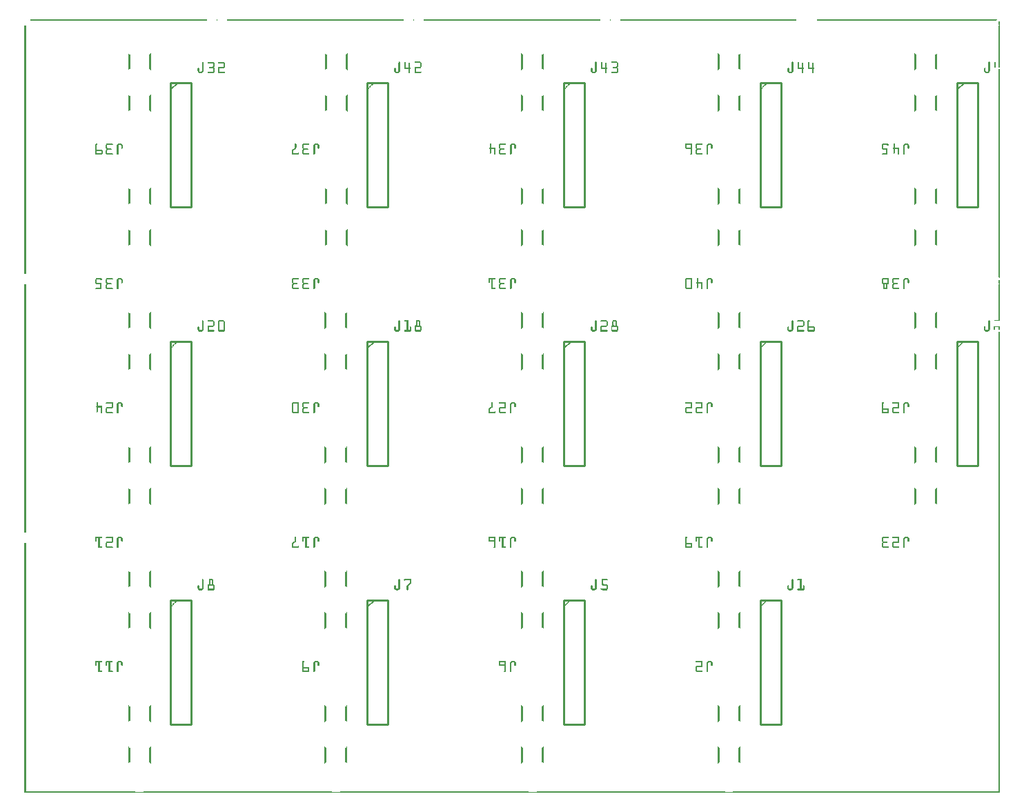
<source format=gto>
G04 MADE WITH FRITZING*
G04 WWW.FRITZING.ORG*
G04 DOUBLE SIDED*
G04 HOLES PLATED*
G04 CONTOUR ON CENTER OF CONTOUR VECTOR*
%ASAXBY*%
%FSLAX23Y23*%
%MOIN*%
%OFA0B0*%
%SFA1.0B1.0*%
%ADD10C,0.010000*%
%ADD11C,0.005000*%
%ADD12R,0.001000X0.001000*%
%LNSILK1*%
G90*
G70*
G54D10*
X3556Y3432D02*
X3556Y2832D01*
D02*
X3556Y2832D02*
X3656Y2832D01*
D02*
X3656Y2832D02*
X3656Y3432D01*
D02*
X3656Y3432D02*
X3556Y3432D01*
D02*
X2606Y3432D02*
X2606Y2832D01*
D02*
X2606Y2832D02*
X2706Y2832D01*
D02*
X2706Y2832D02*
X2706Y3432D01*
D02*
X2706Y3432D02*
X2606Y3432D01*
D02*
X1656Y3432D02*
X1656Y2832D01*
D02*
X1656Y2832D02*
X1756Y2832D01*
D02*
X1756Y2832D02*
X1756Y3432D01*
D02*
X1756Y3432D02*
X1656Y3432D01*
D02*
X4506Y3432D02*
X4506Y2832D01*
D02*
X4506Y2832D02*
X4606Y2832D01*
D02*
X4606Y2832D02*
X4606Y3432D01*
D02*
X4606Y3432D02*
X4506Y3432D01*
G54D11*
D02*
X4506Y3397D02*
X4541Y3432D01*
G54D10*
D02*
X706Y3432D02*
X706Y2832D01*
D02*
X706Y2832D02*
X806Y2832D01*
D02*
X806Y2832D02*
X806Y3432D01*
D02*
X806Y3432D02*
X706Y3432D01*
G54D11*
D02*
X706Y3397D02*
X741Y3432D01*
G54D10*
D02*
X2606Y2182D02*
X2606Y1582D01*
D02*
X2606Y1582D02*
X2706Y1582D01*
D02*
X2706Y1582D02*
X2706Y2182D01*
D02*
X2706Y2182D02*
X2606Y2182D01*
G54D11*
D02*
X2606Y2147D02*
X2641Y2182D01*
G54D10*
D02*
X3556Y2182D02*
X3556Y1582D01*
D02*
X3556Y1582D02*
X3656Y1582D01*
D02*
X3656Y1582D02*
X3656Y2182D01*
D02*
X3656Y2182D02*
X3556Y2182D01*
D02*
X4506Y2182D02*
X4506Y1582D01*
D02*
X4506Y1582D02*
X4606Y1582D01*
D02*
X4606Y1582D02*
X4606Y2182D01*
D02*
X4606Y2182D02*
X4506Y2182D01*
D02*
X706Y2182D02*
X706Y1582D01*
D02*
X706Y1582D02*
X806Y1582D01*
D02*
X806Y1582D02*
X806Y2182D01*
D02*
X806Y2182D02*
X706Y2182D01*
D02*
X1656Y2182D02*
X1656Y1582D01*
D02*
X1656Y1582D02*
X1756Y1582D01*
D02*
X1756Y1582D02*
X1756Y2182D01*
D02*
X1756Y2182D02*
X1656Y2182D01*
G54D11*
D02*
X1656Y2147D02*
X1691Y2182D01*
G54D10*
D02*
X706Y932D02*
X706Y332D01*
D02*
X706Y332D02*
X806Y332D01*
D02*
X806Y332D02*
X806Y932D01*
D02*
X806Y932D02*
X706Y932D01*
D02*
X1656Y932D02*
X1656Y332D01*
D02*
X1656Y332D02*
X1756Y332D01*
D02*
X1756Y332D02*
X1756Y932D01*
D02*
X1756Y932D02*
X1656Y932D01*
G54D11*
D02*
X1656Y897D02*
X1691Y932D01*
G54D10*
D02*
X2606Y932D02*
X2606Y332D01*
D02*
X2606Y332D02*
X2706Y332D01*
D02*
X2706Y332D02*
X2706Y932D01*
D02*
X2706Y932D02*
X2606Y932D01*
D02*
X3556Y932D02*
X3556Y332D01*
D02*
X3556Y332D02*
X3656Y332D01*
D02*
X3656Y332D02*
X3656Y932D01*
D02*
X3656Y932D02*
X3556Y932D01*
G54D12*
X30Y3738D02*
X881Y3738D01*
X929Y3738D02*
X931Y3738D01*
X979Y3738D02*
X1831Y3738D01*
X1879Y3738D02*
X1881Y3738D01*
X1929Y3738D02*
X2780Y3738D01*
X2829Y3738D02*
X2830Y3738D01*
X2879Y3738D02*
X3729Y3738D01*
X3778Y3738D02*
X3779Y3738D01*
X3828Y3738D02*
X4698Y3738D01*
X4711Y3738D02*
X4711Y3738D01*
X30Y3737D02*
X880Y3737D01*
X930Y3737D02*
X930Y3737D01*
X980Y3737D02*
X1830Y3737D01*
X1880Y3737D02*
X1880Y3737D01*
X1930Y3737D02*
X2780Y3737D01*
X2829Y3737D02*
X2830Y3737D01*
X2879Y3737D02*
X3729Y3737D01*
X3778Y3737D02*
X3779Y3737D01*
X3828Y3737D02*
X4698Y3737D01*
X4711Y3737D02*
X4711Y3737D01*
X30Y3736D02*
X880Y3736D01*
X930Y3736D02*
X930Y3736D01*
X980Y3736D02*
X1830Y3736D01*
X1880Y3736D02*
X1880Y3736D01*
X1930Y3736D02*
X2780Y3736D01*
X2830Y3736D02*
X2830Y3736D01*
X2880Y3736D02*
X3729Y3736D01*
X3778Y3736D02*
X3779Y3736D01*
X3828Y3736D02*
X4697Y3736D01*
X30Y3735D02*
X880Y3735D01*
X930Y3735D02*
X930Y3735D01*
X980Y3735D02*
X1830Y3735D01*
X1880Y3735D02*
X1880Y3735D01*
X1930Y3735D02*
X2780Y3735D01*
X2830Y3735D02*
X2830Y3735D01*
X2880Y3735D02*
X3729Y3735D01*
X3779Y3735D02*
X3779Y3735D01*
X3829Y3735D02*
X4697Y3735D01*
X30Y3734D02*
X880Y3734D01*
X930Y3734D02*
X930Y3734D01*
X980Y3734D02*
X1830Y3734D01*
X1880Y3734D02*
X1880Y3734D01*
X1930Y3734D02*
X2780Y3734D01*
X2830Y3734D02*
X2830Y3734D01*
X2880Y3734D02*
X3729Y3734D01*
X3779Y3734D02*
X3779Y3734D01*
X3829Y3734D02*
X4696Y3734D01*
X30Y3733D02*
X880Y3733D01*
X930Y3733D02*
X930Y3733D01*
X980Y3733D02*
X1830Y3733D01*
X1880Y3733D02*
X1880Y3733D01*
X1930Y3733D02*
X2780Y3733D01*
X2830Y3733D02*
X2830Y3733D01*
X2880Y3733D02*
X3728Y3733D01*
X3829Y3733D02*
X4696Y3733D01*
X30Y3732D02*
X880Y3732D01*
X930Y3732D02*
X930Y3732D01*
X980Y3732D02*
X1830Y3732D01*
X1880Y3732D02*
X1880Y3732D01*
X1930Y3732D02*
X2780Y3732D01*
X2830Y3732D02*
X2830Y3732D01*
X2880Y3732D02*
X3729Y3732D01*
X3779Y3732D02*
X3779Y3732D01*
X3829Y3732D02*
X4696Y3732D01*
X30Y3731D02*
X880Y3731D01*
X930Y3731D02*
X930Y3731D01*
X980Y3731D02*
X1830Y3731D01*
X1880Y3731D02*
X1880Y3731D01*
X1930Y3731D02*
X2780Y3731D01*
X2830Y3731D02*
X2830Y3731D01*
X2880Y3731D02*
X3729Y3731D01*
X3779Y3731D02*
X3779Y3731D01*
X3829Y3731D02*
X4696Y3731D01*
X4711Y3728D02*
X4711Y3728D01*
X4710Y3727D02*
X4711Y3727D01*
X4709Y3726D02*
X4711Y3726D01*
X4707Y3725D02*
X4711Y3725D01*
X4704Y3724D02*
X4711Y3724D01*
X4704Y3723D02*
X4711Y3723D01*
X4704Y3722D02*
X4711Y3722D01*
X4704Y3721D02*
X4711Y3721D01*
X4704Y3720D02*
X4711Y3720D01*
X4704Y3719D02*
X4711Y3719D01*
X4704Y3718D02*
X4711Y3718D01*
X4704Y3717D02*
X4711Y3717D01*
X4704Y3716D02*
X4711Y3716D01*
X4704Y3715D02*
X4711Y3715D01*
X4704Y3714D02*
X4711Y3714D01*
X4704Y3713D02*
X4711Y3713D01*
X4704Y3712D02*
X4711Y3712D01*
X4704Y3711D02*
X4711Y3711D01*
X4704Y3710D02*
X4711Y3710D01*
X4710Y3709D02*
X4711Y3709D01*
X0Y3708D02*
X3Y3708D01*
X4706Y3708D02*
X4711Y3708D01*
X0Y3707D02*
X7Y3707D01*
X4704Y3707D02*
X4711Y3707D01*
X0Y3706D02*
X7Y3706D01*
X4704Y3706D02*
X4711Y3706D01*
X0Y3705D02*
X7Y3705D01*
X4704Y3705D02*
X4711Y3705D01*
X0Y3704D02*
X7Y3704D01*
X4704Y3704D02*
X4711Y3704D01*
X0Y3703D02*
X7Y3703D01*
X4704Y3703D02*
X4711Y3703D01*
X0Y3702D02*
X7Y3702D01*
X4704Y3702D02*
X4711Y3702D01*
X0Y3701D02*
X7Y3701D01*
X4704Y3701D02*
X4711Y3701D01*
X0Y3700D02*
X7Y3700D01*
X4704Y3700D02*
X4711Y3700D01*
X0Y3699D02*
X7Y3699D01*
X4704Y3699D02*
X4711Y3699D01*
X0Y3698D02*
X7Y3698D01*
X4704Y3698D02*
X4711Y3698D01*
X0Y3697D02*
X7Y3697D01*
X4704Y3697D02*
X4711Y3697D01*
X0Y3696D02*
X7Y3696D01*
X4704Y3696D02*
X4711Y3696D01*
X0Y3695D02*
X7Y3695D01*
X4704Y3695D02*
X4711Y3695D01*
X0Y3694D02*
X7Y3694D01*
X4704Y3694D02*
X4711Y3694D01*
X0Y3693D02*
X7Y3693D01*
X4704Y3693D02*
X4711Y3693D01*
X0Y3692D02*
X7Y3692D01*
X4704Y3692D02*
X4711Y3692D01*
X0Y3691D02*
X7Y3691D01*
X4704Y3691D02*
X4711Y3691D01*
X0Y3690D02*
X7Y3690D01*
X4704Y3690D02*
X4711Y3690D01*
X0Y3689D02*
X7Y3689D01*
X4704Y3689D02*
X4711Y3689D01*
X0Y3688D02*
X7Y3688D01*
X4704Y3688D02*
X4711Y3688D01*
X0Y3687D02*
X7Y3687D01*
X4704Y3687D02*
X4711Y3687D01*
X0Y3686D02*
X7Y3686D01*
X4704Y3686D02*
X4711Y3686D01*
X0Y3685D02*
X7Y3685D01*
X4704Y3685D02*
X4711Y3685D01*
X0Y3684D02*
X7Y3684D01*
X4704Y3684D02*
X4711Y3684D01*
X0Y3683D02*
X7Y3683D01*
X4704Y3683D02*
X4711Y3683D01*
X0Y3682D02*
X7Y3682D01*
X4704Y3682D02*
X4711Y3682D01*
X0Y3681D02*
X7Y3681D01*
X4704Y3681D02*
X4711Y3681D01*
X0Y3680D02*
X7Y3680D01*
X4704Y3680D02*
X4711Y3680D01*
X0Y3679D02*
X7Y3679D01*
X4704Y3679D02*
X4711Y3679D01*
X0Y3678D02*
X7Y3678D01*
X4704Y3678D02*
X4711Y3678D01*
X0Y3677D02*
X7Y3677D01*
X4704Y3677D02*
X4711Y3677D01*
X0Y3676D02*
X7Y3676D01*
X4704Y3676D02*
X4711Y3676D01*
X0Y3675D02*
X7Y3675D01*
X4704Y3675D02*
X4711Y3675D01*
X0Y3674D02*
X7Y3674D01*
X4704Y3674D02*
X4711Y3674D01*
X0Y3673D02*
X7Y3673D01*
X4704Y3673D02*
X4711Y3673D01*
X0Y3672D02*
X7Y3672D01*
X4704Y3672D02*
X4711Y3672D01*
X0Y3671D02*
X7Y3671D01*
X4704Y3671D02*
X4711Y3671D01*
X0Y3670D02*
X7Y3670D01*
X4704Y3670D02*
X4711Y3670D01*
X0Y3669D02*
X7Y3669D01*
X4704Y3669D02*
X4711Y3669D01*
X0Y3668D02*
X7Y3668D01*
X4704Y3668D02*
X4711Y3668D01*
X0Y3667D02*
X7Y3667D01*
X4704Y3667D02*
X4711Y3667D01*
X0Y3666D02*
X7Y3666D01*
X4704Y3666D02*
X4711Y3666D01*
X0Y3665D02*
X7Y3665D01*
X4704Y3665D02*
X4711Y3665D01*
X0Y3664D02*
X7Y3664D01*
X4704Y3664D02*
X4711Y3664D01*
X0Y3663D02*
X7Y3663D01*
X4704Y3663D02*
X4711Y3663D01*
X0Y3662D02*
X7Y3662D01*
X4704Y3662D02*
X4711Y3662D01*
X0Y3661D02*
X7Y3661D01*
X4704Y3661D02*
X4711Y3661D01*
X0Y3660D02*
X7Y3660D01*
X4704Y3660D02*
X4711Y3660D01*
X0Y3659D02*
X7Y3659D01*
X4704Y3659D02*
X4711Y3659D01*
X0Y3658D02*
X7Y3658D01*
X4704Y3658D02*
X4711Y3658D01*
X0Y3657D02*
X7Y3657D01*
X4704Y3657D02*
X4711Y3657D01*
X0Y3656D02*
X7Y3656D01*
X4704Y3656D02*
X4711Y3656D01*
X0Y3655D02*
X7Y3655D01*
X4704Y3655D02*
X4711Y3655D01*
X0Y3654D02*
X7Y3654D01*
X4704Y3654D02*
X4711Y3654D01*
X0Y3653D02*
X7Y3653D01*
X4704Y3653D02*
X4711Y3653D01*
X0Y3652D02*
X7Y3652D01*
X4704Y3652D02*
X4711Y3652D01*
X0Y3651D02*
X7Y3651D01*
X4704Y3651D02*
X4711Y3651D01*
X0Y3650D02*
X7Y3650D01*
X4704Y3650D02*
X4711Y3650D01*
X0Y3649D02*
X7Y3649D01*
X4704Y3649D02*
X4711Y3649D01*
X0Y3648D02*
X7Y3648D01*
X4704Y3648D02*
X4711Y3648D01*
X0Y3647D02*
X7Y3647D01*
X4704Y3647D02*
X4711Y3647D01*
X0Y3646D02*
X7Y3646D01*
X4704Y3646D02*
X4711Y3646D01*
X0Y3645D02*
X7Y3645D01*
X4704Y3645D02*
X4711Y3645D01*
X0Y3644D02*
X7Y3644D01*
X4704Y3644D02*
X4711Y3644D01*
X0Y3643D02*
X7Y3643D01*
X4704Y3643D02*
X4711Y3643D01*
X0Y3642D02*
X7Y3642D01*
X4704Y3642D02*
X4711Y3642D01*
X0Y3641D02*
X7Y3641D01*
X4704Y3641D02*
X4711Y3641D01*
X0Y3640D02*
X7Y3640D01*
X4704Y3640D02*
X4711Y3640D01*
X0Y3639D02*
X7Y3639D01*
X4704Y3639D02*
X4711Y3639D01*
X0Y3638D02*
X7Y3638D01*
X4704Y3638D02*
X4711Y3638D01*
X0Y3637D02*
X7Y3637D01*
X4704Y3637D02*
X4711Y3637D01*
X0Y3636D02*
X7Y3636D01*
X4704Y3636D02*
X4711Y3636D01*
X0Y3635D02*
X7Y3635D01*
X4704Y3635D02*
X4711Y3635D01*
X0Y3634D02*
X7Y3634D01*
X4704Y3634D02*
X4711Y3634D01*
X0Y3633D02*
X7Y3633D01*
X4704Y3633D02*
X4711Y3633D01*
X0Y3632D02*
X7Y3632D01*
X4704Y3632D02*
X4711Y3632D01*
X0Y3631D02*
X7Y3631D01*
X4704Y3631D02*
X4711Y3631D01*
X0Y3630D02*
X7Y3630D01*
X4704Y3630D02*
X4711Y3630D01*
X0Y3629D02*
X7Y3629D01*
X4704Y3629D02*
X4711Y3629D01*
X0Y3628D02*
X7Y3628D01*
X4704Y3628D02*
X4711Y3628D01*
X0Y3627D02*
X7Y3627D01*
X4704Y3627D02*
X4711Y3627D01*
X0Y3626D02*
X7Y3626D01*
X4704Y3626D02*
X4711Y3626D01*
X0Y3625D02*
X7Y3625D01*
X4704Y3625D02*
X4711Y3625D01*
X0Y3624D02*
X7Y3624D01*
X4704Y3624D02*
X4711Y3624D01*
X0Y3623D02*
X7Y3623D01*
X4704Y3623D02*
X4711Y3623D01*
X0Y3622D02*
X7Y3622D01*
X4704Y3622D02*
X4711Y3622D01*
X0Y3621D02*
X7Y3621D01*
X4704Y3621D02*
X4711Y3621D01*
X0Y3620D02*
X7Y3620D01*
X4704Y3620D02*
X4711Y3620D01*
X0Y3619D02*
X7Y3619D01*
X4704Y3619D02*
X4711Y3619D01*
X0Y3618D02*
X7Y3618D01*
X4704Y3618D02*
X4711Y3618D01*
X0Y3617D02*
X7Y3617D01*
X4704Y3617D02*
X4711Y3617D01*
X0Y3616D02*
X7Y3616D01*
X4704Y3616D02*
X4711Y3616D01*
X0Y3615D02*
X7Y3615D01*
X4704Y3615D02*
X4711Y3615D01*
X0Y3614D02*
X7Y3614D01*
X4704Y3614D02*
X4711Y3614D01*
X0Y3613D02*
X7Y3613D01*
X4704Y3613D02*
X4711Y3613D01*
X0Y3612D02*
X7Y3612D01*
X4704Y3612D02*
X4711Y3612D01*
X0Y3611D02*
X7Y3611D01*
X4704Y3611D02*
X4711Y3611D01*
X0Y3610D02*
X7Y3610D01*
X4704Y3610D02*
X4711Y3610D01*
X0Y3609D02*
X7Y3609D01*
X4704Y3609D02*
X4711Y3609D01*
X0Y3608D02*
X7Y3608D01*
X4704Y3608D02*
X4711Y3608D01*
X0Y3607D02*
X7Y3607D01*
X4704Y3607D02*
X4711Y3607D01*
X0Y3606D02*
X7Y3606D01*
X4704Y3606D02*
X4711Y3606D01*
X0Y3605D02*
X7Y3605D01*
X4704Y3605D02*
X4711Y3605D01*
X0Y3604D02*
X7Y3604D01*
X4704Y3604D02*
X4711Y3604D01*
X0Y3603D02*
X7Y3603D01*
X4704Y3603D02*
X4711Y3603D01*
X0Y3602D02*
X7Y3602D01*
X4704Y3602D02*
X4711Y3602D01*
X0Y3601D02*
X7Y3601D01*
X4704Y3601D02*
X4711Y3601D01*
X0Y3600D02*
X7Y3600D01*
X4704Y3600D02*
X4711Y3600D01*
X0Y3599D02*
X7Y3599D01*
X4704Y3599D02*
X4711Y3599D01*
X0Y3598D02*
X7Y3598D01*
X4704Y3598D02*
X4711Y3598D01*
X0Y3597D02*
X7Y3597D01*
X4704Y3597D02*
X4711Y3597D01*
X0Y3596D02*
X7Y3596D01*
X4704Y3596D02*
X4711Y3596D01*
X0Y3595D02*
X7Y3595D01*
X4704Y3595D02*
X4711Y3595D01*
X0Y3594D02*
X7Y3594D01*
X4704Y3594D02*
X4711Y3594D01*
X0Y3593D02*
X7Y3593D01*
X4704Y3593D02*
X4711Y3593D01*
X0Y3592D02*
X7Y3592D01*
X4704Y3592D02*
X4711Y3592D01*
X0Y3591D02*
X7Y3591D01*
X4704Y3591D02*
X4711Y3591D01*
X0Y3590D02*
X7Y3590D01*
X4704Y3590D02*
X4711Y3590D01*
X0Y3589D02*
X7Y3589D01*
X4704Y3589D02*
X4711Y3589D01*
X0Y3588D02*
X7Y3588D01*
X4704Y3588D02*
X4711Y3588D01*
X0Y3587D02*
X7Y3587D01*
X4704Y3587D02*
X4711Y3587D01*
X0Y3586D02*
X7Y3586D01*
X4704Y3586D02*
X4711Y3586D01*
X0Y3585D02*
X7Y3585D01*
X4704Y3585D02*
X4711Y3585D01*
X0Y3584D02*
X7Y3584D01*
X4704Y3584D02*
X4711Y3584D01*
X0Y3583D02*
X7Y3583D01*
X4704Y3583D02*
X4711Y3583D01*
X0Y3582D02*
X7Y3582D01*
X4704Y3582D02*
X4711Y3582D01*
X0Y3581D02*
X7Y3581D01*
X4704Y3581D02*
X4711Y3581D01*
X0Y3580D02*
X7Y3580D01*
X4704Y3580D02*
X4711Y3580D01*
X0Y3579D02*
X7Y3579D01*
X4704Y3579D02*
X4711Y3579D01*
X0Y3578D02*
X7Y3578D01*
X4704Y3578D02*
X4711Y3578D01*
X0Y3577D02*
X7Y3577D01*
X4704Y3577D02*
X4711Y3577D01*
X0Y3576D02*
X7Y3576D01*
X4704Y3576D02*
X4711Y3576D01*
X0Y3575D02*
X7Y3575D01*
X4704Y3575D02*
X4711Y3575D01*
X0Y3574D02*
X7Y3574D01*
X1560Y3574D02*
X1560Y3574D01*
X2400Y3574D02*
X2400Y3574D01*
X3350Y3574D02*
X3350Y3574D01*
X4704Y3574D02*
X4711Y3574D01*
X0Y3573D02*
X7Y3573D01*
X501Y3573D02*
X501Y3573D01*
X610Y3573D02*
X610Y3573D01*
X1451Y3573D02*
X1451Y3573D01*
X1559Y3573D02*
X1560Y3573D01*
X2400Y3573D02*
X2401Y3573D01*
X2509Y3573D02*
X2509Y3573D01*
X3350Y3573D02*
X3351Y3573D01*
X3459Y3573D02*
X3459Y3573D01*
X4300Y3573D02*
X4301Y3573D01*
X4409Y3573D02*
X4409Y3573D01*
X4704Y3573D02*
X4711Y3573D01*
X0Y3572D02*
X7Y3572D01*
X501Y3572D02*
X502Y3572D01*
X609Y3572D02*
X610Y3572D01*
X1451Y3572D02*
X1452Y3572D01*
X1558Y3572D02*
X1560Y3572D01*
X2400Y3572D02*
X2402Y3572D01*
X2508Y3572D02*
X2509Y3572D01*
X3350Y3572D02*
X3352Y3572D01*
X3458Y3572D02*
X3459Y3572D01*
X4300Y3572D02*
X4302Y3572D01*
X4408Y3572D02*
X4409Y3572D01*
X4704Y3572D02*
X4711Y3572D01*
X0Y3571D02*
X7Y3571D01*
X501Y3571D02*
X503Y3571D01*
X607Y3571D02*
X610Y3571D01*
X1451Y3571D02*
X1453Y3571D01*
X1557Y3571D02*
X1560Y3571D01*
X2400Y3571D02*
X2403Y3571D01*
X2507Y3571D02*
X2509Y3571D01*
X3350Y3571D02*
X3353Y3571D01*
X3457Y3571D02*
X3459Y3571D01*
X4300Y3571D02*
X4303Y3571D01*
X4407Y3571D02*
X4409Y3571D01*
X4704Y3571D02*
X4711Y3571D01*
X0Y3570D02*
X7Y3570D01*
X501Y3570D02*
X504Y3570D01*
X606Y3570D02*
X610Y3570D01*
X1451Y3570D02*
X1454Y3570D01*
X1556Y3570D02*
X1560Y3570D01*
X2400Y3570D02*
X2404Y3570D01*
X2505Y3570D02*
X2509Y3570D01*
X3350Y3570D02*
X3354Y3570D01*
X3455Y3570D02*
X3459Y3570D01*
X4300Y3570D02*
X4304Y3570D01*
X4405Y3570D02*
X4409Y3570D01*
X4704Y3570D02*
X4711Y3570D01*
X0Y3569D02*
X7Y3569D01*
X501Y3569D02*
X506Y3569D01*
X605Y3569D02*
X610Y3569D01*
X1451Y3569D02*
X1456Y3569D01*
X1554Y3569D02*
X1560Y3569D01*
X2400Y3569D02*
X2406Y3569D01*
X2504Y3569D02*
X2509Y3569D01*
X3350Y3569D02*
X3356Y3569D01*
X3454Y3569D02*
X3459Y3569D01*
X4300Y3569D02*
X4305Y3569D01*
X4404Y3569D02*
X4409Y3569D01*
X4704Y3569D02*
X4711Y3569D01*
X0Y3568D02*
X7Y3568D01*
X501Y3568D02*
X507Y3568D01*
X603Y3568D02*
X610Y3568D01*
X1451Y3568D02*
X1457Y3568D01*
X1553Y3568D02*
X1560Y3568D01*
X2400Y3568D02*
X2407Y3568D01*
X2503Y3568D02*
X2509Y3568D01*
X3350Y3568D02*
X3357Y3568D01*
X3453Y3568D02*
X3459Y3568D01*
X4300Y3568D02*
X4307Y3568D01*
X4403Y3568D02*
X4409Y3568D01*
X4704Y3568D02*
X4711Y3568D01*
X0Y3567D02*
X7Y3567D01*
X501Y3567D02*
X509Y3567D01*
X602Y3567D02*
X610Y3567D01*
X1451Y3567D02*
X1459Y3567D01*
X1552Y3567D02*
X1560Y3567D01*
X2400Y3567D02*
X2408Y3567D01*
X2501Y3567D02*
X2509Y3567D01*
X3350Y3567D02*
X3358Y3567D01*
X3451Y3567D02*
X3459Y3567D01*
X4300Y3567D02*
X4308Y3567D01*
X4401Y3567D02*
X4409Y3567D01*
X4704Y3567D02*
X4711Y3567D01*
X0Y3566D02*
X7Y3566D01*
X501Y3566D02*
X510Y3566D01*
X601Y3566D02*
X610Y3566D01*
X1451Y3566D02*
X1460Y3566D01*
X1551Y3566D02*
X1560Y3566D01*
X2400Y3566D02*
X2409Y3566D01*
X2500Y3566D02*
X2509Y3566D01*
X3350Y3566D02*
X3359Y3566D01*
X3450Y3566D02*
X3459Y3566D01*
X4300Y3566D02*
X4309Y3566D01*
X4400Y3566D02*
X4409Y3566D01*
X4704Y3566D02*
X4711Y3566D01*
X0Y3565D02*
X7Y3565D01*
X501Y3565D02*
X510Y3565D01*
X601Y3565D02*
X610Y3565D01*
X1451Y3565D02*
X1460Y3565D01*
X1551Y3565D02*
X1560Y3565D01*
X2400Y3565D02*
X2409Y3565D01*
X2500Y3565D02*
X2509Y3565D01*
X3350Y3565D02*
X3359Y3565D01*
X3450Y3565D02*
X3459Y3565D01*
X4300Y3565D02*
X4309Y3565D01*
X4400Y3565D02*
X4409Y3565D01*
X4704Y3565D02*
X4711Y3565D01*
X0Y3564D02*
X7Y3564D01*
X501Y3564D02*
X510Y3564D01*
X601Y3564D02*
X610Y3564D01*
X1451Y3564D02*
X1460Y3564D01*
X1551Y3564D02*
X1560Y3564D01*
X2400Y3564D02*
X2409Y3564D01*
X2500Y3564D02*
X2509Y3564D01*
X3350Y3564D02*
X3359Y3564D01*
X3450Y3564D02*
X3459Y3564D01*
X4300Y3564D02*
X4309Y3564D01*
X4400Y3564D02*
X4409Y3564D01*
X4704Y3564D02*
X4711Y3564D01*
X0Y3563D02*
X7Y3563D01*
X501Y3563D02*
X510Y3563D01*
X601Y3563D02*
X610Y3563D01*
X1451Y3563D02*
X1460Y3563D01*
X1551Y3563D02*
X1560Y3563D01*
X2400Y3563D02*
X2409Y3563D01*
X2500Y3563D02*
X2509Y3563D01*
X3350Y3563D02*
X3359Y3563D01*
X3450Y3563D02*
X3459Y3563D01*
X4300Y3563D02*
X4309Y3563D01*
X4400Y3563D02*
X4409Y3563D01*
X4704Y3563D02*
X4711Y3563D01*
X0Y3562D02*
X7Y3562D01*
X501Y3562D02*
X510Y3562D01*
X601Y3562D02*
X610Y3562D01*
X1451Y3562D02*
X1460Y3562D01*
X1551Y3562D02*
X1560Y3562D01*
X2400Y3562D02*
X2409Y3562D01*
X2500Y3562D02*
X2509Y3562D01*
X3350Y3562D02*
X3359Y3562D01*
X3450Y3562D02*
X3459Y3562D01*
X4300Y3562D02*
X4309Y3562D01*
X4400Y3562D02*
X4409Y3562D01*
X4704Y3562D02*
X4711Y3562D01*
X0Y3561D02*
X7Y3561D01*
X501Y3561D02*
X510Y3561D01*
X601Y3561D02*
X610Y3561D01*
X1451Y3561D02*
X1460Y3561D01*
X1551Y3561D02*
X1560Y3561D01*
X2400Y3561D02*
X2409Y3561D01*
X2500Y3561D02*
X2509Y3561D01*
X3350Y3561D02*
X3359Y3561D01*
X3450Y3561D02*
X3459Y3561D01*
X4300Y3561D02*
X4309Y3561D01*
X4400Y3561D02*
X4409Y3561D01*
X4704Y3561D02*
X4711Y3561D01*
X0Y3560D02*
X7Y3560D01*
X501Y3560D02*
X510Y3560D01*
X601Y3560D02*
X610Y3560D01*
X1451Y3560D02*
X1460Y3560D01*
X1551Y3560D02*
X1560Y3560D01*
X2400Y3560D02*
X2409Y3560D01*
X2500Y3560D02*
X2509Y3560D01*
X3350Y3560D02*
X3359Y3560D01*
X3450Y3560D02*
X3459Y3560D01*
X4300Y3560D02*
X4309Y3560D01*
X4400Y3560D02*
X4409Y3560D01*
X4704Y3560D02*
X4711Y3560D01*
X0Y3559D02*
X7Y3559D01*
X501Y3559D02*
X510Y3559D01*
X601Y3559D02*
X610Y3559D01*
X1451Y3559D02*
X1460Y3559D01*
X1551Y3559D02*
X1560Y3559D01*
X2400Y3559D02*
X2409Y3559D01*
X2500Y3559D02*
X2509Y3559D01*
X3350Y3559D02*
X3359Y3559D01*
X3450Y3559D02*
X3459Y3559D01*
X4300Y3559D02*
X4309Y3559D01*
X4400Y3559D02*
X4409Y3559D01*
X4704Y3559D02*
X4711Y3559D01*
X0Y3558D02*
X7Y3558D01*
X501Y3558D02*
X510Y3558D01*
X601Y3558D02*
X610Y3558D01*
X1451Y3558D02*
X1460Y3558D01*
X1551Y3558D02*
X1560Y3558D01*
X2400Y3558D02*
X2409Y3558D01*
X2500Y3558D02*
X2509Y3558D01*
X3350Y3558D02*
X3359Y3558D01*
X3450Y3558D02*
X3459Y3558D01*
X4300Y3558D02*
X4309Y3558D01*
X4400Y3558D02*
X4409Y3558D01*
X4704Y3558D02*
X4711Y3558D01*
X0Y3557D02*
X7Y3557D01*
X501Y3557D02*
X510Y3557D01*
X601Y3557D02*
X610Y3557D01*
X1451Y3557D02*
X1460Y3557D01*
X1551Y3557D02*
X1560Y3557D01*
X2400Y3557D02*
X2409Y3557D01*
X2500Y3557D02*
X2509Y3557D01*
X3350Y3557D02*
X3359Y3557D01*
X3450Y3557D02*
X3459Y3557D01*
X4300Y3557D02*
X4309Y3557D01*
X4400Y3557D02*
X4409Y3557D01*
X4704Y3557D02*
X4711Y3557D01*
X0Y3556D02*
X7Y3556D01*
X501Y3556D02*
X510Y3556D01*
X601Y3556D02*
X610Y3556D01*
X1451Y3556D02*
X1460Y3556D01*
X1551Y3556D02*
X1560Y3556D01*
X2400Y3556D02*
X2409Y3556D01*
X2500Y3556D02*
X2509Y3556D01*
X3350Y3556D02*
X3359Y3556D01*
X3450Y3556D02*
X3459Y3556D01*
X4300Y3556D02*
X4309Y3556D01*
X4400Y3556D02*
X4409Y3556D01*
X4704Y3556D02*
X4711Y3556D01*
X0Y3555D02*
X7Y3555D01*
X501Y3555D02*
X510Y3555D01*
X601Y3555D02*
X610Y3555D01*
X1451Y3555D02*
X1460Y3555D01*
X1551Y3555D02*
X1560Y3555D01*
X2400Y3555D02*
X2409Y3555D01*
X2500Y3555D02*
X2509Y3555D01*
X3350Y3555D02*
X3359Y3555D01*
X3450Y3555D02*
X3459Y3555D01*
X4300Y3555D02*
X4309Y3555D01*
X4400Y3555D02*
X4409Y3555D01*
X4704Y3555D02*
X4711Y3555D01*
X0Y3554D02*
X7Y3554D01*
X501Y3554D02*
X510Y3554D01*
X601Y3554D02*
X610Y3554D01*
X1451Y3554D02*
X1460Y3554D01*
X1551Y3554D02*
X1560Y3554D01*
X2400Y3554D02*
X2409Y3554D01*
X2500Y3554D02*
X2509Y3554D01*
X3350Y3554D02*
X3359Y3554D01*
X3450Y3554D02*
X3459Y3554D01*
X4300Y3554D02*
X4309Y3554D01*
X4400Y3554D02*
X4409Y3554D01*
X4704Y3554D02*
X4711Y3554D01*
X0Y3553D02*
X7Y3553D01*
X501Y3553D02*
X510Y3553D01*
X601Y3553D02*
X610Y3553D01*
X1451Y3553D02*
X1460Y3553D01*
X1551Y3553D02*
X1560Y3553D01*
X2400Y3553D02*
X2409Y3553D01*
X2500Y3553D02*
X2509Y3553D01*
X3350Y3553D02*
X3359Y3553D01*
X3450Y3553D02*
X3459Y3553D01*
X4300Y3553D02*
X4309Y3553D01*
X4400Y3553D02*
X4409Y3553D01*
X4704Y3553D02*
X4711Y3553D01*
X0Y3552D02*
X7Y3552D01*
X501Y3552D02*
X510Y3552D01*
X601Y3552D02*
X610Y3552D01*
X1451Y3552D02*
X1460Y3552D01*
X1551Y3552D02*
X1560Y3552D01*
X2400Y3552D02*
X2409Y3552D01*
X2500Y3552D02*
X2509Y3552D01*
X3350Y3552D02*
X3359Y3552D01*
X3450Y3552D02*
X3459Y3552D01*
X4300Y3552D02*
X4309Y3552D01*
X4400Y3552D02*
X4409Y3552D01*
X4704Y3552D02*
X4711Y3552D01*
X0Y3551D02*
X7Y3551D01*
X501Y3551D02*
X510Y3551D01*
X601Y3551D02*
X610Y3551D01*
X1451Y3551D02*
X1460Y3551D01*
X1551Y3551D02*
X1560Y3551D01*
X2400Y3551D02*
X2409Y3551D01*
X2500Y3551D02*
X2509Y3551D01*
X3350Y3551D02*
X3359Y3551D01*
X3450Y3551D02*
X3459Y3551D01*
X4300Y3551D02*
X4309Y3551D01*
X4400Y3551D02*
X4409Y3551D01*
X4704Y3551D02*
X4711Y3551D01*
X0Y3550D02*
X7Y3550D01*
X501Y3550D02*
X510Y3550D01*
X601Y3550D02*
X610Y3550D01*
X1451Y3550D02*
X1460Y3550D01*
X1551Y3550D02*
X1560Y3550D01*
X2400Y3550D02*
X2409Y3550D01*
X2500Y3550D02*
X2509Y3550D01*
X3350Y3550D02*
X3359Y3550D01*
X3450Y3550D02*
X3459Y3550D01*
X4300Y3550D02*
X4309Y3550D01*
X4400Y3550D02*
X4409Y3550D01*
X4704Y3550D02*
X4711Y3550D01*
X0Y3549D02*
X7Y3549D01*
X501Y3549D02*
X510Y3549D01*
X601Y3549D02*
X610Y3549D01*
X1451Y3549D02*
X1460Y3549D01*
X1551Y3549D02*
X1560Y3549D01*
X2400Y3549D02*
X2409Y3549D01*
X2500Y3549D02*
X2509Y3549D01*
X3350Y3549D02*
X3359Y3549D01*
X3450Y3549D02*
X3459Y3549D01*
X4300Y3549D02*
X4309Y3549D01*
X4400Y3549D02*
X4409Y3549D01*
X4704Y3549D02*
X4711Y3549D01*
X0Y3548D02*
X7Y3548D01*
X501Y3548D02*
X510Y3548D01*
X601Y3548D02*
X610Y3548D01*
X1451Y3548D02*
X1460Y3548D01*
X1551Y3548D02*
X1560Y3548D01*
X2400Y3548D02*
X2409Y3548D01*
X2500Y3548D02*
X2509Y3548D01*
X3350Y3548D02*
X3359Y3548D01*
X3450Y3548D02*
X3459Y3548D01*
X4300Y3548D02*
X4309Y3548D01*
X4400Y3548D02*
X4409Y3548D01*
X4704Y3548D02*
X4711Y3548D01*
X0Y3547D02*
X7Y3547D01*
X501Y3547D02*
X510Y3547D01*
X601Y3547D02*
X610Y3547D01*
X1451Y3547D02*
X1460Y3547D01*
X1551Y3547D02*
X1560Y3547D01*
X2400Y3547D02*
X2409Y3547D01*
X2500Y3547D02*
X2509Y3547D01*
X3350Y3547D02*
X3359Y3547D01*
X3450Y3547D02*
X3459Y3547D01*
X4300Y3547D02*
X4309Y3547D01*
X4400Y3547D02*
X4409Y3547D01*
X4704Y3547D02*
X4711Y3547D01*
X0Y3546D02*
X7Y3546D01*
X501Y3546D02*
X510Y3546D01*
X601Y3546D02*
X610Y3546D01*
X1451Y3546D02*
X1460Y3546D01*
X1551Y3546D02*
X1560Y3546D01*
X2400Y3546D02*
X2409Y3546D01*
X2500Y3546D02*
X2509Y3546D01*
X3350Y3546D02*
X3359Y3546D01*
X3450Y3546D02*
X3459Y3546D01*
X4300Y3546D02*
X4309Y3546D01*
X4400Y3546D02*
X4409Y3546D01*
X4704Y3546D02*
X4711Y3546D01*
X0Y3545D02*
X7Y3545D01*
X501Y3545D02*
X510Y3545D01*
X601Y3545D02*
X610Y3545D01*
X1451Y3545D02*
X1460Y3545D01*
X1551Y3545D02*
X1560Y3545D01*
X2400Y3545D02*
X2409Y3545D01*
X2500Y3545D02*
X2509Y3545D01*
X3350Y3545D02*
X3359Y3545D01*
X3450Y3545D02*
X3459Y3545D01*
X4300Y3545D02*
X4309Y3545D01*
X4400Y3545D02*
X4409Y3545D01*
X4704Y3545D02*
X4711Y3545D01*
X0Y3544D02*
X7Y3544D01*
X501Y3544D02*
X510Y3544D01*
X601Y3544D02*
X610Y3544D01*
X1451Y3544D02*
X1460Y3544D01*
X1551Y3544D02*
X1560Y3544D01*
X2400Y3544D02*
X2409Y3544D01*
X2500Y3544D02*
X2509Y3544D01*
X3350Y3544D02*
X3359Y3544D01*
X3450Y3544D02*
X3459Y3544D01*
X4300Y3544D02*
X4309Y3544D01*
X4400Y3544D02*
X4409Y3544D01*
X4704Y3544D02*
X4711Y3544D01*
X0Y3543D02*
X7Y3543D01*
X501Y3543D02*
X510Y3543D01*
X601Y3543D02*
X610Y3543D01*
X1451Y3543D02*
X1460Y3543D01*
X1551Y3543D02*
X1560Y3543D01*
X2400Y3543D02*
X2409Y3543D01*
X2500Y3543D02*
X2509Y3543D01*
X3350Y3543D02*
X3359Y3543D01*
X3450Y3543D02*
X3459Y3543D01*
X4300Y3543D02*
X4309Y3543D01*
X4400Y3543D02*
X4409Y3543D01*
X4704Y3543D02*
X4711Y3543D01*
X0Y3542D02*
X7Y3542D01*
X501Y3542D02*
X510Y3542D01*
X601Y3542D02*
X610Y3542D01*
X1451Y3542D02*
X1460Y3542D01*
X1551Y3542D02*
X1560Y3542D01*
X2400Y3542D02*
X2409Y3542D01*
X2500Y3542D02*
X2509Y3542D01*
X3350Y3542D02*
X3359Y3542D01*
X3450Y3542D02*
X3459Y3542D01*
X4300Y3542D02*
X4309Y3542D01*
X4400Y3542D02*
X4409Y3542D01*
X4704Y3542D02*
X4711Y3542D01*
X0Y3541D02*
X7Y3541D01*
X501Y3541D02*
X510Y3541D01*
X601Y3541D02*
X610Y3541D01*
X1451Y3541D02*
X1460Y3541D01*
X1551Y3541D02*
X1560Y3541D01*
X2400Y3541D02*
X2409Y3541D01*
X2500Y3541D02*
X2509Y3541D01*
X3350Y3541D02*
X3359Y3541D01*
X3450Y3541D02*
X3459Y3541D01*
X4300Y3541D02*
X4309Y3541D01*
X4400Y3541D02*
X4409Y3541D01*
X4704Y3541D02*
X4711Y3541D01*
X0Y3540D02*
X7Y3540D01*
X501Y3540D02*
X510Y3540D01*
X601Y3540D02*
X610Y3540D01*
X1451Y3540D02*
X1460Y3540D01*
X1551Y3540D02*
X1560Y3540D01*
X2400Y3540D02*
X2409Y3540D01*
X2500Y3540D02*
X2509Y3540D01*
X3350Y3540D02*
X3359Y3540D01*
X3450Y3540D02*
X3459Y3540D01*
X4300Y3540D02*
X4309Y3540D01*
X4400Y3540D02*
X4409Y3540D01*
X4704Y3540D02*
X4711Y3540D01*
X0Y3539D02*
X7Y3539D01*
X501Y3539D02*
X510Y3539D01*
X601Y3539D02*
X610Y3539D01*
X1451Y3539D02*
X1460Y3539D01*
X1551Y3539D02*
X1560Y3539D01*
X2400Y3539D02*
X2409Y3539D01*
X2500Y3539D02*
X2509Y3539D01*
X3350Y3539D02*
X3359Y3539D01*
X3450Y3539D02*
X3459Y3539D01*
X4300Y3539D02*
X4309Y3539D01*
X4400Y3539D02*
X4409Y3539D01*
X4704Y3539D02*
X4711Y3539D01*
X0Y3538D02*
X7Y3538D01*
X501Y3538D02*
X510Y3538D01*
X601Y3538D02*
X610Y3538D01*
X1451Y3538D02*
X1460Y3538D01*
X1551Y3538D02*
X1560Y3538D01*
X2400Y3538D02*
X2409Y3538D01*
X2500Y3538D02*
X2509Y3538D01*
X3350Y3538D02*
X3359Y3538D01*
X3450Y3538D02*
X3459Y3538D01*
X4300Y3538D02*
X4309Y3538D01*
X4400Y3538D02*
X4409Y3538D01*
X4704Y3538D02*
X4711Y3538D01*
X0Y3537D02*
X7Y3537D01*
X501Y3537D02*
X510Y3537D01*
X601Y3537D02*
X610Y3537D01*
X1451Y3537D02*
X1460Y3537D01*
X1551Y3537D02*
X1560Y3537D01*
X2400Y3537D02*
X2409Y3537D01*
X2500Y3537D02*
X2509Y3537D01*
X3350Y3537D02*
X3359Y3537D01*
X3450Y3537D02*
X3459Y3537D01*
X4300Y3537D02*
X4309Y3537D01*
X4400Y3537D02*
X4409Y3537D01*
X4704Y3537D02*
X4711Y3537D01*
X0Y3536D02*
X7Y3536D01*
X501Y3536D02*
X510Y3536D01*
X601Y3536D02*
X610Y3536D01*
X1451Y3536D02*
X1460Y3536D01*
X1551Y3536D02*
X1560Y3536D01*
X2400Y3536D02*
X2409Y3536D01*
X2500Y3536D02*
X2509Y3536D01*
X3350Y3536D02*
X3359Y3536D01*
X3450Y3536D02*
X3459Y3536D01*
X4300Y3536D02*
X4309Y3536D01*
X4400Y3536D02*
X4409Y3536D01*
X4704Y3536D02*
X4711Y3536D01*
X0Y3535D02*
X7Y3535D01*
X501Y3535D02*
X510Y3535D01*
X601Y3535D02*
X610Y3535D01*
X1451Y3535D02*
X1460Y3535D01*
X1551Y3535D02*
X1560Y3535D01*
X2400Y3535D02*
X2409Y3535D01*
X2500Y3535D02*
X2509Y3535D01*
X3350Y3535D02*
X3359Y3535D01*
X3450Y3535D02*
X3459Y3535D01*
X4300Y3535D02*
X4309Y3535D01*
X4400Y3535D02*
X4409Y3535D01*
X4704Y3535D02*
X4711Y3535D01*
X0Y3534D02*
X7Y3534D01*
X501Y3534D02*
X510Y3534D01*
X601Y3534D02*
X610Y3534D01*
X1451Y3534D02*
X1460Y3534D01*
X1551Y3534D02*
X1560Y3534D01*
X2400Y3534D02*
X2409Y3534D01*
X2500Y3534D02*
X2509Y3534D01*
X3350Y3534D02*
X3359Y3534D01*
X3450Y3534D02*
X3459Y3534D01*
X4300Y3534D02*
X4309Y3534D01*
X4400Y3534D02*
X4409Y3534D01*
X4704Y3534D02*
X4711Y3534D01*
X0Y3533D02*
X7Y3533D01*
X501Y3533D02*
X510Y3533D01*
X601Y3533D02*
X610Y3533D01*
X1451Y3533D02*
X1460Y3533D01*
X1551Y3533D02*
X1560Y3533D01*
X2400Y3533D02*
X2409Y3533D01*
X2500Y3533D02*
X2509Y3533D01*
X3350Y3533D02*
X3359Y3533D01*
X3450Y3533D02*
X3459Y3533D01*
X4300Y3533D02*
X4309Y3533D01*
X4400Y3533D02*
X4409Y3533D01*
X4704Y3533D02*
X4711Y3533D01*
X0Y3532D02*
X7Y3532D01*
X501Y3532D02*
X510Y3532D01*
X601Y3532D02*
X610Y3532D01*
X1451Y3532D02*
X1460Y3532D01*
X1551Y3532D02*
X1560Y3532D01*
X1810Y3532D02*
X1810Y3532D01*
X1838Y3532D02*
X1838Y3532D01*
X1887Y3532D02*
X1911Y3532D01*
X2400Y3532D02*
X2409Y3532D01*
X2500Y3532D02*
X2509Y3532D01*
X2760Y3532D02*
X2760Y3532D01*
X2788Y3532D02*
X2788Y3532D01*
X2837Y3532D02*
X2861Y3532D01*
X3350Y3532D02*
X3359Y3532D01*
X3450Y3532D02*
X3459Y3532D01*
X3710Y3532D02*
X3710Y3532D01*
X3738Y3532D02*
X3738Y3532D01*
X3788Y3532D02*
X3788Y3532D01*
X4300Y3532D02*
X4309Y3532D01*
X4400Y3532D02*
X4409Y3532D01*
X4660Y3532D02*
X4660Y3532D01*
X4688Y3532D02*
X4688Y3532D01*
X4704Y3532D02*
X4711Y3532D01*
X0Y3531D02*
X7Y3531D01*
X501Y3531D02*
X510Y3531D01*
X601Y3531D02*
X610Y3531D01*
X859Y3531D02*
X862Y3531D01*
X885Y3531D02*
X914Y3531D01*
X935Y3531D02*
X964Y3531D01*
X1451Y3531D02*
X1460Y3531D01*
X1551Y3531D02*
X1560Y3531D01*
X1809Y3531D02*
X1812Y3531D01*
X1836Y3531D02*
X1840Y3531D01*
X1885Y3531D02*
X1914Y3531D01*
X2400Y3531D02*
X2409Y3531D01*
X2500Y3531D02*
X2509Y3531D01*
X2758Y3531D02*
X2762Y3531D01*
X2786Y3531D02*
X2790Y3531D01*
X2835Y3531D02*
X2864Y3531D01*
X3350Y3531D02*
X3359Y3531D01*
X3450Y3531D02*
X3459Y3531D01*
X3708Y3531D02*
X3712Y3531D01*
X3736Y3531D02*
X3740Y3531D01*
X3786Y3531D02*
X3790Y3531D01*
X4300Y3531D02*
X4309Y3531D01*
X4400Y3531D02*
X4409Y3531D01*
X4658Y3531D02*
X4662Y3531D01*
X4686Y3531D02*
X4690Y3531D01*
X4704Y3531D02*
X4711Y3531D01*
X0Y3530D02*
X7Y3530D01*
X501Y3530D02*
X510Y3530D01*
X601Y3530D02*
X610Y3530D01*
X858Y3530D02*
X863Y3530D01*
X884Y3530D02*
X915Y3530D01*
X935Y3530D02*
X965Y3530D01*
X1451Y3530D02*
X1460Y3530D01*
X1551Y3530D02*
X1560Y3530D01*
X1808Y3530D02*
X1813Y3530D01*
X1836Y3530D02*
X1841Y3530D01*
X1884Y3530D02*
X1915Y3530D01*
X2400Y3530D02*
X2409Y3530D01*
X2500Y3530D02*
X2509Y3530D01*
X2758Y3530D02*
X2763Y3530D01*
X2785Y3530D02*
X2791Y3530D01*
X2834Y3530D02*
X2865Y3530D01*
X3350Y3530D02*
X3359Y3530D01*
X3450Y3530D02*
X3459Y3530D01*
X3708Y3530D02*
X3713Y3530D01*
X3735Y3530D02*
X3741Y3530D01*
X3786Y3530D02*
X3791Y3530D01*
X4300Y3530D02*
X4309Y3530D01*
X4400Y3530D02*
X4409Y3530D01*
X4657Y3530D02*
X4663Y3530D01*
X4685Y3530D02*
X4691Y3530D01*
X4704Y3530D02*
X4711Y3530D01*
X0Y3529D02*
X7Y3529D01*
X501Y3529D02*
X510Y3529D01*
X601Y3529D02*
X610Y3529D01*
X858Y3529D02*
X864Y3529D01*
X884Y3529D02*
X916Y3529D01*
X934Y3529D02*
X966Y3529D01*
X1451Y3529D02*
X1460Y3529D01*
X1551Y3529D02*
X1560Y3529D01*
X1808Y3529D02*
X1813Y3529D01*
X1835Y3529D02*
X1841Y3529D01*
X1884Y3529D02*
X1916Y3529D01*
X2400Y3529D02*
X2409Y3529D01*
X2500Y3529D02*
X2509Y3529D01*
X2757Y3529D02*
X2763Y3529D01*
X2785Y3529D02*
X2791Y3529D01*
X2834Y3529D02*
X2866Y3529D01*
X3350Y3529D02*
X3359Y3529D01*
X3450Y3529D02*
X3459Y3529D01*
X3707Y3529D02*
X3713Y3529D01*
X3735Y3529D02*
X3741Y3529D01*
X3785Y3529D02*
X3791Y3529D01*
X4300Y3529D02*
X4309Y3529D01*
X4400Y3529D02*
X4409Y3529D01*
X4657Y3529D02*
X4663Y3529D01*
X4685Y3529D02*
X4691Y3529D01*
X4704Y3529D02*
X4711Y3529D01*
X0Y3528D02*
X7Y3528D01*
X501Y3528D02*
X510Y3528D01*
X601Y3528D02*
X610Y3528D01*
X858Y3528D02*
X864Y3528D01*
X884Y3528D02*
X917Y3528D01*
X934Y3528D02*
X967Y3528D01*
X1451Y3528D02*
X1460Y3528D01*
X1551Y3528D02*
X1560Y3528D01*
X1807Y3528D02*
X1813Y3528D01*
X1835Y3528D02*
X1841Y3528D01*
X1884Y3528D02*
X1917Y3528D01*
X2400Y3528D02*
X2409Y3528D01*
X2500Y3528D02*
X2509Y3528D01*
X2757Y3528D02*
X2763Y3528D01*
X2785Y3528D02*
X2791Y3528D01*
X2834Y3528D02*
X2867Y3528D01*
X3350Y3528D02*
X3359Y3528D01*
X3450Y3528D02*
X3459Y3528D01*
X3707Y3528D02*
X3713Y3528D01*
X3735Y3528D02*
X3741Y3528D01*
X3785Y3528D02*
X3791Y3528D01*
X4300Y3528D02*
X4309Y3528D01*
X4400Y3528D02*
X4409Y3528D01*
X4657Y3528D02*
X4663Y3528D01*
X4685Y3528D02*
X4691Y3528D01*
X4704Y3528D02*
X4711Y3528D01*
X0Y3527D02*
X7Y3527D01*
X501Y3527D02*
X510Y3527D01*
X601Y3527D02*
X610Y3527D01*
X858Y3527D02*
X864Y3527D01*
X884Y3527D02*
X917Y3527D01*
X934Y3527D02*
X967Y3527D01*
X1451Y3527D02*
X1460Y3527D01*
X1551Y3527D02*
X1560Y3527D01*
X1807Y3527D02*
X1813Y3527D01*
X1835Y3527D02*
X1841Y3527D01*
X1884Y3527D02*
X1917Y3527D01*
X2400Y3527D02*
X2409Y3527D01*
X2500Y3527D02*
X2509Y3527D01*
X2757Y3527D02*
X2763Y3527D01*
X2785Y3527D02*
X2791Y3527D01*
X2834Y3527D02*
X2867Y3527D01*
X3350Y3527D02*
X3359Y3527D01*
X3450Y3527D02*
X3459Y3527D01*
X3707Y3527D02*
X3713Y3527D01*
X3735Y3527D02*
X3741Y3527D01*
X3785Y3527D02*
X3791Y3527D01*
X4300Y3527D02*
X4309Y3527D01*
X4400Y3527D02*
X4409Y3527D01*
X4657Y3527D02*
X4663Y3527D01*
X4685Y3527D02*
X4691Y3527D01*
X4704Y3527D02*
X4711Y3527D01*
X0Y3526D02*
X7Y3526D01*
X501Y3526D02*
X510Y3526D01*
X601Y3526D02*
X610Y3526D01*
X858Y3526D02*
X864Y3526D01*
X885Y3526D02*
X917Y3526D01*
X935Y3526D02*
X968Y3526D01*
X1451Y3526D02*
X1460Y3526D01*
X1551Y3526D02*
X1560Y3526D01*
X1807Y3526D02*
X1813Y3526D01*
X1835Y3526D02*
X1841Y3526D01*
X1858Y3526D02*
X1859Y3526D01*
X1885Y3526D02*
X1917Y3526D01*
X2400Y3526D02*
X2409Y3526D01*
X2500Y3526D02*
X2509Y3526D01*
X2757Y3526D02*
X2763Y3526D01*
X2785Y3526D02*
X2791Y3526D01*
X2808Y3526D02*
X2809Y3526D01*
X2835Y3526D02*
X2867Y3526D01*
X3350Y3526D02*
X3359Y3526D01*
X3450Y3526D02*
X3459Y3526D01*
X3707Y3526D02*
X3713Y3526D01*
X3735Y3526D02*
X3741Y3526D01*
X3758Y3526D02*
X3759Y3526D01*
X3785Y3526D02*
X3791Y3526D01*
X3808Y3526D02*
X3809Y3526D01*
X4300Y3526D02*
X4309Y3526D01*
X4400Y3526D02*
X4409Y3526D01*
X4657Y3526D02*
X4663Y3526D01*
X4685Y3526D02*
X4691Y3526D01*
X4704Y3526D02*
X4711Y3526D01*
X0Y3525D02*
X7Y3525D01*
X501Y3525D02*
X510Y3525D01*
X601Y3525D02*
X610Y3525D01*
X858Y3525D02*
X864Y3525D01*
X887Y3525D02*
X917Y3525D01*
X937Y3525D02*
X968Y3525D01*
X1451Y3525D02*
X1460Y3525D01*
X1551Y3525D02*
X1560Y3525D01*
X1807Y3525D02*
X1813Y3525D01*
X1835Y3525D02*
X1841Y3525D01*
X1857Y3525D02*
X1861Y3525D01*
X1911Y3525D02*
X1917Y3525D01*
X2400Y3525D02*
X2409Y3525D01*
X2500Y3525D02*
X2509Y3525D01*
X2757Y3525D02*
X2763Y3525D01*
X2785Y3525D02*
X2791Y3525D01*
X2807Y3525D02*
X2811Y3525D01*
X2861Y3525D02*
X2867Y3525D01*
X3350Y3525D02*
X3359Y3525D01*
X3450Y3525D02*
X3459Y3525D01*
X3707Y3525D02*
X3713Y3525D01*
X3735Y3525D02*
X3741Y3525D01*
X3757Y3525D02*
X3761Y3525D01*
X3785Y3525D02*
X3791Y3525D01*
X3807Y3525D02*
X3811Y3525D01*
X4300Y3525D02*
X4309Y3525D01*
X4400Y3525D02*
X4409Y3525D01*
X4657Y3525D02*
X4663Y3525D01*
X4685Y3525D02*
X4691Y3525D01*
X4704Y3525D02*
X4711Y3525D01*
X0Y3524D02*
X7Y3524D01*
X501Y3524D02*
X510Y3524D01*
X601Y3524D02*
X610Y3524D01*
X858Y3524D02*
X864Y3524D01*
X911Y3524D02*
X917Y3524D01*
X962Y3524D02*
X968Y3524D01*
X1451Y3524D02*
X1460Y3524D01*
X1551Y3524D02*
X1560Y3524D01*
X1807Y3524D02*
X1813Y3524D01*
X1835Y3524D02*
X1841Y3524D01*
X1856Y3524D02*
X1862Y3524D01*
X1911Y3524D02*
X1917Y3524D01*
X2400Y3524D02*
X2409Y3524D01*
X2500Y3524D02*
X2509Y3524D01*
X2757Y3524D02*
X2763Y3524D01*
X2785Y3524D02*
X2791Y3524D01*
X2806Y3524D02*
X2812Y3524D01*
X2861Y3524D02*
X2867Y3524D01*
X3350Y3524D02*
X3359Y3524D01*
X3450Y3524D02*
X3459Y3524D01*
X3707Y3524D02*
X3713Y3524D01*
X3735Y3524D02*
X3741Y3524D01*
X3756Y3524D02*
X3761Y3524D01*
X3785Y3524D02*
X3791Y3524D01*
X3806Y3524D02*
X3812Y3524D01*
X4300Y3524D02*
X4309Y3524D01*
X4400Y3524D02*
X4409Y3524D01*
X4657Y3524D02*
X4663Y3524D01*
X4685Y3524D02*
X4691Y3524D01*
X4704Y3524D02*
X4711Y3524D01*
X0Y3523D02*
X7Y3523D01*
X501Y3523D02*
X510Y3523D01*
X601Y3523D02*
X610Y3523D01*
X858Y3523D02*
X864Y3523D01*
X911Y3523D02*
X917Y3523D01*
X962Y3523D02*
X968Y3523D01*
X1451Y3523D02*
X1460Y3523D01*
X1551Y3523D02*
X1560Y3523D01*
X1807Y3523D02*
X1813Y3523D01*
X1835Y3523D02*
X1841Y3523D01*
X1856Y3523D02*
X1862Y3523D01*
X1911Y3523D02*
X1917Y3523D01*
X2400Y3523D02*
X2409Y3523D01*
X2500Y3523D02*
X2509Y3523D01*
X2757Y3523D02*
X2763Y3523D01*
X2785Y3523D02*
X2791Y3523D01*
X2806Y3523D02*
X2812Y3523D01*
X2861Y3523D02*
X2867Y3523D01*
X3350Y3523D02*
X3359Y3523D01*
X3450Y3523D02*
X3459Y3523D01*
X3707Y3523D02*
X3713Y3523D01*
X3735Y3523D02*
X3741Y3523D01*
X3756Y3523D02*
X3762Y3523D01*
X3785Y3523D02*
X3791Y3523D01*
X3806Y3523D02*
X3812Y3523D01*
X4300Y3523D02*
X4309Y3523D01*
X4400Y3523D02*
X4409Y3523D01*
X4657Y3523D02*
X4663Y3523D01*
X4685Y3523D02*
X4691Y3523D01*
X4704Y3523D02*
X4712Y3523D01*
X0Y3522D02*
X7Y3522D01*
X501Y3522D02*
X510Y3522D01*
X601Y3522D02*
X610Y3522D01*
X858Y3522D02*
X864Y3522D01*
X911Y3522D02*
X917Y3522D01*
X962Y3522D02*
X968Y3522D01*
X1451Y3522D02*
X1460Y3522D01*
X1551Y3522D02*
X1560Y3522D01*
X1807Y3522D02*
X1813Y3522D01*
X1835Y3522D02*
X1841Y3522D01*
X1856Y3522D02*
X1862Y3522D01*
X1911Y3522D02*
X1917Y3522D01*
X2400Y3522D02*
X2409Y3522D01*
X2500Y3522D02*
X2509Y3522D01*
X2757Y3522D02*
X2763Y3522D01*
X2785Y3522D02*
X2791Y3522D01*
X2806Y3522D02*
X2812Y3522D01*
X2861Y3522D02*
X2867Y3522D01*
X3350Y3522D02*
X3359Y3522D01*
X3450Y3522D02*
X3459Y3522D01*
X3707Y3522D02*
X3713Y3522D01*
X3735Y3522D02*
X3741Y3522D01*
X3756Y3522D02*
X3762Y3522D01*
X3785Y3522D02*
X3791Y3522D01*
X3806Y3522D02*
X3812Y3522D01*
X4300Y3522D02*
X4309Y3522D01*
X4400Y3522D02*
X4409Y3522D01*
X4657Y3522D02*
X4663Y3522D01*
X4685Y3522D02*
X4691Y3522D01*
X4704Y3522D02*
X4712Y3522D01*
X0Y3521D02*
X7Y3521D01*
X501Y3521D02*
X510Y3521D01*
X601Y3521D02*
X610Y3521D01*
X858Y3521D02*
X864Y3521D01*
X911Y3521D02*
X917Y3521D01*
X962Y3521D02*
X968Y3521D01*
X1451Y3521D02*
X1460Y3521D01*
X1551Y3521D02*
X1560Y3521D01*
X1807Y3521D02*
X1813Y3521D01*
X1835Y3521D02*
X1841Y3521D01*
X1856Y3521D02*
X1862Y3521D01*
X1911Y3521D02*
X1917Y3521D01*
X2400Y3521D02*
X2409Y3521D01*
X2500Y3521D02*
X2509Y3521D01*
X2757Y3521D02*
X2763Y3521D01*
X2785Y3521D02*
X2791Y3521D01*
X2806Y3521D02*
X2812Y3521D01*
X2861Y3521D02*
X2867Y3521D01*
X3350Y3521D02*
X3359Y3521D01*
X3450Y3521D02*
X3459Y3521D01*
X3707Y3521D02*
X3713Y3521D01*
X3735Y3521D02*
X3741Y3521D01*
X3756Y3521D02*
X3762Y3521D01*
X3785Y3521D02*
X3791Y3521D01*
X3806Y3521D02*
X3812Y3521D01*
X4300Y3521D02*
X4309Y3521D01*
X4400Y3521D02*
X4409Y3521D01*
X4657Y3521D02*
X4663Y3521D01*
X4685Y3521D02*
X4691Y3521D01*
X4704Y3521D02*
X4712Y3521D01*
X0Y3520D02*
X7Y3520D01*
X501Y3520D02*
X510Y3520D01*
X601Y3520D02*
X610Y3520D01*
X858Y3520D02*
X864Y3520D01*
X911Y3520D02*
X917Y3520D01*
X962Y3520D02*
X968Y3520D01*
X1451Y3520D02*
X1460Y3520D01*
X1551Y3520D02*
X1560Y3520D01*
X1807Y3520D02*
X1813Y3520D01*
X1835Y3520D02*
X1841Y3520D01*
X1856Y3520D02*
X1862Y3520D01*
X1911Y3520D02*
X1917Y3520D01*
X2400Y3520D02*
X2409Y3520D01*
X2500Y3520D02*
X2509Y3520D01*
X2757Y3520D02*
X2763Y3520D01*
X2785Y3520D02*
X2791Y3520D01*
X2806Y3520D02*
X2812Y3520D01*
X2861Y3520D02*
X2867Y3520D01*
X3350Y3520D02*
X3359Y3520D01*
X3450Y3520D02*
X3459Y3520D01*
X3707Y3520D02*
X3713Y3520D01*
X3735Y3520D02*
X3741Y3520D01*
X3756Y3520D02*
X3762Y3520D01*
X3785Y3520D02*
X3791Y3520D01*
X3806Y3520D02*
X3812Y3520D01*
X4300Y3520D02*
X4309Y3520D01*
X4400Y3520D02*
X4409Y3520D01*
X4657Y3520D02*
X4663Y3520D01*
X4685Y3520D02*
X4691Y3520D01*
X4704Y3520D02*
X4712Y3520D01*
X0Y3519D02*
X7Y3519D01*
X501Y3519D02*
X510Y3519D01*
X601Y3519D02*
X610Y3519D01*
X858Y3519D02*
X864Y3519D01*
X911Y3519D02*
X917Y3519D01*
X962Y3519D02*
X968Y3519D01*
X1451Y3519D02*
X1460Y3519D01*
X1551Y3519D02*
X1560Y3519D01*
X1807Y3519D02*
X1813Y3519D01*
X1835Y3519D02*
X1841Y3519D01*
X1856Y3519D02*
X1862Y3519D01*
X1911Y3519D02*
X1917Y3519D01*
X2400Y3519D02*
X2409Y3519D01*
X2500Y3519D02*
X2509Y3519D01*
X2757Y3519D02*
X2763Y3519D01*
X2785Y3519D02*
X2791Y3519D01*
X2806Y3519D02*
X2812Y3519D01*
X2861Y3519D02*
X2867Y3519D01*
X3350Y3519D02*
X3359Y3519D01*
X3450Y3519D02*
X3459Y3519D01*
X3707Y3519D02*
X3713Y3519D01*
X3735Y3519D02*
X3741Y3519D01*
X3756Y3519D02*
X3762Y3519D01*
X3785Y3519D02*
X3791Y3519D01*
X3806Y3519D02*
X3812Y3519D01*
X4300Y3519D02*
X4309Y3519D01*
X4400Y3519D02*
X4409Y3519D01*
X4657Y3519D02*
X4663Y3519D01*
X4685Y3519D02*
X4691Y3519D01*
X4704Y3519D02*
X4712Y3519D01*
X0Y3518D02*
X7Y3518D01*
X501Y3518D02*
X510Y3518D01*
X601Y3518D02*
X610Y3518D01*
X858Y3518D02*
X864Y3518D01*
X911Y3518D02*
X917Y3518D01*
X962Y3518D02*
X968Y3518D01*
X1451Y3518D02*
X1460Y3518D01*
X1551Y3518D02*
X1560Y3518D01*
X1807Y3518D02*
X1813Y3518D01*
X1835Y3518D02*
X1841Y3518D01*
X1856Y3518D02*
X1862Y3518D01*
X1911Y3518D02*
X1917Y3518D01*
X2400Y3518D02*
X2409Y3518D01*
X2500Y3518D02*
X2509Y3518D01*
X2757Y3518D02*
X2763Y3518D01*
X2785Y3518D02*
X2791Y3518D01*
X2806Y3518D02*
X2812Y3518D01*
X2861Y3518D02*
X2867Y3518D01*
X3350Y3518D02*
X3359Y3518D01*
X3450Y3518D02*
X3459Y3518D01*
X3707Y3518D02*
X3713Y3518D01*
X3735Y3518D02*
X3741Y3518D01*
X3756Y3518D02*
X3762Y3518D01*
X3785Y3518D02*
X3791Y3518D01*
X3806Y3518D02*
X3812Y3518D01*
X4300Y3518D02*
X4309Y3518D01*
X4400Y3518D02*
X4409Y3518D01*
X4657Y3518D02*
X4663Y3518D01*
X4685Y3518D02*
X4691Y3518D01*
X4704Y3518D02*
X4712Y3518D01*
X0Y3517D02*
X7Y3517D01*
X501Y3517D02*
X510Y3517D01*
X601Y3517D02*
X610Y3517D01*
X858Y3517D02*
X864Y3517D01*
X911Y3517D02*
X917Y3517D01*
X962Y3517D02*
X968Y3517D01*
X1451Y3517D02*
X1460Y3517D01*
X1551Y3517D02*
X1560Y3517D01*
X1807Y3517D02*
X1813Y3517D01*
X1835Y3517D02*
X1841Y3517D01*
X1856Y3517D02*
X1862Y3517D01*
X1911Y3517D02*
X1917Y3517D01*
X2400Y3517D02*
X2409Y3517D01*
X2500Y3517D02*
X2509Y3517D01*
X2757Y3517D02*
X2763Y3517D01*
X2785Y3517D02*
X2791Y3517D01*
X2806Y3517D02*
X2812Y3517D01*
X2861Y3517D02*
X2867Y3517D01*
X3350Y3517D02*
X3359Y3517D01*
X3450Y3517D02*
X3459Y3517D01*
X3707Y3517D02*
X3713Y3517D01*
X3735Y3517D02*
X3741Y3517D01*
X3756Y3517D02*
X3762Y3517D01*
X3785Y3517D02*
X3791Y3517D01*
X3806Y3517D02*
X3812Y3517D01*
X4300Y3517D02*
X4309Y3517D01*
X4400Y3517D02*
X4409Y3517D01*
X4657Y3517D02*
X4663Y3517D01*
X4685Y3517D02*
X4691Y3517D01*
X4704Y3517D02*
X4712Y3517D01*
X0Y3516D02*
X7Y3516D01*
X501Y3516D02*
X510Y3516D01*
X601Y3516D02*
X610Y3516D01*
X858Y3516D02*
X864Y3516D01*
X911Y3516D02*
X917Y3516D01*
X962Y3516D02*
X968Y3516D01*
X1451Y3516D02*
X1460Y3516D01*
X1551Y3516D02*
X1560Y3516D01*
X1807Y3516D02*
X1813Y3516D01*
X1835Y3516D02*
X1841Y3516D01*
X1856Y3516D02*
X1862Y3516D01*
X1911Y3516D02*
X1917Y3516D01*
X2400Y3516D02*
X2409Y3516D01*
X2500Y3516D02*
X2509Y3516D01*
X2757Y3516D02*
X2763Y3516D01*
X2785Y3516D02*
X2791Y3516D01*
X2806Y3516D02*
X2812Y3516D01*
X2861Y3516D02*
X2867Y3516D01*
X3350Y3516D02*
X3359Y3516D01*
X3450Y3516D02*
X3459Y3516D01*
X3707Y3516D02*
X3713Y3516D01*
X3735Y3516D02*
X3741Y3516D01*
X3756Y3516D02*
X3762Y3516D01*
X3785Y3516D02*
X3791Y3516D01*
X3806Y3516D02*
X3812Y3516D01*
X4300Y3516D02*
X4309Y3516D01*
X4400Y3516D02*
X4409Y3516D01*
X4657Y3516D02*
X4663Y3516D01*
X4685Y3516D02*
X4691Y3516D01*
X4704Y3516D02*
X4712Y3516D01*
X0Y3515D02*
X7Y3515D01*
X501Y3515D02*
X510Y3515D01*
X601Y3515D02*
X610Y3515D01*
X858Y3515D02*
X864Y3515D01*
X911Y3515D02*
X917Y3515D01*
X962Y3515D02*
X968Y3515D01*
X1451Y3515D02*
X1460Y3515D01*
X1551Y3515D02*
X1560Y3515D01*
X1807Y3515D02*
X1813Y3515D01*
X1835Y3515D02*
X1841Y3515D01*
X1856Y3515D02*
X1862Y3515D01*
X1911Y3515D02*
X1917Y3515D01*
X2400Y3515D02*
X2409Y3515D01*
X2500Y3515D02*
X2509Y3515D01*
X2757Y3515D02*
X2763Y3515D01*
X2785Y3515D02*
X2791Y3515D01*
X2806Y3515D02*
X2812Y3515D01*
X2861Y3515D02*
X2867Y3515D01*
X3350Y3515D02*
X3359Y3515D01*
X3450Y3515D02*
X3459Y3515D01*
X3707Y3515D02*
X3713Y3515D01*
X3735Y3515D02*
X3741Y3515D01*
X3756Y3515D02*
X3762Y3515D01*
X3785Y3515D02*
X3791Y3515D01*
X3806Y3515D02*
X3812Y3515D01*
X4300Y3515D02*
X4309Y3515D01*
X4400Y3515D02*
X4409Y3515D01*
X4657Y3515D02*
X4663Y3515D01*
X4685Y3515D02*
X4691Y3515D01*
X4704Y3515D02*
X4712Y3515D01*
X0Y3514D02*
X7Y3514D01*
X501Y3514D02*
X510Y3514D01*
X601Y3514D02*
X610Y3514D01*
X858Y3514D02*
X864Y3514D01*
X911Y3514D02*
X917Y3514D01*
X962Y3514D02*
X968Y3514D01*
X1451Y3514D02*
X1460Y3514D01*
X1551Y3514D02*
X1560Y3514D01*
X1807Y3514D02*
X1813Y3514D01*
X1835Y3514D02*
X1841Y3514D01*
X1856Y3514D02*
X1862Y3514D01*
X1911Y3514D02*
X1917Y3514D01*
X2400Y3514D02*
X2409Y3514D01*
X2500Y3514D02*
X2509Y3514D01*
X2757Y3514D02*
X2763Y3514D01*
X2785Y3514D02*
X2791Y3514D01*
X2806Y3514D02*
X2812Y3514D01*
X2861Y3514D02*
X2867Y3514D01*
X3350Y3514D02*
X3359Y3514D01*
X3450Y3514D02*
X3459Y3514D01*
X3707Y3514D02*
X3713Y3514D01*
X3735Y3514D02*
X3741Y3514D01*
X3756Y3514D02*
X3762Y3514D01*
X3785Y3514D02*
X3791Y3514D01*
X3806Y3514D02*
X3812Y3514D01*
X4300Y3514D02*
X4309Y3514D01*
X4400Y3514D02*
X4409Y3514D01*
X4657Y3514D02*
X4663Y3514D01*
X4685Y3514D02*
X4691Y3514D01*
X4704Y3514D02*
X4712Y3514D01*
X0Y3513D02*
X7Y3513D01*
X501Y3513D02*
X510Y3513D01*
X601Y3513D02*
X610Y3513D01*
X858Y3513D02*
X864Y3513D01*
X911Y3513D02*
X917Y3513D01*
X962Y3513D02*
X968Y3513D01*
X1451Y3513D02*
X1460Y3513D01*
X1551Y3513D02*
X1560Y3513D01*
X1807Y3513D02*
X1813Y3513D01*
X1835Y3513D02*
X1841Y3513D01*
X1856Y3513D02*
X1862Y3513D01*
X1911Y3513D02*
X1917Y3513D01*
X2400Y3513D02*
X2409Y3513D01*
X2500Y3513D02*
X2509Y3513D01*
X2757Y3513D02*
X2763Y3513D01*
X2785Y3513D02*
X2791Y3513D01*
X2806Y3513D02*
X2812Y3513D01*
X2861Y3513D02*
X2867Y3513D01*
X3350Y3513D02*
X3359Y3513D01*
X3450Y3513D02*
X3459Y3513D01*
X3707Y3513D02*
X3713Y3513D01*
X3735Y3513D02*
X3741Y3513D01*
X3756Y3513D02*
X3762Y3513D01*
X3785Y3513D02*
X3791Y3513D01*
X3806Y3513D02*
X3812Y3513D01*
X4300Y3513D02*
X4309Y3513D01*
X4400Y3513D02*
X4409Y3513D01*
X4657Y3513D02*
X4663Y3513D01*
X4685Y3513D02*
X4691Y3513D01*
X4704Y3513D02*
X4712Y3513D01*
X0Y3512D02*
X7Y3512D01*
X501Y3512D02*
X510Y3512D01*
X601Y3512D02*
X610Y3512D01*
X858Y3512D02*
X864Y3512D01*
X911Y3512D02*
X917Y3512D01*
X962Y3512D02*
X968Y3512D01*
X1451Y3512D02*
X1460Y3512D01*
X1551Y3512D02*
X1560Y3512D01*
X1807Y3512D02*
X1813Y3512D01*
X1835Y3512D02*
X1841Y3512D01*
X1856Y3512D02*
X1862Y3512D01*
X1911Y3512D02*
X1917Y3512D01*
X2400Y3512D02*
X2409Y3512D01*
X2500Y3512D02*
X2509Y3512D01*
X2757Y3512D02*
X2763Y3512D01*
X2785Y3512D02*
X2791Y3512D01*
X2806Y3512D02*
X2812Y3512D01*
X2861Y3512D02*
X2867Y3512D01*
X3350Y3512D02*
X3359Y3512D01*
X3450Y3512D02*
X3459Y3512D01*
X3707Y3512D02*
X3713Y3512D01*
X3735Y3512D02*
X3741Y3512D01*
X3756Y3512D02*
X3762Y3512D01*
X3785Y3512D02*
X3791Y3512D01*
X3806Y3512D02*
X3812Y3512D01*
X4300Y3512D02*
X4309Y3512D01*
X4400Y3512D02*
X4409Y3512D01*
X4657Y3512D02*
X4663Y3512D01*
X4685Y3512D02*
X4691Y3512D01*
X4704Y3512D02*
X4712Y3512D01*
X0Y3511D02*
X7Y3511D01*
X501Y3511D02*
X510Y3511D01*
X601Y3511D02*
X610Y3511D01*
X858Y3511D02*
X864Y3511D01*
X911Y3511D02*
X917Y3511D01*
X962Y3511D02*
X968Y3511D01*
X1451Y3511D02*
X1460Y3511D01*
X1551Y3511D02*
X1560Y3511D01*
X1807Y3511D02*
X1813Y3511D01*
X1835Y3511D02*
X1841Y3511D01*
X1856Y3511D02*
X1862Y3511D01*
X1911Y3511D02*
X1917Y3511D01*
X2400Y3511D02*
X2409Y3511D01*
X2500Y3511D02*
X2509Y3511D01*
X2757Y3511D02*
X2763Y3511D01*
X2785Y3511D02*
X2791Y3511D01*
X2806Y3511D02*
X2812Y3511D01*
X2861Y3511D02*
X2867Y3511D01*
X3350Y3511D02*
X3359Y3511D01*
X3450Y3511D02*
X3459Y3511D01*
X3707Y3511D02*
X3713Y3511D01*
X3735Y3511D02*
X3741Y3511D01*
X3756Y3511D02*
X3762Y3511D01*
X3785Y3511D02*
X3791Y3511D01*
X3806Y3511D02*
X3812Y3511D01*
X4300Y3511D02*
X4309Y3511D01*
X4400Y3511D02*
X4409Y3511D01*
X4657Y3511D02*
X4663Y3511D01*
X4685Y3511D02*
X4691Y3511D01*
X4704Y3511D02*
X4712Y3511D01*
X0Y3510D02*
X7Y3510D01*
X501Y3510D02*
X510Y3510D01*
X601Y3510D02*
X610Y3510D01*
X858Y3510D02*
X864Y3510D01*
X911Y3510D02*
X917Y3510D01*
X962Y3510D02*
X968Y3510D01*
X1451Y3510D02*
X1460Y3510D01*
X1551Y3510D02*
X1560Y3510D01*
X1807Y3510D02*
X1813Y3510D01*
X1835Y3510D02*
X1841Y3510D01*
X1856Y3510D02*
X1862Y3510D01*
X1911Y3510D02*
X1917Y3510D01*
X2400Y3510D02*
X2409Y3510D01*
X2500Y3510D02*
X2509Y3510D01*
X2757Y3510D02*
X2763Y3510D01*
X2785Y3510D02*
X2791Y3510D01*
X2806Y3510D02*
X2812Y3510D01*
X2860Y3510D02*
X2867Y3510D01*
X3350Y3510D02*
X3359Y3510D01*
X3450Y3510D02*
X3459Y3510D01*
X3707Y3510D02*
X3713Y3510D01*
X3735Y3510D02*
X3741Y3510D01*
X3756Y3510D02*
X3762Y3510D01*
X3785Y3510D02*
X3791Y3510D01*
X3806Y3510D02*
X3812Y3510D01*
X4300Y3510D02*
X4309Y3510D01*
X4400Y3510D02*
X4409Y3510D01*
X4657Y3510D02*
X4663Y3510D01*
X4685Y3510D02*
X4691Y3510D01*
X4704Y3510D02*
X4712Y3510D01*
X0Y3509D02*
X7Y3509D01*
X501Y3509D02*
X510Y3509D01*
X601Y3509D02*
X610Y3509D01*
X858Y3509D02*
X864Y3509D01*
X910Y3509D02*
X917Y3509D01*
X962Y3509D02*
X968Y3509D01*
X1451Y3509D02*
X1460Y3509D01*
X1551Y3509D02*
X1560Y3509D01*
X1807Y3509D02*
X1813Y3509D01*
X1835Y3509D02*
X1841Y3509D01*
X1856Y3509D02*
X1862Y3509D01*
X1911Y3509D02*
X1917Y3509D01*
X2400Y3509D02*
X2409Y3509D01*
X2500Y3509D02*
X2509Y3509D01*
X2757Y3509D02*
X2763Y3509D01*
X2785Y3509D02*
X2791Y3509D01*
X2806Y3509D02*
X2812Y3509D01*
X2859Y3509D02*
X2867Y3509D01*
X3350Y3509D02*
X3359Y3509D01*
X3450Y3509D02*
X3459Y3509D01*
X3707Y3509D02*
X3713Y3509D01*
X3735Y3509D02*
X3741Y3509D01*
X3756Y3509D02*
X3762Y3509D01*
X3785Y3509D02*
X3791Y3509D01*
X3806Y3509D02*
X3812Y3509D01*
X4300Y3509D02*
X4309Y3509D01*
X4400Y3509D02*
X4409Y3509D01*
X4657Y3509D02*
X4663Y3509D01*
X4685Y3509D02*
X4691Y3509D01*
X4704Y3509D02*
X4712Y3509D01*
X0Y3508D02*
X7Y3508D01*
X501Y3508D02*
X510Y3508D01*
X601Y3508D02*
X610Y3508D01*
X858Y3508D02*
X864Y3508D01*
X893Y3508D02*
X917Y3508D01*
X939Y3508D02*
X968Y3508D01*
X1451Y3508D02*
X1460Y3508D01*
X1551Y3508D02*
X1560Y3508D01*
X1807Y3508D02*
X1813Y3508D01*
X1835Y3508D02*
X1841Y3508D01*
X1856Y3508D02*
X1862Y3508D01*
X1888Y3508D02*
X1917Y3508D01*
X2400Y3508D02*
X2409Y3508D01*
X2500Y3508D02*
X2509Y3508D01*
X2757Y3508D02*
X2763Y3508D01*
X2785Y3508D02*
X2791Y3508D01*
X2806Y3508D02*
X2812Y3508D01*
X2842Y3508D02*
X2866Y3508D01*
X3350Y3508D02*
X3359Y3508D01*
X3450Y3508D02*
X3459Y3508D01*
X3707Y3508D02*
X3713Y3508D01*
X3735Y3508D02*
X3741Y3508D01*
X3756Y3508D02*
X3762Y3508D01*
X3785Y3508D02*
X3791Y3508D01*
X3806Y3508D02*
X3812Y3508D01*
X4300Y3508D02*
X4309Y3508D01*
X4400Y3508D02*
X4409Y3508D01*
X4657Y3508D02*
X4663Y3508D01*
X4685Y3508D02*
X4691Y3508D01*
X4704Y3508D02*
X4712Y3508D01*
X0Y3507D02*
X7Y3507D01*
X501Y3507D02*
X510Y3507D01*
X601Y3507D02*
X610Y3507D01*
X858Y3507D02*
X864Y3507D01*
X892Y3507D02*
X916Y3507D01*
X937Y3507D02*
X967Y3507D01*
X1451Y3507D02*
X1460Y3507D01*
X1551Y3507D02*
X1560Y3507D01*
X1807Y3507D02*
X1813Y3507D01*
X1835Y3507D02*
X1841Y3507D01*
X1856Y3507D02*
X1862Y3507D01*
X1887Y3507D02*
X1917Y3507D01*
X2400Y3507D02*
X2409Y3507D01*
X2500Y3507D02*
X2509Y3507D01*
X2757Y3507D02*
X2763Y3507D01*
X2785Y3507D02*
X2791Y3507D01*
X2806Y3507D02*
X2812Y3507D01*
X2841Y3507D02*
X2866Y3507D01*
X3350Y3507D02*
X3359Y3507D01*
X3450Y3507D02*
X3459Y3507D01*
X3707Y3507D02*
X3713Y3507D01*
X3735Y3507D02*
X3741Y3507D01*
X3756Y3507D02*
X3762Y3507D01*
X3785Y3507D02*
X3791Y3507D01*
X3806Y3507D02*
X3812Y3507D01*
X4300Y3507D02*
X4309Y3507D01*
X4400Y3507D02*
X4409Y3507D01*
X4657Y3507D02*
X4663Y3507D01*
X4685Y3507D02*
X4691Y3507D01*
X4704Y3507D02*
X4712Y3507D01*
X0Y3506D02*
X7Y3506D01*
X501Y3506D02*
X510Y3506D01*
X601Y3506D02*
X610Y3506D01*
X858Y3506D02*
X864Y3506D01*
X891Y3506D02*
X916Y3506D01*
X936Y3506D02*
X967Y3506D01*
X1451Y3506D02*
X1460Y3506D01*
X1551Y3506D02*
X1560Y3506D01*
X1807Y3506D02*
X1813Y3506D01*
X1835Y3506D02*
X1841Y3506D01*
X1856Y3506D02*
X1862Y3506D01*
X1885Y3506D02*
X1917Y3506D01*
X2400Y3506D02*
X2409Y3506D01*
X2500Y3506D02*
X2509Y3506D01*
X2757Y3506D02*
X2763Y3506D01*
X2785Y3506D02*
X2791Y3506D01*
X2806Y3506D02*
X2812Y3506D01*
X2841Y3506D02*
X2865Y3506D01*
X3350Y3506D02*
X3359Y3506D01*
X3450Y3506D02*
X3459Y3506D01*
X3707Y3506D02*
X3713Y3506D01*
X3735Y3506D02*
X3741Y3506D01*
X3756Y3506D02*
X3762Y3506D01*
X3785Y3506D02*
X3791Y3506D01*
X3806Y3506D02*
X3812Y3506D01*
X4300Y3506D02*
X4309Y3506D01*
X4400Y3506D02*
X4409Y3506D01*
X4657Y3506D02*
X4663Y3506D01*
X4685Y3506D02*
X4691Y3506D01*
X4704Y3506D02*
X4712Y3506D01*
X0Y3505D02*
X7Y3505D01*
X501Y3505D02*
X510Y3505D01*
X601Y3505D02*
X610Y3505D01*
X858Y3505D02*
X864Y3505D01*
X891Y3505D02*
X915Y3505D01*
X935Y3505D02*
X967Y3505D01*
X1451Y3505D02*
X1460Y3505D01*
X1551Y3505D02*
X1560Y3505D01*
X1807Y3505D02*
X1813Y3505D01*
X1835Y3505D02*
X1841Y3505D01*
X1856Y3505D02*
X1862Y3505D01*
X1885Y3505D02*
X1916Y3505D01*
X2400Y3505D02*
X2409Y3505D01*
X2500Y3505D02*
X2509Y3505D01*
X2757Y3505D02*
X2763Y3505D01*
X2785Y3505D02*
X2791Y3505D01*
X2806Y3505D02*
X2812Y3505D01*
X2841Y3505D02*
X2865Y3505D01*
X3350Y3505D02*
X3359Y3505D01*
X3450Y3505D02*
X3459Y3505D01*
X3707Y3505D02*
X3713Y3505D01*
X3735Y3505D02*
X3741Y3505D01*
X3756Y3505D02*
X3762Y3505D01*
X3785Y3505D02*
X3791Y3505D01*
X3806Y3505D02*
X3812Y3505D01*
X4300Y3505D02*
X4309Y3505D01*
X4400Y3505D02*
X4409Y3505D01*
X4657Y3505D02*
X4663Y3505D01*
X4685Y3505D02*
X4691Y3505D01*
X4704Y3505D02*
X4712Y3505D01*
X0Y3504D02*
X7Y3504D01*
X501Y3504D02*
X510Y3504D01*
X601Y3504D02*
X610Y3504D01*
X858Y3504D02*
X864Y3504D01*
X891Y3504D02*
X915Y3504D01*
X935Y3504D02*
X966Y3504D01*
X1451Y3504D02*
X1460Y3504D01*
X1551Y3504D02*
X1560Y3504D01*
X1807Y3504D02*
X1813Y3504D01*
X1835Y3504D02*
X1841Y3504D01*
X1856Y3504D02*
X1862Y3504D01*
X1884Y3504D02*
X1916Y3504D01*
X2400Y3504D02*
X2409Y3504D01*
X2500Y3504D02*
X2509Y3504D01*
X2757Y3504D02*
X2763Y3504D01*
X2785Y3504D02*
X2791Y3504D01*
X2806Y3504D02*
X2812Y3504D01*
X2841Y3504D02*
X2865Y3504D01*
X3350Y3504D02*
X3359Y3504D01*
X3450Y3504D02*
X3459Y3504D01*
X3707Y3504D02*
X3713Y3504D01*
X3735Y3504D02*
X3741Y3504D01*
X3756Y3504D02*
X3762Y3504D01*
X3785Y3504D02*
X3791Y3504D01*
X3806Y3504D02*
X3812Y3504D01*
X4300Y3504D02*
X4309Y3504D01*
X4400Y3504D02*
X4409Y3504D01*
X4657Y3504D02*
X4663Y3504D01*
X4685Y3504D02*
X4691Y3504D01*
X4704Y3504D02*
X4712Y3504D01*
X0Y3503D02*
X7Y3503D01*
X501Y3503D02*
X510Y3503D01*
X601Y3503D02*
X610Y3503D01*
X858Y3503D02*
X864Y3503D01*
X891Y3503D02*
X916Y3503D01*
X934Y3503D02*
X965Y3503D01*
X1451Y3503D02*
X1460Y3503D01*
X1551Y3503D02*
X1560Y3503D01*
X1807Y3503D02*
X1813Y3503D01*
X1835Y3503D02*
X1841Y3503D01*
X1856Y3503D02*
X1862Y3503D01*
X1884Y3503D02*
X1915Y3503D01*
X2400Y3503D02*
X2409Y3503D01*
X2500Y3503D02*
X2509Y3503D01*
X2757Y3503D02*
X2763Y3503D01*
X2785Y3503D02*
X2791Y3503D01*
X2806Y3503D02*
X2812Y3503D01*
X2841Y3503D02*
X2866Y3503D01*
X3350Y3503D02*
X3359Y3503D01*
X3450Y3503D02*
X3459Y3503D01*
X3707Y3503D02*
X3713Y3503D01*
X3735Y3503D02*
X3741Y3503D01*
X3756Y3503D02*
X3762Y3503D01*
X3785Y3503D02*
X3791Y3503D01*
X3806Y3503D02*
X3812Y3503D01*
X4300Y3503D02*
X4309Y3503D01*
X4400Y3503D02*
X4409Y3503D01*
X4657Y3503D02*
X4663Y3503D01*
X4685Y3503D02*
X4691Y3503D01*
X4704Y3503D02*
X4712Y3503D01*
X0Y3502D02*
X7Y3502D01*
X501Y3502D02*
X510Y3502D01*
X601Y3502D02*
X610Y3502D01*
X839Y3502D02*
X841Y3502D01*
X858Y3502D02*
X864Y3502D01*
X892Y3502D02*
X917Y3502D01*
X934Y3502D02*
X964Y3502D01*
X1451Y3502D02*
X1460Y3502D01*
X1551Y3502D02*
X1560Y3502D01*
X1788Y3502D02*
X1791Y3502D01*
X1807Y3502D02*
X1813Y3502D01*
X1835Y3502D02*
X1864Y3502D01*
X1884Y3502D02*
X1913Y3502D01*
X2400Y3502D02*
X2409Y3502D01*
X2500Y3502D02*
X2509Y3502D01*
X2738Y3502D02*
X2741Y3502D01*
X2757Y3502D02*
X2763Y3502D01*
X2785Y3502D02*
X2814Y3502D01*
X2842Y3502D02*
X2866Y3502D01*
X3350Y3502D02*
X3359Y3502D01*
X3450Y3502D02*
X3459Y3502D01*
X3688Y3502D02*
X3691Y3502D01*
X3707Y3502D02*
X3713Y3502D01*
X3735Y3502D02*
X3764Y3502D01*
X3785Y3502D02*
X3814Y3502D01*
X4300Y3502D02*
X4309Y3502D01*
X4400Y3502D02*
X4409Y3502D01*
X4638Y3502D02*
X4641Y3502D01*
X4657Y3502D02*
X4663Y3502D01*
X0Y3501D02*
X7Y3501D01*
X501Y3501D02*
X510Y3501D01*
X601Y3501D02*
X610Y3501D01*
X838Y3501D02*
X842Y3501D01*
X858Y3501D02*
X864Y3501D01*
X909Y3501D02*
X917Y3501D01*
X934Y3501D02*
X940Y3501D01*
X1451Y3501D02*
X1460Y3501D01*
X1551Y3501D02*
X1560Y3501D01*
X1787Y3501D02*
X1792Y3501D01*
X1807Y3501D02*
X1813Y3501D01*
X1835Y3501D02*
X1865Y3501D01*
X1884Y3501D02*
X1890Y3501D01*
X2400Y3501D02*
X2409Y3501D01*
X2500Y3501D02*
X2509Y3501D01*
X2737Y3501D02*
X2742Y3501D01*
X2757Y3501D02*
X2763Y3501D01*
X2785Y3501D02*
X2815Y3501D01*
X2859Y3501D02*
X2867Y3501D01*
X3350Y3501D02*
X3359Y3501D01*
X3450Y3501D02*
X3459Y3501D01*
X3687Y3501D02*
X3692Y3501D01*
X3707Y3501D02*
X3713Y3501D01*
X3735Y3501D02*
X3765Y3501D01*
X3785Y3501D02*
X3815Y3501D01*
X4300Y3501D02*
X4309Y3501D01*
X4400Y3501D02*
X4409Y3501D01*
X4637Y3501D02*
X4642Y3501D01*
X4657Y3501D02*
X4663Y3501D01*
X0Y3500D02*
X7Y3500D01*
X501Y3500D02*
X510Y3500D01*
X601Y3500D02*
X610Y3500D01*
X837Y3500D02*
X843Y3500D01*
X858Y3500D02*
X864Y3500D01*
X910Y3500D02*
X917Y3500D01*
X934Y3500D02*
X940Y3500D01*
X1451Y3500D02*
X1460Y3500D01*
X1551Y3500D02*
X1560Y3500D01*
X1787Y3500D02*
X1793Y3500D01*
X1807Y3500D02*
X1813Y3500D01*
X1835Y3500D02*
X1865Y3500D01*
X1884Y3500D02*
X1890Y3500D01*
X2400Y3500D02*
X2409Y3500D01*
X2500Y3500D02*
X2509Y3500D01*
X2737Y3500D02*
X2742Y3500D01*
X2757Y3500D02*
X2763Y3500D01*
X2785Y3500D02*
X2815Y3500D01*
X2860Y3500D02*
X2867Y3500D01*
X3350Y3500D02*
X3359Y3500D01*
X3450Y3500D02*
X3459Y3500D01*
X3687Y3500D02*
X3692Y3500D01*
X3707Y3500D02*
X3713Y3500D01*
X3735Y3500D02*
X3765Y3500D01*
X3785Y3500D02*
X3815Y3500D01*
X4300Y3500D02*
X4309Y3500D01*
X4400Y3500D02*
X4409Y3500D01*
X4637Y3500D02*
X4642Y3500D01*
X4657Y3500D02*
X4663Y3500D01*
X0Y3499D02*
X7Y3499D01*
X501Y3499D02*
X510Y3499D01*
X601Y3499D02*
X610Y3499D01*
X837Y3499D02*
X843Y3499D01*
X858Y3499D02*
X864Y3499D01*
X911Y3499D02*
X917Y3499D01*
X934Y3499D02*
X940Y3499D01*
X1451Y3499D02*
X1460Y3499D01*
X1551Y3499D02*
X1560Y3499D01*
X1787Y3499D02*
X1793Y3499D01*
X1807Y3499D02*
X1813Y3499D01*
X1835Y3499D02*
X1865Y3499D01*
X1884Y3499D02*
X1890Y3499D01*
X2400Y3499D02*
X2409Y3499D01*
X2500Y3499D02*
X2509Y3499D01*
X2737Y3499D02*
X2743Y3499D01*
X2757Y3499D02*
X2763Y3499D01*
X2785Y3499D02*
X2815Y3499D01*
X2861Y3499D02*
X2867Y3499D01*
X3350Y3499D02*
X3359Y3499D01*
X3450Y3499D02*
X3459Y3499D01*
X3687Y3499D02*
X3693Y3499D01*
X3707Y3499D02*
X3713Y3499D01*
X3735Y3499D02*
X3765Y3499D01*
X3785Y3499D02*
X3815Y3499D01*
X4300Y3499D02*
X4309Y3499D01*
X4400Y3499D02*
X4409Y3499D01*
X4636Y3499D02*
X4642Y3499D01*
X4657Y3499D02*
X4663Y3499D01*
X0Y3498D02*
X7Y3498D01*
X501Y3498D02*
X510Y3498D01*
X601Y3498D02*
X610Y3498D01*
X837Y3498D02*
X843Y3498D01*
X858Y3498D02*
X864Y3498D01*
X911Y3498D02*
X917Y3498D01*
X934Y3498D02*
X940Y3498D01*
X1451Y3498D02*
X1459Y3498D01*
X1551Y3498D02*
X1560Y3498D01*
X1787Y3498D02*
X1793Y3498D01*
X1807Y3498D02*
X1813Y3498D01*
X1835Y3498D02*
X1865Y3498D01*
X1884Y3498D02*
X1890Y3498D01*
X2400Y3498D02*
X2409Y3498D01*
X2501Y3498D02*
X2509Y3498D01*
X2737Y3498D02*
X2743Y3498D01*
X2757Y3498D02*
X2763Y3498D01*
X2785Y3498D02*
X2815Y3498D01*
X2861Y3498D02*
X2867Y3498D01*
X3350Y3498D02*
X3359Y3498D01*
X3451Y3498D02*
X3459Y3498D01*
X3687Y3498D02*
X3693Y3498D01*
X3707Y3498D02*
X3713Y3498D01*
X3735Y3498D02*
X3765Y3498D01*
X3785Y3498D02*
X3815Y3498D01*
X4300Y3498D02*
X4309Y3498D01*
X4400Y3498D02*
X4409Y3498D01*
X4636Y3498D02*
X4642Y3498D01*
X4657Y3498D02*
X4663Y3498D01*
X0Y3497D02*
X7Y3497D01*
X501Y3497D02*
X509Y3497D01*
X602Y3497D02*
X610Y3497D01*
X837Y3497D02*
X843Y3497D01*
X858Y3497D02*
X864Y3497D01*
X911Y3497D02*
X917Y3497D01*
X934Y3497D02*
X940Y3497D01*
X1451Y3497D02*
X1458Y3497D01*
X1552Y3497D02*
X1560Y3497D01*
X1787Y3497D02*
X1793Y3497D01*
X1807Y3497D02*
X1813Y3497D01*
X1835Y3497D02*
X1865Y3497D01*
X1884Y3497D02*
X1890Y3497D01*
X2400Y3497D02*
X2408Y3497D01*
X2502Y3497D02*
X2509Y3497D01*
X2737Y3497D02*
X2743Y3497D01*
X2757Y3497D02*
X2763Y3497D01*
X2785Y3497D02*
X2815Y3497D01*
X2861Y3497D02*
X2867Y3497D01*
X3350Y3497D02*
X3358Y3497D01*
X3452Y3497D02*
X3459Y3497D01*
X3687Y3497D02*
X3693Y3497D01*
X3707Y3497D02*
X3713Y3497D01*
X3735Y3497D02*
X3764Y3497D01*
X3785Y3497D02*
X3815Y3497D01*
X4300Y3497D02*
X4308Y3497D01*
X4402Y3497D02*
X4409Y3497D01*
X4636Y3497D02*
X4642Y3497D01*
X4657Y3497D02*
X4663Y3497D01*
X0Y3496D02*
X7Y3496D01*
X501Y3496D02*
X507Y3496D01*
X604Y3496D02*
X610Y3496D01*
X837Y3496D02*
X843Y3496D01*
X858Y3496D02*
X864Y3496D01*
X911Y3496D02*
X917Y3496D01*
X934Y3496D02*
X940Y3496D01*
X1451Y3496D02*
X1457Y3496D01*
X1554Y3496D02*
X1560Y3496D01*
X1787Y3496D02*
X1793Y3496D01*
X1807Y3496D02*
X1813Y3496D01*
X1835Y3496D02*
X1863Y3496D01*
X1884Y3496D02*
X1890Y3496D01*
X2400Y3496D02*
X2406Y3496D01*
X2503Y3496D02*
X2509Y3496D01*
X2737Y3496D02*
X2743Y3496D01*
X2757Y3496D02*
X2763Y3496D01*
X2785Y3496D02*
X2813Y3496D01*
X2861Y3496D02*
X2867Y3496D01*
X3350Y3496D02*
X3356Y3496D01*
X3453Y3496D02*
X3459Y3496D01*
X3687Y3496D02*
X3693Y3496D01*
X3707Y3496D02*
X3713Y3496D01*
X3735Y3496D02*
X3763Y3496D01*
X3785Y3496D02*
X3813Y3496D01*
X4300Y3496D02*
X4306Y3496D01*
X4403Y3496D02*
X4409Y3496D01*
X4636Y3496D02*
X4642Y3496D01*
X4657Y3496D02*
X4663Y3496D01*
X0Y3495D02*
X7Y3495D01*
X501Y3495D02*
X506Y3495D01*
X605Y3495D02*
X610Y3495D01*
X837Y3495D02*
X843Y3495D01*
X858Y3495D02*
X864Y3495D01*
X911Y3495D02*
X917Y3495D01*
X934Y3495D02*
X940Y3495D01*
X1451Y3495D02*
X1455Y3495D01*
X1555Y3495D02*
X1560Y3495D01*
X1787Y3495D02*
X1793Y3495D01*
X1807Y3495D02*
X1813Y3495D01*
X1856Y3495D02*
X1862Y3495D01*
X1884Y3495D02*
X1890Y3495D01*
X2400Y3495D02*
X2405Y3495D01*
X2505Y3495D02*
X2509Y3495D01*
X2737Y3495D02*
X2743Y3495D01*
X2757Y3495D02*
X2763Y3495D01*
X2806Y3495D02*
X2812Y3495D01*
X2861Y3495D02*
X2867Y3495D01*
X3350Y3495D02*
X3355Y3495D01*
X3455Y3495D02*
X3459Y3495D01*
X3687Y3495D02*
X3693Y3495D01*
X3707Y3495D02*
X3713Y3495D01*
X3756Y3495D02*
X3762Y3495D01*
X3806Y3495D02*
X3812Y3495D01*
X4300Y3495D02*
X4305Y3495D01*
X4404Y3495D02*
X4409Y3495D01*
X4636Y3495D02*
X4642Y3495D01*
X4657Y3495D02*
X4663Y3495D01*
X4704Y3495D02*
X4712Y3495D01*
X0Y3494D02*
X7Y3494D01*
X501Y3494D02*
X504Y3494D01*
X606Y3494D02*
X610Y3494D01*
X837Y3494D02*
X843Y3494D01*
X858Y3494D02*
X864Y3494D01*
X911Y3494D02*
X917Y3494D01*
X934Y3494D02*
X940Y3494D01*
X1451Y3494D02*
X1454Y3494D01*
X1556Y3494D02*
X1560Y3494D01*
X1787Y3494D02*
X1793Y3494D01*
X1807Y3494D02*
X1813Y3494D01*
X1856Y3494D02*
X1862Y3494D01*
X1884Y3494D02*
X1890Y3494D01*
X2400Y3494D02*
X2404Y3494D01*
X2506Y3494D02*
X2509Y3494D01*
X2737Y3494D02*
X2743Y3494D01*
X2757Y3494D02*
X2763Y3494D01*
X2806Y3494D02*
X2812Y3494D01*
X2861Y3494D02*
X2867Y3494D01*
X3350Y3494D02*
X3354Y3494D01*
X3456Y3494D02*
X3459Y3494D01*
X3687Y3494D02*
X3693Y3494D01*
X3707Y3494D02*
X3713Y3494D01*
X3756Y3494D02*
X3762Y3494D01*
X3806Y3494D02*
X3812Y3494D01*
X4300Y3494D02*
X4304Y3494D01*
X4406Y3494D02*
X4409Y3494D01*
X4636Y3494D02*
X4642Y3494D01*
X4657Y3494D02*
X4663Y3494D01*
X4704Y3494D02*
X4712Y3494D01*
X0Y3493D02*
X7Y3493D01*
X501Y3493D02*
X503Y3493D01*
X607Y3493D02*
X610Y3493D01*
X837Y3493D02*
X843Y3493D01*
X858Y3493D02*
X864Y3493D01*
X911Y3493D02*
X917Y3493D01*
X934Y3493D02*
X940Y3493D01*
X1451Y3493D02*
X1453Y3493D01*
X1557Y3493D02*
X1560Y3493D01*
X1787Y3493D02*
X1793Y3493D01*
X1807Y3493D02*
X1813Y3493D01*
X1856Y3493D02*
X1862Y3493D01*
X1884Y3493D02*
X1890Y3493D01*
X2400Y3493D02*
X2403Y3493D01*
X2507Y3493D02*
X2509Y3493D01*
X2737Y3493D02*
X2743Y3493D01*
X2757Y3493D02*
X2763Y3493D01*
X2806Y3493D02*
X2812Y3493D01*
X2861Y3493D02*
X2867Y3493D01*
X3350Y3493D02*
X3352Y3493D01*
X3457Y3493D02*
X3459Y3493D01*
X3687Y3493D02*
X3693Y3493D01*
X3707Y3493D02*
X3713Y3493D01*
X3756Y3493D02*
X3762Y3493D01*
X3806Y3493D02*
X3812Y3493D01*
X4300Y3493D02*
X4302Y3493D01*
X4407Y3493D02*
X4409Y3493D01*
X4636Y3493D02*
X4642Y3493D01*
X4657Y3493D02*
X4663Y3493D01*
X4704Y3493D02*
X4712Y3493D01*
X0Y3492D02*
X7Y3492D01*
X501Y3492D02*
X502Y3492D01*
X609Y3492D02*
X610Y3492D01*
X837Y3492D02*
X843Y3492D01*
X858Y3492D02*
X864Y3492D01*
X911Y3492D02*
X917Y3492D01*
X934Y3492D02*
X940Y3492D01*
X1451Y3492D02*
X1452Y3492D01*
X1559Y3492D02*
X1560Y3492D01*
X1787Y3492D02*
X1793Y3492D01*
X1807Y3492D02*
X1813Y3492D01*
X1856Y3492D02*
X1862Y3492D01*
X1884Y3492D02*
X1890Y3492D01*
X2400Y3492D02*
X2401Y3492D01*
X2508Y3492D02*
X2509Y3492D01*
X2737Y3492D02*
X2743Y3492D01*
X2757Y3492D02*
X2763Y3492D01*
X2806Y3492D02*
X2812Y3492D01*
X2861Y3492D02*
X2867Y3492D01*
X3350Y3492D02*
X3351Y3492D01*
X3458Y3492D02*
X3459Y3492D01*
X3687Y3492D02*
X3693Y3492D01*
X3707Y3492D02*
X3713Y3492D01*
X3756Y3492D02*
X3762Y3492D01*
X3806Y3492D02*
X3812Y3492D01*
X4300Y3492D02*
X4301Y3492D01*
X4408Y3492D02*
X4409Y3492D01*
X4636Y3492D02*
X4642Y3492D01*
X4657Y3492D02*
X4663Y3492D01*
X4704Y3492D02*
X4712Y3492D01*
X0Y3491D02*
X7Y3491D01*
X501Y3491D02*
X501Y3491D01*
X610Y3491D02*
X610Y3491D01*
X837Y3491D02*
X843Y3491D01*
X858Y3491D02*
X864Y3491D01*
X911Y3491D02*
X917Y3491D01*
X934Y3491D02*
X940Y3491D01*
X1560Y3491D02*
X1560Y3491D01*
X1787Y3491D02*
X1793Y3491D01*
X1807Y3491D02*
X1813Y3491D01*
X1856Y3491D02*
X1862Y3491D01*
X1884Y3491D02*
X1890Y3491D01*
X2400Y3491D02*
X2400Y3491D01*
X2737Y3491D02*
X2743Y3491D01*
X2757Y3491D02*
X2763Y3491D01*
X2806Y3491D02*
X2812Y3491D01*
X2861Y3491D02*
X2867Y3491D01*
X3350Y3491D02*
X3350Y3491D01*
X3459Y3491D02*
X3459Y3491D01*
X3687Y3491D02*
X3693Y3491D01*
X3707Y3491D02*
X3713Y3491D01*
X3756Y3491D02*
X3762Y3491D01*
X3806Y3491D02*
X3812Y3491D01*
X4300Y3491D02*
X4300Y3491D01*
X4409Y3491D02*
X4409Y3491D01*
X4636Y3491D02*
X4642Y3491D01*
X4657Y3491D02*
X4663Y3491D01*
X4704Y3491D02*
X4712Y3491D01*
X0Y3490D02*
X7Y3490D01*
X837Y3490D02*
X843Y3490D01*
X858Y3490D02*
X864Y3490D01*
X911Y3490D02*
X917Y3490D01*
X934Y3490D02*
X940Y3490D01*
X1787Y3490D02*
X1793Y3490D01*
X1807Y3490D02*
X1813Y3490D01*
X1856Y3490D02*
X1862Y3490D01*
X1884Y3490D02*
X1890Y3490D01*
X2737Y3490D02*
X2743Y3490D01*
X2757Y3490D02*
X2763Y3490D01*
X2806Y3490D02*
X2812Y3490D01*
X2861Y3490D02*
X2867Y3490D01*
X3687Y3490D02*
X3693Y3490D01*
X3707Y3490D02*
X3713Y3490D01*
X3756Y3490D02*
X3762Y3490D01*
X3806Y3490D02*
X3812Y3490D01*
X4636Y3490D02*
X4642Y3490D01*
X4657Y3490D02*
X4663Y3490D01*
X4704Y3490D02*
X4712Y3490D01*
X0Y3489D02*
X7Y3489D01*
X837Y3489D02*
X843Y3489D01*
X858Y3489D02*
X864Y3489D01*
X911Y3489D02*
X917Y3489D01*
X934Y3489D02*
X940Y3489D01*
X1787Y3489D02*
X1793Y3489D01*
X1807Y3489D02*
X1813Y3489D01*
X1856Y3489D02*
X1862Y3489D01*
X1884Y3489D02*
X1890Y3489D01*
X2737Y3489D02*
X2743Y3489D01*
X2757Y3489D02*
X2763Y3489D01*
X2806Y3489D02*
X2812Y3489D01*
X2861Y3489D02*
X2867Y3489D01*
X3687Y3489D02*
X3693Y3489D01*
X3707Y3489D02*
X3713Y3489D01*
X3756Y3489D02*
X3762Y3489D01*
X3806Y3489D02*
X3812Y3489D01*
X4636Y3489D02*
X4642Y3489D01*
X4657Y3489D02*
X4663Y3489D01*
X4704Y3489D02*
X4712Y3489D01*
X0Y3488D02*
X7Y3488D01*
X837Y3488D02*
X843Y3488D01*
X858Y3488D02*
X864Y3488D01*
X911Y3488D02*
X917Y3488D01*
X934Y3488D02*
X940Y3488D01*
X1787Y3488D02*
X1793Y3488D01*
X1807Y3488D02*
X1813Y3488D01*
X1856Y3488D02*
X1862Y3488D01*
X1884Y3488D02*
X1890Y3488D01*
X2737Y3488D02*
X2743Y3488D01*
X2757Y3488D02*
X2763Y3488D01*
X2806Y3488D02*
X2812Y3488D01*
X2861Y3488D02*
X2867Y3488D01*
X3687Y3488D02*
X3693Y3488D01*
X3707Y3488D02*
X3713Y3488D01*
X3756Y3488D02*
X3762Y3488D01*
X3806Y3488D02*
X3812Y3488D01*
X4636Y3488D02*
X4642Y3488D01*
X4657Y3488D02*
X4663Y3488D01*
X4704Y3488D02*
X4712Y3488D01*
X0Y3487D02*
X7Y3487D01*
X837Y3487D02*
X843Y3487D01*
X857Y3487D02*
X864Y3487D01*
X911Y3487D02*
X917Y3487D01*
X934Y3487D02*
X940Y3487D01*
X1787Y3487D02*
X1793Y3487D01*
X1807Y3487D02*
X1813Y3487D01*
X1856Y3487D02*
X1862Y3487D01*
X1884Y3487D02*
X1890Y3487D01*
X2737Y3487D02*
X2743Y3487D01*
X2757Y3487D02*
X2763Y3487D01*
X2806Y3487D02*
X2812Y3487D01*
X2861Y3487D02*
X2867Y3487D01*
X3687Y3487D02*
X3693Y3487D01*
X3707Y3487D02*
X3713Y3487D01*
X3756Y3487D02*
X3762Y3487D01*
X3806Y3487D02*
X3812Y3487D01*
X4637Y3487D02*
X4643Y3487D01*
X4657Y3487D02*
X4663Y3487D01*
X4704Y3487D02*
X4712Y3487D01*
X0Y3486D02*
X7Y3486D01*
X837Y3486D02*
X844Y3486D01*
X857Y3486D02*
X864Y3486D01*
X911Y3486D02*
X917Y3486D01*
X934Y3486D02*
X940Y3486D01*
X1787Y3486D02*
X1794Y3486D01*
X1806Y3486D02*
X1813Y3486D01*
X1856Y3486D02*
X1862Y3486D01*
X1884Y3486D02*
X1890Y3486D01*
X2737Y3486D02*
X2744Y3486D01*
X2756Y3486D02*
X2763Y3486D01*
X2806Y3486D02*
X2812Y3486D01*
X2861Y3486D02*
X2867Y3486D01*
X3687Y3486D02*
X3694Y3486D01*
X3706Y3486D02*
X3713Y3486D01*
X3756Y3486D02*
X3762Y3486D01*
X3806Y3486D02*
X3812Y3486D01*
X4637Y3486D02*
X4643Y3486D01*
X4656Y3486D02*
X4663Y3486D01*
X4704Y3486D02*
X4712Y3486D01*
X0Y3485D02*
X7Y3485D01*
X838Y3485D02*
X845Y3485D01*
X855Y3485D02*
X863Y3485D01*
X911Y3485D02*
X917Y3485D01*
X934Y3485D02*
X940Y3485D01*
X1787Y3485D02*
X1796Y3485D01*
X1804Y3485D02*
X1813Y3485D01*
X1856Y3485D02*
X1862Y3485D01*
X1884Y3485D02*
X1890Y3485D01*
X2737Y3485D02*
X2746Y3485D01*
X2754Y3485D02*
X2763Y3485D01*
X2806Y3485D02*
X2812Y3485D01*
X2861Y3485D02*
X2867Y3485D01*
X3687Y3485D02*
X3696Y3485D01*
X3704Y3485D02*
X3713Y3485D01*
X3756Y3485D02*
X3762Y3485D01*
X3806Y3485D02*
X3812Y3485D01*
X4637Y3485D02*
X4646Y3485D01*
X4654Y3485D02*
X4662Y3485D01*
X4704Y3485D02*
X4712Y3485D01*
X0Y3484D02*
X7Y3484D01*
X838Y3484D02*
X863Y3484D01*
X885Y3484D02*
X917Y3484D01*
X934Y3484D02*
X966Y3484D01*
X1788Y3484D02*
X1812Y3484D01*
X1856Y3484D02*
X1862Y3484D01*
X1884Y3484D02*
X1916Y3484D01*
X2738Y3484D02*
X2762Y3484D01*
X2806Y3484D02*
X2812Y3484D01*
X2835Y3484D02*
X2867Y3484D01*
X3688Y3484D02*
X3712Y3484D01*
X3756Y3484D02*
X3762Y3484D01*
X3806Y3484D02*
X3812Y3484D01*
X4637Y3484D02*
X4662Y3484D01*
X4704Y3484D02*
X4712Y3484D01*
X0Y3483D02*
X7Y3483D01*
X838Y3483D02*
X862Y3483D01*
X884Y3483D02*
X917Y3483D01*
X934Y3483D02*
X967Y3483D01*
X1788Y3483D02*
X1812Y3483D01*
X1856Y3483D02*
X1862Y3483D01*
X1884Y3483D02*
X1917Y3483D01*
X2738Y3483D02*
X2762Y3483D01*
X2806Y3483D02*
X2812Y3483D01*
X2834Y3483D02*
X2867Y3483D01*
X3688Y3483D02*
X3712Y3483D01*
X3756Y3483D02*
X3762Y3483D01*
X3806Y3483D02*
X3812Y3483D01*
X4638Y3483D02*
X4662Y3483D01*
X4704Y3483D02*
X4712Y3483D01*
X0Y3482D02*
X7Y3482D01*
X839Y3482D02*
X862Y3482D01*
X884Y3482D02*
X917Y3482D01*
X934Y3482D02*
X967Y3482D01*
X1789Y3482D02*
X1811Y3482D01*
X1856Y3482D02*
X1862Y3482D01*
X1884Y3482D02*
X1917Y3482D01*
X2739Y3482D02*
X2761Y3482D01*
X2806Y3482D02*
X2812Y3482D01*
X2834Y3482D02*
X2867Y3482D01*
X3689Y3482D02*
X3711Y3482D01*
X3756Y3482D02*
X3762Y3482D01*
X3806Y3482D02*
X3812Y3482D01*
X4639Y3482D02*
X4661Y3482D01*
X4704Y3482D02*
X4712Y3482D01*
X0Y3481D02*
X7Y3481D01*
X840Y3481D02*
X861Y3481D01*
X884Y3481D02*
X916Y3481D01*
X934Y3481D02*
X968Y3481D01*
X1790Y3481D02*
X1810Y3481D01*
X1856Y3481D02*
X1862Y3481D01*
X1884Y3481D02*
X1917Y3481D01*
X2740Y3481D02*
X2760Y3481D01*
X2806Y3481D02*
X2812Y3481D01*
X2834Y3481D02*
X2866Y3481D01*
X3690Y3481D02*
X3710Y3481D01*
X3756Y3481D02*
X3762Y3481D01*
X3806Y3481D02*
X3812Y3481D01*
X4640Y3481D02*
X4660Y3481D01*
X4704Y3481D02*
X4711Y3481D01*
X0Y3480D02*
X7Y3480D01*
X841Y3480D02*
X860Y3480D01*
X884Y3480D02*
X915Y3480D01*
X934Y3480D02*
X967Y3480D01*
X1791Y3480D02*
X1809Y3480D01*
X1856Y3480D02*
X1862Y3480D01*
X1884Y3480D02*
X1917Y3480D01*
X2741Y3480D02*
X2759Y3480D01*
X2806Y3480D02*
X2811Y3480D01*
X2834Y3480D02*
X2865Y3480D01*
X3691Y3480D02*
X3709Y3480D01*
X3756Y3480D02*
X3761Y3480D01*
X3806Y3480D02*
X3812Y3480D01*
X4641Y3480D02*
X4659Y3480D01*
X4704Y3480D02*
X4711Y3480D01*
X0Y3479D02*
X7Y3479D01*
X843Y3479D02*
X858Y3479D01*
X885Y3479D02*
X914Y3479D01*
X934Y3479D02*
X967Y3479D01*
X1793Y3479D02*
X1808Y3479D01*
X1857Y3479D02*
X1861Y3479D01*
X1884Y3479D02*
X1916Y3479D01*
X2743Y3479D02*
X2757Y3479D01*
X2807Y3479D02*
X2811Y3479D01*
X2835Y3479D02*
X2864Y3479D01*
X3692Y3479D02*
X3707Y3479D01*
X3757Y3479D02*
X3761Y3479D01*
X3807Y3479D02*
X3811Y3479D01*
X4642Y3479D02*
X4657Y3479D01*
X4704Y3479D02*
X4711Y3479D01*
X0Y3478D02*
X7Y3478D01*
X845Y3478D02*
X856Y3478D01*
X886Y3478D02*
X912Y3478D01*
X934Y3478D02*
X965Y3478D01*
X1796Y3478D02*
X1804Y3478D01*
X1859Y3478D02*
X1859Y3478D01*
X1884Y3478D02*
X1914Y3478D01*
X2746Y3478D02*
X2754Y3478D01*
X2809Y3478D02*
X2809Y3478D01*
X2837Y3478D02*
X2861Y3478D01*
X3696Y3478D02*
X3704Y3478D01*
X3759Y3478D02*
X3759Y3478D01*
X3809Y3478D02*
X3809Y3478D01*
X4646Y3478D02*
X4653Y3478D01*
X4704Y3478D02*
X4711Y3478D01*
X0Y3477D02*
X7Y3477D01*
X4704Y3477D02*
X4711Y3477D01*
X0Y3476D02*
X7Y3476D01*
X4704Y3476D02*
X4711Y3476D01*
X0Y3475D02*
X7Y3475D01*
X4704Y3475D02*
X4711Y3475D01*
X0Y3474D02*
X7Y3474D01*
X4704Y3474D02*
X4711Y3474D01*
X0Y3473D02*
X7Y3473D01*
X4704Y3473D02*
X4711Y3473D01*
X0Y3472D02*
X7Y3472D01*
X4704Y3472D02*
X4711Y3472D01*
X0Y3471D02*
X7Y3471D01*
X4704Y3471D02*
X4711Y3471D01*
X0Y3470D02*
X7Y3470D01*
X4704Y3470D02*
X4711Y3470D01*
X0Y3469D02*
X7Y3469D01*
X4704Y3469D02*
X4711Y3469D01*
X0Y3468D02*
X7Y3468D01*
X4704Y3468D02*
X4711Y3468D01*
X0Y3467D02*
X7Y3467D01*
X4704Y3467D02*
X4711Y3467D01*
X0Y3466D02*
X7Y3466D01*
X4704Y3466D02*
X4711Y3466D01*
X0Y3465D02*
X7Y3465D01*
X4704Y3465D02*
X4711Y3465D01*
X0Y3464D02*
X7Y3464D01*
X4704Y3464D02*
X4711Y3464D01*
X0Y3463D02*
X7Y3463D01*
X4704Y3463D02*
X4711Y3463D01*
X0Y3462D02*
X7Y3462D01*
X4704Y3462D02*
X4711Y3462D01*
X0Y3461D02*
X7Y3461D01*
X4704Y3461D02*
X4711Y3461D01*
X0Y3460D02*
X7Y3460D01*
X4704Y3460D02*
X4711Y3460D01*
X0Y3459D02*
X7Y3459D01*
X4704Y3459D02*
X4711Y3459D01*
X0Y3458D02*
X7Y3458D01*
X4704Y3458D02*
X4711Y3458D01*
X0Y3457D02*
X7Y3457D01*
X4704Y3457D02*
X4711Y3457D01*
X0Y3456D02*
X7Y3456D01*
X4704Y3456D02*
X4711Y3456D01*
X0Y3455D02*
X7Y3455D01*
X4704Y3455D02*
X4711Y3455D01*
X0Y3454D02*
X7Y3454D01*
X4704Y3454D02*
X4711Y3454D01*
X0Y3453D02*
X7Y3453D01*
X4704Y3453D02*
X4711Y3453D01*
X0Y3452D02*
X7Y3452D01*
X4704Y3452D02*
X4711Y3452D01*
X0Y3451D02*
X7Y3451D01*
X4704Y3451D02*
X4711Y3451D01*
X0Y3450D02*
X7Y3450D01*
X4704Y3450D02*
X4711Y3450D01*
X0Y3449D02*
X7Y3449D01*
X4704Y3449D02*
X4711Y3449D01*
X0Y3448D02*
X7Y3448D01*
X4704Y3448D02*
X4711Y3448D01*
X0Y3447D02*
X7Y3447D01*
X4704Y3447D02*
X4711Y3447D01*
X0Y3446D02*
X7Y3446D01*
X4704Y3446D02*
X4711Y3446D01*
X0Y3445D02*
X7Y3445D01*
X4704Y3445D02*
X4711Y3445D01*
X0Y3444D02*
X7Y3444D01*
X4704Y3444D02*
X4711Y3444D01*
X0Y3443D02*
X7Y3443D01*
X4704Y3443D02*
X4711Y3443D01*
X0Y3442D02*
X7Y3442D01*
X4704Y3442D02*
X4711Y3442D01*
X0Y3441D02*
X7Y3441D01*
X4704Y3441D02*
X4711Y3441D01*
X0Y3440D02*
X7Y3440D01*
X4704Y3440D02*
X4711Y3440D01*
X0Y3439D02*
X7Y3439D01*
X4704Y3439D02*
X4711Y3439D01*
X0Y3438D02*
X7Y3438D01*
X4704Y3438D02*
X4711Y3438D01*
X0Y3437D02*
X7Y3437D01*
X4704Y3437D02*
X4711Y3437D01*
X0Y3436D02*
X7Y3436D01*
X4704Y3436D02*
X4711Y3436D01*
X0Y3435D02*
X7Y3435D01*
X4704Y3435D02*
X4711Y3435D01*
X0Y3434D02*
X7Y3434D01*
X4704Y3434D02*
X4711Y3434D01*
X0Y3433D02*
X7Y3433D01*
X1688Y3433D02*
X1689Y3433D01*
X2638Y3433D02*
X2639Y3433D01*
X3587Y3433D02*
X3589Y3433D01*
X4704Y3433D02*
X4711Y3433D01*
X0Y3432D02*
X7Y3432D01*
X1687Y3432D02*
X1690Y3432D01*
X2637Y3432D02*
X2640Y3432D01*
X3586Y3432D02*
X3590Y3432D01*
X4704Y3432D02*
X4711Y3432D01*
X0Y3431D02*
X7Y3431D01*
X1686Y3431D02*
X1691Y3431D01*
X2636Y3431D02*
X2641Y3431D01*
X3585Y3431D02*
X3591Y3431D01*
X4704Y3431D02*
X4711Y3431D01*
X0Y3430D02*
X7Y3430D01*
X1685Y3430D02*
X1691Y3430D01*
X2635Y3430D02*
X2641Y3430D01*
X3584Y3430D02*
X3591Y3430D01*
X4704Y3430D02*
X4711Y3430D01*
X0Y3429D02*
X7Y3429D01*
X1684Y3429D02*
X1690Y3429D01*
X2634Y3429D02*
X2640Y3429D01*
X3583Y3429D02*
X3590Y3429D01*
X4704Y3429D02*
X4711Y3429D01*
X0Y3428D02*
X7Y3428D01*
X1683Y3428D02*
X1689Y3428D01*
X2633Y3428D02*
X2639Y3428D01*
X3582Y3428D02*
X3589Y3428D01*
X4704Y3428D02*
X4711Y3428D01*
X0Y3427D02*
X7Y3427D01*
X1682Y3427D02*
X1688Y3427D01*
X2632Y3427D02*
X2638Y3427D01*
X3581Y3427D02*
X3588Y3427D01*
X4704Y3427D02*
X4711Y3427D01*
X0Y3426D02*
X7Y3426D01*
X1681Y3426D02*
X1687Y3426D01*
X2631Y3426D02*
X2637Y3426D01*
X3580Y3426D02*
X3587Y3426D01*
X4704Y3426D02*
X4711Y3426D01*
X0Y3425D02*
X7Y3425D01*
X1680Y3425D02*
X1686Y3425D01*
X2630Y3425D02*
X2636Y3425D01*
X3579Y3425D02*
X3586Y3425D01*
X4704Y3425D02*
X4711Y3425D01*
X0Y3424D02*
X7Y3424D01*
X1679Y3424D02*
X1685Y3424D01*
X2629Y3424D02*
X2635Y3424D01*
X3578Y3424D02*
X3585Y3424D01*
X4704Y3424D02*
X4711Y3424D01*
X0Y3423D02*
X7Y3423D01*
X1678Y3423D02*
X1684Y3423D01*
X2628Y3423D02*
X2634Y3423D01*
X3577Y3423D02*
X3584Y3423D01*
X4704Y3423D02*
X4711Y3423D01*
X0Y3422D02*
X7Y3422D01*
X1677Y3422D02*
X1683Y3422D01*
X2627Y3422D02*
X2633Y3422D01*
X3576Y3422D02*
X3583Y3422D01*
X4704Y3422D02*
X4711Y3422D01*
X0Y3421D02*
X7Y3421D01*
X1676Y3421D02*
X1682Y3421D01*
X2626Y3421D02*
X2632Y3421D01*
X3575Y3421D02*
X3582Y3421D01*
X4704Y3421D02*
X4711Y3421D01*
X0Y3420D02*
X7Y3420D01*
X1675Y3420D02*
X1681Y3420D01*
X2625Y3420D02*
X2631Y3420D01*
X3574Y3420D02*
X3581Y3420D01*
X4704Y3420D02*
X4711Y3420D01*
X0Y3419D02*
X7Y3419D01*
X1674Y3419D02*
X1680Y3419D01*
X2624Y3419D02*
X2630Y3419D01*
X3573Y3419D02*
X3580Y3419D01*
X4704Y3419D02*
X4711Y3419D01*
X0Y3418D02*
X7Y3418D01*
X1673Y3418D02*
X1679Y3418D01*
X2623Y3418D02*
X2629Y3418D01*
X3572Y3418D02*
X3579Y3418D01*
X4704Y3418D02*
X4711Y3418D01*
X0Y3417D02*
X7Y3417D01*
X1672Y3417D02*
X1678Y3417D01*
X2622Y3417D02*
X2628Y3417D01*
X3572Y3417D02*
X3577Y3417D01*
X4704Y3417D02*
X4711Y3417D01*
X0Y3416D02*
X7Y3416D01*
X1671Y3416D02*
X1676Y3416D01*
X2621Y3416D02*
X2626Y3416D01*
X3571Y3416D02*
X3576Y3416D01*
X4704Y3416D02*
X4711Y3416D01*
X0Y3415D02*
X7Y3415D01*
X1670Y3415D02*
X1675Y3415D01*
X2620Y3415D02*
X2625Y3415D01*
X3570Y3415D02*
X3575Y3415D01*
X4704Y3415D02*
X4711Y3415D01*
X0Y3414D02*
X7Y3414D01*
X1669Y3414D02*
X1674Y3414D01*
X2619Y3414D02*
X2624Y3414D01*
X3569Y3414D02*
X3574Y3414D01*
X4704Y3414D02*
X4711Y3414D01*
X0Y3413D02*
X7Y3413D01*
X1668Y3413D02*
X1673Y3413D01*
X2618Y3413D02*
X2623Y3413D01*
X3568Y3413D02*
X3573Y3413D01*
X4704Y3413D02*
X4711Y3413D01*
X0Y3412D02*
X7Y3412D01*
X1667Y3412D02*
X1672Y3412D01*
X2617Y3412D02*
X2622Y3412D01*
X3567Y3412D02*
X3572Y3412D01*
X4704Y3412D02*
X4711Y3412D01*
X0Y3411D02*
X7Y3411D01*
X1666Y3411D02*
X1671Y3411D01*
X2616Y3411D02*
X2621Y3411D01*
X3566Y3411D02*
X3571Y3411D01*
X4704Y3411D02*
X4711Y3411D01*
X0Y3410D02*
X7Y3410D01*
X1665Y3410D02*
X1670Y3410D01*
X2615Y3410D02*
X2620Y3410D01*
X3565Y3410D02*
X3570Y3410D01*
X4704Y3410D02*
X4711Y3410D01*
X0Y3409D02*
X7Y3409D01*
X1664Y3409D02*
X1670Y3409D01*
X2614Y3409D02*
X2620Y3409D01*
X3564Y3409D02*
X3569Y3409D01*
X4704Y3409D02*
X4711Y3409D01*
X0Y3408D02*
X7Y3408D01*
X1663Y3408D02*
X1669Y3408D01*
X2613Y3408D02*
X2619Y3408D01*
X3563Y3408D02*
X3569Y3408D01*
X4704Y3408D02*
X4711Y3408D01*
X0Y3407D02*
X7Y3407D01*
X1662Y3407D02*
X1668Y3407D01*
X2612Y3407D02*
X2618Y3407D01*
X3562Y3407D02*
X3568Y3407D01*
X4704Y3407D02*
X4711Y3407D01*
X0Y3406D02*
X7Y3406D01*
X1661Y3406D02*
X1667Y3406D01*
X2611Y3406D02*
X2617Y3406D01*
X3561Y3406D02*
X3567Y3406D01*
X4704Y3406D02*
X4711Y3406D01*
X0Y3405D02*
X7Y3405D01*
X1660Y3405D02*
X1666Y3405D01*
X2610Y3405D02*
X2616Y3405D01*
X3560Y3405D02*
X3566Y3405D01*
X4704Y3405D02*
X4711Y3405D01*
X0Y3404D02*
X7Y3404D01*
X1659Y3404D02*
X1665Y3404D01*
X2609Y3404D02*
X2615Y3404D01*
X3559Y3404D02*
X3565Y3404D01*
X4704Y3404D02*
X4711Y3404D01*
X0Y3403D02*
X7Y3403D01*
X1658Y3403D02*
X1664Y3403D01*
X2608Y3403D02*
X2614Y3403D01*
X3558Y3403D02*
X3564Y3403D01*
X4704Y3403D02*
X4711Y3403D01*
X0Y3402D02*
X7Y3402D01*
X1657Y3402D02*
X1663Y3402D01*
X2607Y3402D02*
X2613Y3402D01*
X3557Y3402D02*
X3563Y3402D01*
X4704Y3402D02*
X4711Y3402D01*
X0Y3401D02*
X7Y3401D01*
X1656Y3401D02*
X1662Y3401D01*
X2606Y3401D02*
X2612Y3401D01*
X3556Y3401D02*
X3562Y3401D01*
X4704Y3401D02*
X4711Y3401D01*
X0Y3400D02*
X7Y3400D01*
X1655Y3400D02*
X1661Y3400D01*
X2605Y3400D02*
X2611Y3400D01*
X3555Y3400D02*
X3561Y3400D01*
X4704Y3400D02*
X4711Y3400D01*
X0Y3399D02*
X7Y3399D01*
X1654Y3399D02*
X1660Y3399D01*
X2604Y3399D02*
X2610Y3399D01*
X3554Y3399D02*
X3560Y3399D01*
X4704Y3399D02*
X4711Y3399D01*
X0Y3398D02*
X7Y3398D01*
X1655Y3398D02*
X1659Y3398D01*
X2605Y3398D02*
X2609Y3398D01*
X3555Y3398D02*
X3559Y3398D01*
X4704Y3398D02*
X4711Y3398D01*
X0Y3397D02*
X7Y3397D01*
X1656Y3397D02*
X1658Y3397D01*
X2606Y3397D02*
X2608Y3397D01*
X3556Y3397D02*
X3558Y3397D01*
X4704Y3397D02*
X4711Y3397D01*
X0Y3396D02*
X7Y3396D01*
X1657Y3396D02*
X1657Y3396D01*
X2607Y3396D02*
X2607Y3396D01*
X3557Y3396D02*
X3557Y3396D01*
X4704Y3396D02*
X4711Y3396D01*
X0Y3395D02*
X7Y3395D01*
X4704Y3395D02*
X4711Y3395D01*
X0Y3394D02*
X7Y3394D01*
X4704Y3394D02*
X4711Y3394D01*
X0Y3393D02*
X7Y3393D01*
X4704Y3393D02*
X4711Y3393D01*
X0Y3392D02*
X7Y3392D01*
X4704Y3392D02*
X4711Y3392D01*
X0Y3391D02*
X7Y3391D01*
X4704Y3391D02*
X4711Y3391D01*
X0Y3390D02*
X7Y3390D01*
X4704Y3390D02*
X4711Y3390D01*
X0Y3389D02*
X7Y3389D01*
X4704Y3389D02*
X4711Y3389D01*
X0Y3388D02*
X7Y3388D01*
X4704Y3388D02*
X4711Y3388D01*
X0Y3387D02*
X7Y3387D01*
X4704Y3387D02*
X4711Y3387D01*
X0Y3386D02*
X7Y3386D01*
X4704Y3386D02*
X4711Y3386D01*
X0Y3385D02*
X7Y3385D01*
X4704Y3385D02*
X4711Y3385D01*
X0Y3384D02*
X7Y3384D01*
X4704Y3384D02*
X4711Y3384D01*
X0Y3383D02*
X7Y3383D01*
X4704Y3383D02*
X4711Y3383D01*
X0Y3382D02*
X7Y3382D01*
X4704Y3382D02*
X4711Y3382D01*
X0Y3381D02*
X7Y3381D01*
X4704Y3381D02*
X4711Y3381D01*
X0Y3380D02*
X7Y3380D01*
X4704Y3380D02*
X4711Y3380D01*
X0Y3379D02*
X7Y3379D01*
X4704Y3379D02*
X4711Y3379D01*
X0Y3378D02*
X7Y3378D01*
X4704Y3378D02*
X4711Y3378D01*
X0Y3377D02*
X7Y3377D01*
X4704Y3377D02*
X4711Y3377D01*
X0Y3376D02*
X7Y3376D01*
X4704Y3376D02*
X4711Y3376D01*
X0Y3375D02*
X7Y3375D01*
X4704Y3375D02*
X4711Y3375D01*
X0Y3374D02*
X7Y3374D01*
X1560Y3374D02*
X1560Y3374D01*
X2400Y3374D02*
X2400Y3374D01*
X3350Y3374D02*
X3350Y3374D01*
X4704Y3374D02*
X4711Y3374D01*
X0Y3373D02*
X7Y3373D01*
X501Y3373D02*
X501Y3373D01*
X610Y3373D02*
X610Y3373D01*
X1451Y3373D02*
X1451Y3373D01*
X1559Y3373D02*
X1560Y3373D01*
X2400Y3373D02*
X2401Y3373D01*
X2509Y3373D02*
X2509Y3373D01*
X3350Y3373D02*
X3351Y3373D01*
X3459Y3373D02*
X3459Y3373D01*
X4300Y3373D02*
X4301Y3373D01*
X4409Y3373D02*
X4409Y3373D01*
X4704Y3373D02*
X4711Y3373D01*
X0Y3372D02*
X7Y3372D01*
X501Y3372D02*
X502Y3372D01*
X609Y3372D02*
X610Y3372D01*
X1451Y3372D02*
X1452Y3372D01*
X1558Y3372D02*
X1560Y3372D01*
X2400Y3372D02*
X2402Y3372D01*
X2508Y3372D02*
X2509Y3372D01*
X3350Y3372D02*
X3352Y3372D01*
X3458Y3372D02*
X3459Y3372D01*
X4300Y3372D02*
X4302Y3372D01*
X4408Y3372D02*
X4409Y3372D01*
X4704Y3372D02*
X4711Y3372D01*
X0Y3371D02*
X7Y3371D01*
X501Y3371D02*
X503Y3371D01*
X607Y3371D02*
X610Y3371D01*
X1451Y3371D02*
X1453Y3371D01*
X1557Y3371D02*
X1560Y3371D01*
X2400Y3371D02*
X2403Y3371D01*
X2507Y3371D02*
X2509Y3371D01*
X3350Y3371D02*
X3353Y3371D01*
X3457Y3371D02*
X3459Y3371D01*
X4300Y3371D02*
X4303Y3371D01*
X4407Y3371D02*
X4409Y3371D01*
X4704Y3371D02*
X4711Y3371D01*
X0Y3370D02*
X7Y3370D01*
X501Y3370D02*
X504Y3370D01*
X606Y3370D02*
X610Y3370D01*
X1451Y3370D02*
X1455Y3370D01*
X1556Y3370D02*
X1560Y3370D01*
X2400Y3370D02*
X2404Y3370D01*
X2505Y3370D02*
X2509Y3370D01*
X3350Y3370D02*
X3354Y3370D01*
X3455Y3370D02*
X3459Y3370D01*
X4300Y3370D02*
X4304Y3370D01*
X4405Y3370D02*
X4409Y3370D01*
X4704Y3370D02*
X4711Y3370D01*
X0Y3369D02*
X7Y3369D01*
X501Y3369D02*
X506Y3369D01*
X605Y3369D02*
X610Y3369D01*
X1451Y3369D02*
X1456Y3369D01*
X1554Y3369D02*
X1560Y3369D01*
X2400Y3369D02*
X2406Y3369D01*
X2504Y3369D02*
X2509Y3369D01*
X3350Y3369D02*
X3356Y3369D01*
X3454Y3369D02*
X3459Y3369D01*
X4300Y3369D02*
X4305Y3369D01*
X4404Y3369D02*
X4409Y3369D01*
X4704Y3369D02*
X4711Y3369D01*
X0Y3368D02*
X7Y3368D01*
X501Y3368D02*
X507Y3368D01*
X603Y3368D02*
X610Y3368D01*
X1451Y3368D02*
X1457Y3368D01*
X1553Y3368D02*
X1560Y3368D01*
X2400Y3368D02*
X2407Y3368D01*
X2503Y3368D02*
X2509Y3368D01*
X3350Y3368D02*
X3357Y3368D01*
X3453Y3368D02*
X3459Y3368D01*
X4300Y3368D02*
X4307Y3368D01*
X4403Y3368D02*
X4409Y3368D01*
X4704Y3368D02*
X4711Y3368D01*
X0Y3367D02*
X7Y3367D01*
X501Y3367D02*
X509Y3367D01*
X602Y3367D02*
X610Y3367D01*
X1451Y3367D02*
X1459Y3367D01*
X1552Y3367D02*
X1560Y3367D01*
X2400Y3367D02*
X2408Y3367D01*
X2501Y3367D02*
X2509Y3367D01*
X3350Y3367D02*
X3358Y3367D01*
X3451Y3367D02*
X3459Y3367D01*
X4300Y3367D02*
X4308Y3367D01*
X4401Y3367D02*
X4409Y3367D01*
X4704Y3367D02*
X4711Y3367D01*
X0Y3366D02*
X7Y3366D01*
X501Y3366D02*
X510Y3366D01*
X601Y3366D02*
X610Y3366D01*
X1451Y3366D02*
X1460Y3366D01*
X1551Y3366D02*
X1560Y3366D01*
X2400Y3366D02*
X2409Y3366D01*
X2500Y3366D02*
X2509Y3366D01*
X3350Y3366D02*
X3359Y3366D01*
X3450Y3366D02*
X3459Y3366D01*
X4300Y3366D02*
X4309Y3366D01*
X4400Y3366D02*
X4409Y3366D01*
X4704Y3366D02*
X4711Y3366D01*
X0Y3365D02*
X7Y3365D01*
X501Y3365D02*
X510Y3365D01*
X601Y3365D02*
X610Y3365D01*
X1451Y3365D02*
X1460Y3365D01*
X1551Y3365D02*
X1560Y3365D01*
X2400Y3365D02*
X2409Y3365D01*
X2500Y3365D02*
X2509Y3365D01*
X3350Y3365D02*
X3359Y3365D01*
X3450Y3365D02*
X3459Y3365D01*
X4300Y3365D02*
X4309Y3365D01*
X4400Y3365D02*
X4409Y3365D01*
X4704Y3365D02*
X4711Y3365D01*
X0Y3364D02*
X7Y3364D01*
X501Y3364D02*
X510Y3364D01*
X601Y3364D02*
X610Y3364D01*
X1451Y3364D02*
X1460Y3364D01*
X1551Y3364D02*
X1560Y3364D01*
X2400Y3364D02*
X2409Y3364D01*
X2500Y3364D02*
X2509Y3364D01*
X3350Y3364D02*
X3359Y3364D01*
X3450Y3364D02*
X3459Y3364D01*
X4300Y3364D02*
X4309Y3364D01*
X4400Y3364D02*
X4409Y3364D01*
X4704Y3364D02*
X4711Y3364D01*
X0Y3363D02*
X7Y3363D01*
X501Y3363D02*
X510Y3363D01*
X601Y3363D02*
X610Y3363D01*
X1451Y3363D02*
X1460Y3363D01*
X1551Y3363D02*
X1560Y3363D01*
X2400Y3363D02*
X2409Y3363D01*
X2500Y3363D02*
X2509Y3363D01*
X3350Y3363D02*
X3359Y3363D01*
X3450Y3363D02*
X3459Y3363D01*
X4300Y3363D02*
X4309Y3363D01*
X4400Y3363D02*
X4409Y3363D01*
X4704Y3363D02*
X4711Y3363D01*
X0Y3362D02*
X7Y3362D01*
X501Y3362D02*
X510Y3362D01*
X601Y3362D02*
X610Y3362D01*
X1451Y3362D02*
X1460Y3362D01*
X1551Y3362D02*
X1560Y3362D01*
X2400Y3362D02*
X2409Y3362D01*
X2500Y3362D02*
X2509Y3362D01*
X3350Y3362D02*
X3359Y3362D01*
X3450Y3362D02*
X3459Y3362D01*
X4300Y3362D02*
X4309Y3362D01*
X4400Y3362D02*
X4409Y3362D01*
X4704Y3362D02*
X4711Y3362D01*
X0Y3361D02*
X7Y3361D01*
X501Y3361D02*
X510Y3361D01*
X601Y3361D02*
X610Y3361D01*
X1451Y3361D02*
X1460Y3361D01*
X1551Y3361D02*
X1560Y3361D01*
X2400Y3361D02*
X2409Y3361D01*
X2500Y3361D02*
X2509Y3361D01*
X3350Y3361D02*
X3359Y3361D01*
X3450Y3361D02*
X3459Y3361D01*
X4300Y3361D02*
X4309Y3361D01*
X4400Y3361D02*
X4409Y3361D01*
X4704Y3361D02*
X4711Y3361D01*
X0Y3360D02*
X7Y3360D01*
X501Y3360D02*
X510Y3360D01*
X601Y3360D02*
X610Y3360D01*
X1451Y3360D02*
X1460Y3360D01*
X1551Y3360D02*
X1560Y3360D01*
X2400Y3360D02*
X2409Y3360D01*
X2500Y3360D02*
X2509Y3360D01*
X3350Y3360D02*
X3359Y3360D01*
X3450Y3360D02*
X3459Y3360D01*
X4300Y3360D02*
X4309Y3360D01*
X4400Y3360D02*
X4409Y3360D01*
X4704Y3360D02*
X4711Y3360D01*
X0Y3359D02*
X7Y3359D01*
X501Y3359D02*
X510Y3359D01*
X601Y3359D02*
X610Y3359D01*
X1451Y3359D02*
X1460Y3359D01*
X1551Y3359D02*
X1560Y3359D01*
X2400Y3359D02*
X2409Y3359D01*
X2500Y3359D02*
X2509Y3359D01*
X3350Y3359D02*
X3359Y3359D01*
X3450Y3359D02*
X3459Y3359D01*
X4300Y3359D02*
X4309Y3359D01*
X4400Y3359D02*
X4409Y3359D01*
X4704Y3359D02*
X4711Y3359D01*
X0Y3358D02*
X7Y3358D01*
X501Y3358D02*
X510Y3358D01*
X601Y3358D02*
X610Y3358D01*
X1451Y3358D02*
X1460Y3358D01*
X1551Y3358D02*
X1560Y3358D01*
X2400Y3358D02*
X2409Y3358D01*
X2500Y3358D02*
X2509Y3358D01*
X3350Y3358D02*
X3359Y3358D01*
X3450Y3358D02*
X3459Y3358D01*
X4300Y3358D02*
X4309Y3358D01*
X4400Y3358D02*
X4409Y3358D01*
X4704Y3358D02*
X4711Y3358D01*
X0Y3357D02*
X7Y3357D01*
X501Y3357D02*
X510Y3357D01*
X601Y3357D02*
X610Y3357D01*
X1451Y3357D02*
X1460Y3357D01*
X1551Y3357D02*
X1560Y3357D01*
X2400Y3357D02*
X2409Y3357D01*
X2500Y3357D02*
X2509Y3357D01*
X3350Y3357D02*
X3359Y3357D01*
X3450Y3357D02*
X3459Y3357D01*
X4300Y3357D02*
X4309Y3357D01*
X4400Y3357D02*
X4409Y3357D01*
X4704Y3357D02*
X4711Y3357D01*
X0Y3356D02*
X7Y3356D01*
X501Y3356D02*
X510Y3356D01*
X601Y3356D02*
X610Y3356D01*
X1451Y3356D02*
X1460Y3356D01*
X1551Y3356D02*
X1560Y3356D01*
X2400Y3356D02*
X2409Y3356D01*
X2500Y3356D02*
X2509Y3356D01*
X3350Y3356D02*
X3359Y3356D01*
X3450Y3356D02*
X3459Y3356D01*
X4300Y3356D02*
X4309Y3356D01*
X4400Y3356D02*
X4409Y3356D01*
X4704Y3356D02*
X4711Y3356D01*
X0Y3355D02*
X7Y3355D01*
X501Y3355D02*
X510Y3355D01*
X601Y3355D02*
X610Y3355D01*
X1451Y3355D02*
X1460Y3355D01*
X1551Y3355D02*
X1560Y3355D01*
X2400Y3355D02*
X2409Y3355D01*
X2500Y3355D02*
X2509Y3355D01*
X3350Y3355D02*
X3359Y3355D01*
X3450Y3355D02*
X3459Y3355D01*
X4300Y3355D02*
X4309Y3355D01*
X4400Y3355D02*
X4409Y3355D01*
X4704Y3355D02*
X4711Y3355D01*
X0Y3354D02*
X7Y3354D01*
X501Y3354D02*
X510Y3354D01*
X601Y3354D02*
X610Y3354D01*
X1451Y3354D02*
X1460Y3354D01*
X1551Y3354D02*
X1560Y3354D01*
X2400Y3354D02*
X2409Y3354D01*
X2500Y3354D02*
X2509Y3354D01*
X3350Y3354D02*
X3359Y3354D01*
X3450Y3354D02*
X3459Y3354D01*
X4300Y3354D02*
X4309Y3354D01*
X4400Y3354D02*
X4409Y3354D01*
X4704Y3354D02*
X4711Y3354D01*
X0Y3353D02*
X7Y3353D01*
X501Y3353D02*
X510Y3353D01*
X601Y3353D02*
X610Y3353D01*
X1451Y3353D02*
X1460Y3353D01*
X1551Y3353D02*
X1560Y3353D01*
X2400Y3353D02*
X2409Y3353D01*
X2500Y3353D02*
X2509Y3353D01*
X3350Y3353D02*
X3359Y3353D01*
X3450Y3353D02*
X3459Y3353D01*
X4300Y3353D02*
X4309Y3353D01*
X4400Y3353D02*
X4409Y3353D01*
X4704Y3353D02*
X4711Y3353D01*
X0Y3352D02*
X7Y3352D01*
X501Y3352D02*
X510Y3352D01*
X601Y3352D02*
X610Y3352D01*
X1451Y3352D02*
X1460Y3352D01*
X1551Y3352D02*
X1560Y3352D01*
X2400Y3352D02*
X2409Y3352D01*
X2500Y3352D02*
X2509Y3352D01*
X3350Y3352D02*
X3359Y3352D01*
X3450Y3352D02*
X3459Y3352D01*
X4300Y3352D02*
X4309Y3352D01*
X4400Y3352D02*
X4409Y3352D01*
X4704Y3352D02*
X4711Y3352D01*
X0Y3351D02*
X7Y3351D01*
X501Y3351D02*
X510Y3351D01*
X601Y3351D02*
X610Y3351D01*
X1451Y3351D02*
X1460Y3351D01*
X1551Y3351D02*
X1560Y3351D01*
X2400Y3351D02*
X2409Y3351D01*
X2500Y3351D02*
X2509Y3351D01*
X3350Y3351D02*
X3359Y3351D01*
X3450Y3351D02*
X3459Y3351D01*
X4300Y3351D02*
X4309Y3351D01*
X4400Y3351D02*
X4409Y3351D01*
X4704Y3351D02*
X4711Y3351D01*
X0Y3350D02*
X7Y3350D01*
X501Y3350D02*
X510Y3350D01*
X601Y3350D02*
X610Y3350D01*
X1451Y3350D02*
X1460Y3350D01*
X1551Y3350D02*
X1560Y3350D01*
X2400Y3350D02*
X2409Y3350D01*
X2500Y3350D02*
X2509Y3350D01*
X3350Y3350D02*
X3359Y3350D01*
X3450Y3350D02*
X3459Y3350D01*
X4300Y3350D02*
X4309Y3350D01*
X4400Y3350D02*
X4409Y3350D01*
X4704Y3350D02*
X4711Y3350D01*
X0Y3349D02*
X7Y3349D01*
X501Y3349D02*
X510Y3349D01*
X601Y3349D02*
X610Y3349D01*
X1451Y3349D02*
X1460Y3349D01*
X1551Y3349D02*
X1560Y3349D01*
X2400Y3349D02*
X2409Y3349D01*
X2500Y3349D02*
X2509Y3349D01*
X3350Y3349D02*
X3359Y3349D01*
X3450Y3349D02*
X3459Y3349D01*
X4300Y3349D02*
X4309Y3349D01*
X4400Y3349D02*
X4409Y3349D01*
X4704Y3349D02*
X4711Y3349D01*
X0Y3348D02*
X7Y3348D01*
X501Y3348D02*
X510Y3348D01*
X601Y3348D02*
X610Y3348D01*
X1451Y3348D02*
X1460Y3348D01*
X1551Y3348D02*
X1560Y3348D01*
X2400Y3348D02*
X2409Y3348D01*
X2500Y3348D02*
X2509Y3348D01*
X3350Y3348D02*
X3359Y3348D01*
X3450Y3348D02*
X3459Y3348D01*
X4300Y3348D02*
X4309Y3348D01*
X4400Y3348D02*
X4409Y3348D01*
X4704Y3348D02*
X4711Y3348D01*
X0Y3347D02*
X7Y3347D01*
X501Y3347D02*
X510Y3347D01*
X601Y3347D02*
X610Y3347D01*
X1451Y3347D02*
X1460Y3347D01*
X1551Y3347D02*
X1560Y3347D01*
X2400Y3347D02*
X2409Y3347D01*
X2500Y3347D02*
X2509Y3347D01*
X3350Y3347D02*
X3359Y3347D01*
X3450Y3347D02*
X3459Y3347D01*
X4300Y3347D02*
X4309Y3347D01*
X4400Y3347D02*
X4409Y3347D01*
X4704Y3347D02*
X4711Y3347D01*
X0Y3346D02*
X7Y3346D01*
X501Y3346D02*
X510Y3346D01*
X601Y3346D02*
X610Y3346D01*
X1451Y3346D02*
X1460Y3346D01*
X1551Y3346D02*
X1560Y3346D01*
X2400Y3346D02*
X2409Y3346D01*
X2500Y3346D02*
X2509Y3346D01*
X3350Y3346D02*
X3359Y3346D01*
X3450Y3346D02*
X3459Y3346D01*
X4300Y3346D02*
X4309Y3346D01*
X4400Y3346D02*
X4409Y3346D01*
X4704Y3346D02*
X4711Y3346D01*
X0Y3345D02*
X7Y3345D01*
X501Y3345D02*
X510Y3345D01*
X601Y3345D02*
X610Y3345D01*
X1451Y3345D02*
X1460Y3345D01*
X1551Y3345D02*
X1560Y3345D01*
X2400Y3345D02*
X2409Y3345D01*
X2500Y3345D02*
X2509Y3345D01*
X3350Y3345D02*
X3359Y3345D01*
X3450Y3345D02*
X3459Y3345D01*
X4300Y3345D02*
X4309Y3345D01*
X4400Y3345D02*
X4409Y3345D01*
X4704Y3345D02*
X4711Y3345D01*
X0Y3344D02*
X7Y3344D01*
X501Y3344D02*
X510Y3344D01*
X601Y3344D02*
X610Y3344D01*
X1451Y3344D02*
X1460Y3344D01*
X1551Y3344D02*
X1560Y3344D01*
X2400Y3344D02*
X2409Y3344D01*
X2500Y3344D02*
X2509Y3344D01*
X3350Y3344D02*
X3359Y3344D01*
X3450Y3344D02*
X3459Y3344D01*
X4300Y3344D02*
X4309Y3344D01*
X4400Y3344D02*
X4409Y3344D01*
X4704Y3344D02*
X4711Y3344D01*
X0Y3343D02*
X7Y3343D01*
X501Y3343D02*
X510Y3343D01*
X601Y3343D02*
X610Y3343D01*
X1451Y3343D02*
X1460Y3343D01*
X1551Y3343D02*
X1560Y3343D01*
X2400Y3343D02*
X2409Y3343D01*
X2500Y3343D02*
X2509Y3343D01*
X3350Y3343D02*
X3359Y3343D01*
X3450Y3343D02*
X3459Y3343D01*
X4300Y3343D02*
X4309Y3343D01*
X4400Y3343D02*
X4409Y3343D01*
X4704Y3343D02*
X4711Y3343D01*
X0Y3342D02*
X7Y3342D01*
X501Y3342D02*
X510Y3342D01*
X601Y3342D02*
X610Y3342D01*
X1451Y3342D02*
X1460Y3342D01*
X1551Y3342D02*
X1560Y3342D01*
X2400Y3342D02*
X2409Y3342D01*
X2500Y3342D02*
X2509Y3342D01*
X3350Y3342D02*
X3359Y3342D01*
X3450Y3342D02*
X3459Y3342D01*
X4300Y3342D02*
X4309Y3342D01*
X4400Y3342D02*
X4409Y3342D01*
X4704Y3342D02*
X4711Y3342D01*
X0Y3341D02*
X7Y3341D01*
X501Y3341D02*
X510Y3341D01*
X601Y3341D02*
X610Y3341D01*
X1451Y3341D02*
X1460Y3341D01*
X1551Y3341D02*
X1560Y3341D01*
X2400Y3341D02*
X2409Y3341D01*
X2500Y3341D02*
X2509Y3341D01*
X3350Y3341D02*
X3359Y3341D01*
X3450Y3341D02*
X3459Y3341D01*
X4300Y3341D02*
X4309Y3341D01*
X4400Y3341D02*
X4409Y3341D01*
X4704Y3341D02*
X4711Y3341D01*
X0Y3340D02*
X7Y3340D01*
X501Y3340D02*
X510Y3340D01*
X601Y3340D02*
X610Y3340D01*
X1451Y3340D02*
X1460Y3340D01*
X1551Y3340D02*
X1560Y3340D01*
X2400Y3340D02*
X2409Y3340D01*
X2500Y3340D02*
X2509Y3340D01*
X3350Y3340D02*
X3359Y3340D01*
X3450Y3340D02*
X3459Y3340D01*
X4300Y3340D02*
X4309Y3340D01*
X4400Y3340D02*
X4409Y3340D01*
X4704Y3340D02*
X4711Y3340D01*
X0Y3339D02*
X7Y3339D01*
X501Y3339D02*
X510Y3339D01*
X601Y3339D02*
X610Y3339D01*
X1451Y3339D02*
X1460Y3339D01*
X1551Y3339D02*
X1560Y3339D01*
X2400Y3339D02*
X2409Y3339D01*
X2500Y3339D02*
X2509Y3339D01*
X3350Y3339D02*
X3359Y3339D01*
X3450Y3339D02*
X3459Y3339D01*
X4300Y3339D02*
X4309Y3339D01*
X4400Y3339D02*
X4409Y3339D01*
X4704Y3339D02*
X4711Y3339D01*
X0Y3338D02*
X7Y3338D01*
X501Y3338D02*
X510Y3338D01*
X601Y3338D02*
X610Y3338D01*
X1451Y3338D02*
X1460Y3338D01*
X1551Y3338D02*
X1560Y3338D01*
X2400Y3338D02*
X2409Y3338D01*
X2500Y3338D02*
X2509Y3338D01*
X3350Y3338D02*
X3359Y3338D01*
X3450Y3338D02*
X3459Y3338D01*
X4300Y3338D02*
X4309Y3338D01*
X4400Y3338D02*
X4409Y3338D01*
X4704Y3338D02*
X4711Y3338D01*
X0Y3337D02*
X7Y3337D01*
X501Y3337D02*
X510Y3337D01*
X601Y3337D02*
X610Y3337D01*
X1451Y3337D02*
X1460Y3337D01*
X1551Y3337D02*
X1560Y3337D01*
X2400Y3337D02*
X2409Y3337D01*
X2500Y3337D02*
X2509Y3337D01*
X3350Y3337D02*
X3359Y3337D01*
X3450Y3337D02*
X3459Y3337D01*
X4300Y3337D02*
X4309Y3337D01*
X4400Y3337D02*
X4409Y3337D01*
X4704Y3337D02*
X4711Y3337D01*
X0Y3336D02*
X7Y3336D01*
X501Y3336D02*
X510Y3336D01*
X601Y3336D02*
X610Y3336D01*
X1451Y3336D02*
X1460Y3336D01*
X1551Y3336D02*
X1560Y3336D01*
X2400Y3336D02*
X2409Y3336D01*
X2500Y3336D02*
X2509Y3336D01*
X3350Y3336D02*
X3359Y3336D01*
X3450Y3336D02*
X3459Y3336D01*
X4300Y3336D02*
X4309Y3336D01*
X4400Y3336D02*
X4409Y3336D01*
X4704Y3336D02*
X4711Y3336D01*
X0Y3335D02*
X7Y3335D01*
X501Y3335D02*
X510Y3335D01*
X601Y3335D02*
X610Y3335D01*
X1451Y3335D02*
X1460Y3335D01*
X1551Y3335D02*
X1560Y3335D01*
X2400Y3335D02*
X2409Y3335D01*
X2500Y3335D02*
X2509Y3335D01*
X3350Y3335D02*
X3359Y3335D01*
X3450Y3335D02*
X3459Y3335D01*
X4300Y3335D02*
X4309Y3335D01*
X4400Y3335D02*
X4409Y3335D01*
X4704Y3335D02*
X4711Y3335D01*
X0Y3334D02*
X7Y3334D01*
X501Y3334D02*
X510Y3334D01*
X601Y3334D02*
X610Y3334D01*
X1451Y3334D02*
X1460Y3334D01*
X1551Y3334D02*
X1560Y3334D01*
X2400Y3334D02*
X2409Y3334D01*
X2500Y3334D02*
X2509Y3334D01*
X3350Y3334D02*
X3359Y3334D01*
X3450Y3334D02*
X3459Y3334D01*
X4300Y3334D02*
X4309Y3334D01*
X4400Y3334D02*
X4409Y3334D01*
X4704Y3334D02*
X4711Y3334D01*
X0Y3333D02*
X7Y3333D01*
X501Y3333D02*
X510Y3333D01*
X601Y3333D02*
X610Y3333D01*
X1451Y3333D02*
X1460Y3333D01*
X1551Y3333D02*
X1560Y3333D01*
X2400Y3333D02*
X2409Y3333D01*
X2500Y3333D02*
X2509Y3333D01*
X3350Y3333D02*
X3359Y3333D01*
X3450Y3333D02*
X3459Y3333D01*
X4300Y3333D02*
X4309Y3333D01*
X4400Y3333D02*
X4409Y3333D01*
X4704Y3333D02*
X4711Y3333D01*
X0Y3332D02*
X7Y3332D01*
X501Y3332D02*
X510Y3332D01*
X601Y3332D02*
X610Y3332D01*
X1451Y3332D02*
X1460Y3332D01*
X1551Y3332D02*
X1560Y3332D01*
X2400Y3332D02*
X2409Y3332D01*
X2500Y3332D02*
X2509Y3332D01*
X3350Y3332D02*
X3359Y3332D01*
X3450Y3332D02*
X3459Y3332D01*
X4300Y3332D02*
X4309Y3332D01*
X4400Y3332D02*
X4409Y3332D01*
X4704Y3332D02*
X4711Y3332D01*
X0Y3331D02*
X7Y3331D01*
X501Y3331D02*
X510Y3331D01*
X601Y3331D02*
X610Y3331D01*
X1451Y3331D02*
X1460Y3331D01*
X1551Y3331D02*
X1560Y3331D01*
X2400Y3331D02*
X2409Y3331D01*
X2500Y3331D02*
X2509Y3331D01*
X3350Y3331D02*
X3359Y3331D01*
X3450Y3331D02*
X3459Y3331D01*
X4300Y3331D02*
X4309Y3331D01*
X4400Y3331D02*
X4409Y3331D01*
X4704Y3331D02*
X4711Y3331D01*
X0Y3330D02*
X7Y3330D01*
X501Y3330D02*
X510Y3330D01*
X601Y3330D02*
X610Y3330D01*
X1451Y3330D02*
X1460Y3330D01*
X1551Y3330D02*
X1560Y3330D01*
X2400Y3330D02*
X2409Y3330D01*
X2500Y3330D02*
X2509Y3330D01*
X3350Y3330D02*
X3359Y3330D01*
X3450Y3330D02*
X3459Y3330D01*
X4300Y3330D02*
X4309Y3330D01*
X4400Y3330D02*
X4409Y3330D01*
X4704Y3330D02*
X4711Y3330D01*
X0Y3329D02*
X7Y3329D01*
X501Y3329D02*
X510Y3329D01*
X601Y3329D02*
X610Y3329D01*
X1451Y3329D02*
X1460Y3329D01*
X1551Y3329D02*
X1560Y3329D01*
X2400Y3329D02*
X2409Y3329D01*
X2500Y3329D02*
X2509Y3329D01*
X3350Y3329D02*
X3359Y3329D01*
X3450Y3329D02*
X3459Y3329D01*
X4300Y3329D02*
X4309Y3329D01*
X4400Y3329D02*
X4409Y3329D01*
X4704Y3329D02*
X4711Y3329D01*
X0Y3328D02*
X7Y3328D01*
X501Y3328D02*
X510Y3328D01*
X601Y3328D02*
X610Y3328D01*
X1451Y3328D02*
X1460Y3328D01*
X1551Y3328D02*
X1560Y3328D01*
X2400Y3328D02*
X2409Y3328D01*
X2500Y3328D02*
X2509Y3328D01*
X3350Y3328D02*
X3359Y3328D01*
X3450Y3328D02*
X3459Y3328D01*
X4300Y3328D02*
X4309Y3328D01*
X4400Y3328D02*
X4409Y3328D01*
X4704Y3328D02*
X4711Y3328D01*
X0Y3327D02*
X7Y3327D01*
X501Y3327D02*
X510Y3327D01*
X601Y3327D02*
X610Y3327D01*
X1451Y3327D02*
X1460Y3327D01*
X1551Y3327D02*
X1560Y3327D01*
X2400Y3327D02*
X2409Y3327D01*
X2500Y3327D02*
X2509Y3327D01*
X3350Y3327D02*
X3359Y3327D01*
X3450Y3327D02*
X3459Y3327D01*
X4300Y3327D02*
X4309Y3327D01*
X4400Y3327D02*
X4409Y3327D01*
X4704Y3327D02*
X4711Y3327D01*
X0Y3326D02*
X7Y3326D01*
X501Y3326D02*
X510Y3326D01*
X601Y3326D02*
X610Y3326D01*
X1451Y3326D02*
X1460Y3326D01*
X1551Y3326D02*
X1560Y3326D01*
X2400Y3326D02*
X2409Y3326D01*
X2500Y3326D02*
X2509Y3326D01*
X3350Y3326D02*
X3359Y3326D01*
X3450Y3326D02*
X3459Y3326D01*
X4300Y3326D02*
X4309Y3326D01*
X4400Y3326D02*
X4409Y3326D01*
X4704Y3326D02*
X4711Y3326D01*
X0Y3325D02*
X7Y3325D01*
X501Y3325D02*
X510Y3325D01*
X601Y3325D02*
X610Y3325D01*
X1451Y3325D02*
X1460Y3325D01*
X1551Y3325D02*
X1560Y3325D01*
X2400Y3325D02*
X2409Y3325D01*
X2500Y3325D02*
X2509Y3325D01*
X3350Y3325D02*
X3359Y3325D01*
X3450Y3325D02*
X3459Y3325D01*
X4300Y3325D02*
X4309Y3325D01*
X4400Y3325D02*
X4409Y3325D01*
X4704Y3325D02*
X4711Y3325D01*
X0Y3324D02*
X7Y3324D01*
X501Y3324D02*
X510Y3324D01*
X601Y3324D02*
X610Y3324D01*
X1451Y3324D02*
X1460Y3324D01*
X1551Y3324D02*
X1560Y3324D01*
X2400Y3324D02*
X2409Y3324D01*
X2500Y3324D02*
X2509Y3324D01*
X3350Y3324D02*
X3359Y3324D01*
X3450Y3324D02*
X3459Y3324D01*
X4300Y3324D02*
X4309Y3324D01*
X4400Y3324D02*
X4409Y3324D01*
X4704Y3324D02*
X4711Y3324D01*
X0Y3323D02*
X7Y3323D01*
X501Y3323D02*
X510Y3323D01*
X601Y3323D02*
X610Y3323D01*
X1451Y3323D02*
X1460Y3323D01*
X1551Y3323D02*
X1560Y3323D01*
X2400Y3323D02*
X2409Y3323D01*
X2500Y3323D02*
X2509Y3323D01*
X3350Y3323D02*
X3359Y3323D01*
X3450Y3323D02*
X3459Y3323D01*
X4300Y3323D02*
X4309Y3323D01*
X4400Y3323D02*
X4409Y3323D01*
X4704Y3323D02*
X4711Y3323D01*
X0Y3322D02*
X7Y3322D01*
X501Y3322D02*
X510Y3322D01*
X601Y3322D02*
X610Y3322D01*
X1451Y3322D02*
X1460Y3322D01*
X1551Y3322D02*
X1560Y3322D01*
X2400Y3322D02*
X2409Y3322D01*
X2500Y3322D02*
X2509Y3322D01*
X3350Y3322D02*
X3359Y3322D01*
X3450Y3322D02*
X3459Y3322D01*
X4300Y3322D02*
X4309Y3322D01*
X4400Y3322D02*
X4409Y3322D01*
X4704Y3322D02*
X4711Y3322D01*
X0Y3321D02*
X7Y3321D01*
X501Y3321D02*
X510Y3321D01*
X601Y3321D02*
X610Y3321D01*
X1451Y3321D02*
X1460Y3321D01*
X1551Y3321D02*
X1560Y3321D01*
X2400Y3321D02*
X2409Y3321D01*
X2500Y3321D02*
X2509Y3321D01*
X3350Y3321D02*
X3359Y3321D01*
X3450Y3321D02*
X3459Y3321D01*
X4300Y3321D02*
X4309Y3321D01*
X4400Y3321D02*
X4409Y3321D01*
X4704Y3321D02*
X4711Y3321D01*
X0Y3320D02*
X7Y3320D01*
X501Y3320D02*
X510Y3320D01*
X601Y3320D02*
X610Y3320D01*
X1451Y3320D02*
X1460Y3320D01*
X1551Y3320D02*
X1560Y3320D01*
X2400Y3320D02*
X2409Y3320D01*
X2500Y3320D02*
X2509Y3320D01*
X3350Y3320D02*
X3359Y3320D01*
X3450Y3320D02*
X3459Y3320D01*
X4300Y3320D02*
X4309Y3320D01*
X4400Y3320D02*
X4409Y3320D01*
X4704Y3320D02*
X4711Y3320D01*
X0Y3319D02*
X7Y3319D01*
X501Y3319D02*
X510Y3319D01*
X601Y3319D02*
X610Y3319D01*
X1451Y3319D02*
X1460Y3319D01*
X1551Y3319D02*
X1560Y3319D01*
X2400Y3319D02*
X2409Y3319D01*
X2500Y3319D02*
X2509Y3319D01*
X3350Y3319D02*
X3359Y3319D01*
X3450Y3319D02*
X3459Y3319D01*
X4300Y3319D02*
X4309Y3319D01*
X4400Y3319D02*
X4409Y3319D01*
X4704Y3319D02*
X4711Y3319D01*
X0Y3318D02*
X7Y3318D01*
X501Y3318D02*
X510Y3318D01*
X601Y3318D02*
X610Y3318D01*
X1451Y3318D02*
X1460Y3318D01*
X1551Y3318D02*
X1560Y3318D01*
X2400Y3318D02*
X2409Y3318D01*
X2500Y3318D02*
X2509Y3318D01*
X3350Y3318D02*
X3359Y3318D01*
X3450Y3318D02*
X3459Y3318D01*
X4300Y3318D02*
X4309Y3318D01*
X4400Y3318D02*
X4409Y3318D01*
X4704Y3318D02*
X4711Y3318D01*
X0Y3317D02*
X7Y3317D01*
X501Y3317D02*
X510Y3317D01*
X601Y3317D02*
X610Y3317D01*
X1451Y3317D02*
X1460Y3317D01*
X1551Y3317D02*
X1560Y3317D01*
X2400Y3317D02*
X2409Y3317D01*
X2500Y3317D02*
X2509Y3317D01*
X3350Y3317D02*
X3359Y3317D01*
X3450Y3317D02*
X3459Y3317D01*
X4300Y3317D02*
X4309Y3317D01*
X4400Y3317D02*
X4409Y3317D01*
X4704Y3317D02*
X4711Y3317D01*
X0Y3316D02*
X7Y3316D01*
X501Y3316D02*
X510Y3316D01*
X601Y3316D02*
X610Y3316D01*
X1451Y3316D02*
X1460Y3316D01*
X1551Y3316D02*
X1560Y3316D01*
X2400Y3316D02*
X2409Y3316D01*
X2500Y3316D02*
X2509Y3316D01*
X3350Y3316D02*
X3359Y3316D01*
X3450Y3316D02*
X3459Y3316D01*
X4300Y3316D02*
X4309Y3316D01*
X4400Y3316D02*
X4409Y3316D01*
X4704Y3316D02*
X4711Y3316D01*
X0Y3315D02*
X7Y3315D01*
X501Y3315D02*
X510Y3315D01*
X601Y3315D02*
X610Y3315D01*
X1451Y3315D02*
X1460Y3315D01*
X1551Y3315D02*
X1560Y3315D01*
X2400Y3315D02*
X2409Y3315D01*
X2500Y3315D02*
X2509Y3315D01*
X3350Y3315D02*
X3359Y3315D01*
X3450Y3315D02*
X3459Y3315D01*
X4300Y3315D02*
X4309Y3315D01*
X4400Y3315D02*
X4409Y3315D01*
X4704Y3315D02*
X4711Y3315D01*
X0Y3314D02*
X7Y3314D01*
X501Y3314D02*
X510Y3314D01*
X601Y3314D02*
X610Y3314D01*
X1451Y3314D02*
X1460Y3314D01*
X1551Y3314D02*
X1560Y3314D01*
X2400Y3314D02*
X2409Y3314D01*
X2500Y3314D02*
X2509Y3314D01*
X3350Y3314D02*
X3359Y3314D01*
X3450Y3314D02*
X3459Y3314D01*
X4300Y3314D02*
X4309Y3314D01*
X4400Y3314D02*
X4409Y3314D01*
X4704Y3314D02*
X4711Y3314D01*
X0Y3313D02*
X7Y3313D01*
X501Y3313D02*
X510Y3313D01*
X601Y3313D02*
X610Y3313D01*
X1451Y3313D02*
X1460Y3313D01*
X1551Y3313D02*
X1560Y3313D01*
X2400Y3313D02*
X2409Y3313D01*
X2500Y3313D02*
X2509Y3313D01*
X3350Y3313D02*
X3359Y3313D01*
X3450Y3313D02*
X3459Y3313D01*
X4300Y3313D02*
X4309Y3313D01*
X4400Y3313D02*
X4409Y3313D01*
X4704Y3313D02*
X4711Y3313D01*
X0Y3312D02*
X7Y3312D01*
X501Y3312D02*
X510Y3312D01*
X601Y3312D02*
X610Y3312D01*
X1451Y3312D02*
X1460Y3312D01*
X1551Y3312D02*
X1560Y3312D01*
X2400Y3312D02*
X2409Y3312D01*
X2500Y3312D02*
X2509Y3312D01*
X3350Y3312D02*
X3359Y3312D01*
X3450Y3312D02*
X3459Y3312D01*
X4300Y3312D02*
X4309Y3312D01*
X4400Y3312D02*
X4409Y3312D01*
X4704Y3312D02*
X4711Y3312D01*
X0Y3311D02*
X7Y3311D01*
X501Y3311D02*
X510Y3311D01*
X601Y3311D02*
X610Y3311D01*
X1451Y3311D02*
X1460Y3311D01*
X1551Y3311D02*
X1560Y3311D01*
X2400Y3311D02*
X2409Y3311D01*
X2500Y3311D02*
X2509Y3311D01*
X3350Y3311D02*
X3359Y3311D01*
X3450Y3311D02*
X3459Y3311D01*
X4300Y3311D02*
X4309Y3311D01*
X4400Y3311D02*
X4409Y3311D01*
X4704Y3311D02*
X4711Y3311D01*
X0Y3310D02*
X7Y3310D01*
X501Y3310D02*
X510Y3310D01*
X601Y3310D02*
X610Y3310D01*
X1451Y3310D02*
X1460Y3310D01*
X1551Y3310D02*
X1560Y3310D01*
X2400Y3310D02*
X2409Y3310D01*
X2500Y3310D02*
X2509Y3310D01*
X3350Y3310D02*
X3359Y3310D01*
X3450Y3310D02*
X3459Y3310D01*
X4300Y3310D02*
X4309Y3310D01*
X4400Y3310D02*
X4409Y3310D01*
X4704Y3310D02*
X4711Y3310D01*
X0Y3309D02*
X7Y3309D01*
X501Y3309D02*
X510Y3309D01*
X601Y3309D02*
X610Y3309D01*
X1451Y3309D02*
X1460Y3309D01*
X1551Y3309D02*
X1560Y3309D01*
X2400Y3309D02*
X2409Y3309D01*
X2500Y3309D02*
X2509Y3309D01*
X3350Y3309D02*
X3359Y3309D01*
X3450Y3309D02*
X3459Y3309D01*
X4300Y3309D02*
X4309Y3309D01*
X4400Y3309D02*
X4409Y3309D01*
X4704Y3309D02*
X4711Y3309D01*
X0Y3308D02*
X7Y3308D01*
X501Y3308D02*
X510Y3308D01*
X601Y3308D02*
X610Y3308D01*
X1451Y3308D02*
X1460Y3308D01*
X1551Y3308D02*
X1560Y3308D01*
X2400Y3308D02*
X2409Y3308D01*
X2500Y3308D02*
X2509Y3308D01*
X3350Y3308D02*
X3359Y3308D01*
X3450Y3308D02*
X3459Y3308D01*
X4300Y3308D02*
X4309Y3308D01*
X4400Y3308D02*
X4409Y3308D01*
X4704Y3308D02*
X4711Y3308D01*
X0Y3307D02*
X7Y3307D01*
X501Y3307D02*
X510Y3307D01*
X601Y3307D02*
X610Y3307D01*
X1451Y3307D02*
X1460Y3307D01*
X1551Y3307D02*
X1560Y3307D01*
X2400Y3307D02*
X2409Y3307D01*
X2500Y3307D02*
X2509Y3307D01*
X3350Y3307D02*
X3359Y3307D01*
X3450Y3307D02*
X3459Y3307D01*
X4300Y3307D02*
X4309Y3307D01*
X4400Y3307D02*
X4409Y3307D01*
X4704Y3307D02*
X4711Y3307D01*
X0Y3306D02*
X7Y3306D01*
X501Y3306D02*
X510Y3306D01*
X601Y3306D02*
X610Y3306D01*
X1451Y3306D02*
X1460Y3306D01*
X1551Y3306D02*
X1560Y3306D01*
X2400Y3306D02*
X2409Y3306D01*
X2500Y3306D02*
X2509Y3306D01*
X3350Y3306D02*
X3359Y3306D01*
X3450Y3306D02*
X3459Y3306D01*
X4300Y3306D02*
X4309Y3306D01*
X4400Y3306D02*
X4409Y3306D01*
X4704Y3306D02*
X4711Y3306D01*
X0Y3305D02*
X7Y3305D01*
X501Y3305D02*
X510Y3305D01*
X601Y3305D02*
X610Y3305D01*
X1451Y3305D02*
X1460Y3305D01*
X1551Y3305D02*
X1560Y3305D01*
X2400Y3305D02*
X2409Y3305D01*
X2500Y3305D02*
X2509Y3305D01*
X3350Y3305D02*
X3359Y3305D01*
X3450Y3305D02*
X3459Y3305D01*
X4300Y3305D02*
X4309Y3305D01*
X4400Y3305D02*
X4409Y3305D01*
X4704Y3305D02*
X4711Y3305D01*
X0Y3304D02*
X7Y3304D01*
X501Y3304D02*
X510Y3304D01*
X601Y3304D02*
X610Y3304D01*
X1451Y3304D02*
X1460Y3304D01*
X1551Y3304D02*
X1560Y3304D01*
X2400Y3304D02*
X2409Y3304D01*
X2500Y3304D02*
X2509Y3304D01*
X3350Y3304D02*
X3359Y3304D01*
X3450Y3304D02*
X3459Y3304D01*
X4300Y3304D02*
X4309Y3304D01*
X4400Y3304D02*
X4409Y3304D01*
X4704Y3304D02*
X4711Y3304D01*
X0Y3303D02*
X7Y3303D01*
X501Y3303D02*
X510Y3303D01*
X601Y3303D02*
X610Y3303D01*
X1451Y3303D02*
X1460Y3303D01*
X1551Y3303D02*
X1560Y3303D01*
X2400Y3303D02*
X2409Y3303D01*
X2500Y3303D02*
X2509Y3303D01*
X3350Y3303D02*
X3359Y3303D01*
X3450Y3303D02*
X3459Y3303D01*
X4300Y3303D02*
X4309Y3303D01*
X4400Y3303D02*
X4409Y3303D01*
X4704Y3303D02*
X4711Y3303D01*
X0Y3302D02*
X7Y3302D01*
X501Y3302D02*
X510Y3302D01*
X601Y3302D02*
X610Y3302D01*
X1451Y3302D02*
X1460Y3302D01*
X1551Y3302D02*
X1560Y3302D01*
X2400Y3302D02*
X2409Y3302D01*
X2500Y3302D02*
X2509Y3302D01*
X3350Y3302D02*
X3359Y3302D01*
X3450Y3302D02*
X3459Y3302D01*
X4300Y3302D02*
X4309Y3302D01*
X4400Y3302D02*
X4409Y3302D01*
X4704Y3302D02*
X4711Y3302D01*
X0Y3301D02*
X7Y3301D01*
X501Y3301D02*
X510Y3301D01*
X601Y3301D02*
X610Y3301D01*
X1451Y3301D02*
X1460Y3301D01*
X1551Y3301D02*
X1560Y3301D01*
X2400Y3301D02*
X2409Y3301D01*
X2500Y3301D02*
X2509Y3301D01*
X3350Y3301D02*
X3359Y3301D01*
X3450Y3301D02*
X3459Y3301D01*
X4300Y3301D02*
X4309Y3301D01*
X4400Y3301D02*
X4409Y3301D01*
X4704Y3301D02*
X4711Y3301D01*
X0Y3300D02*
X7Y3300D01*
X501Y3300D02*
X510Y3300D01*
X601Y3300D02*
X610Y3300D01*
X1451Y3300D02*
X1460Y3300D01*
X1551Y3300D02*
X1560Y3300D01*
X2400Y3300D02*
X2409Y3300D01*
X2500Y3300D02*
X2509Y3300D01*
X3350Y3300D02*
X3359Y3300D01*
X3450Y3300D02*
X3459Y3300D01*
X4300Y3300D02*
X4309Y3300D01*
X4400Y3300D02*
X4409Y3300D01*
X4704Y3300D02*
X4711Y3300D01*
X0Y3299D02*
X7Y3299D01*
X501Y3299D02*
X510Y3299D01*
X601Y3299D02*
X610Y3299D01*
X1451Y3299D02*
X1460Y3299D01*
X1551Y3299D02*
X1560Y3299D01*
X2400Y3299D02*
X2409Y3299D01*
X2500Y3299D02*
X2509Y3299D01*
X3350Y3299D02*
X3359Y3299D01*
X3450Y3299D02*
X3459Y3299D01*
X4300Y3299D02*
X4309Y3299D01*
X4400Y3299D02*
X4409Y3299D01*
X4704Y3299D02*
X4711Y3299D01*
X0Y3298D02*
X7Y3298D01*
X501Y3298D02*
X510Y3298D01*
X601Y3298D02*
X610Y3298D01*
X1451Y3298D02*
X1459Y3298D01*
X1551Y3298D02*
X1560Y3298D01*
X2400Y3298D02*
X2409Y3298D01*
X2501Y3298D02*
X2509Y3298D01*
X3350Y3298D02*
X3359Y3298D01*
X3451Y3298D02*
X3459Y3298D01*
X4300Y3298D02*
X4309Y3298D01*
X4400Y3298D02*
X4409Y3298D01*
X4704Y3298D02*
X4711Y3298D01*
X0Y3297D02*
X7Y3297D01*
X501Y3297D02*
X509Y3297D01*
X602Y3297D02*
X610Y3297D01*
X1451Y3297D02*
X1458Y3297D01*
X1552Y3297D02*
X1560Y3297D01*
X2400Y3297D02*
X2408Y3297D01*
X2502Y3297D02*
X2509Y3297D01*
X3350Y3297D02*
X3358Y3297D01*
X3452Y3297D02*
X3459Y3297D01*
X4300Y3297D02*
X4308Y3297D01*
X4402Y3297D02*
X4409Y3297D01*
X4704Y3297D02*
X4711Y3297D01*
X0Y3296D02*
X7Y3296D01*
X501Y3296D02*
X507Y3296D01*
X604Y3296D02*
X610Y3296D01*
X1451Y3296D02*
X1457Y3296D01*
X1554Y3296D02*
X1560Y3296D01*
X2400Y3296D02*
X2406Y3296D01*
X2503Y3296D02*
X2509Y3296D01*
X3350Y3296D02*
X3356Y3296D01*
X3453Y3296D02*
X3459Y3296D01*
X4300Y3296D02*
X4306Y3296D01*
X4403Y3296D02*
X4409Y3296D01*
X4704Y3296D02*
X4711Y3296D01*
X0Y3295D02*
X7Y3295D01*
X501Y3295D02*
X506Y3295D01*
X605Y3295D02*
X610Y3295D01*
X1451Y3295D02*
X1455Y3295D01*
X1555Y3295D02*
X1560Y3295D01*
X2400Y3295D02*
X2405Y3295D01*
X2505Y3295D02*
X2509Y3295D01*
X3350Y3295D02*
X3355Y3295D01*
X3455Y3295D02*
X3459Y3295D01*
X4300Y3295D02*
X4305Y3295D01*
X4405Y3295D02*
X4409Y3295D01*
X4704Y3295D02*
X4711Y3295D01*
X0Y3294D02*
X7Y3294D01*
X501Y3294D02*
X504Y3294D01*
X606Y3294D02*
X610Y3294D01*
X1451Y3294D02*
X1454Y3294D01*
X1556Y3294D02*
X1560Y3294D01*
X2400Y3294D02*
X2404Y3294D01*
X2506Y3294D02*
X2509Y3294D01*
X3350Y3294D02*
X3354Y3294D01*
X3456Y3294D02*
X3459Y3294D01*
X4300Y3294D02*
X4303Y3294D01*
X4406Y3294D02*
X4409Y3294D01*
X4704Y3294D02*
X4711Y3294D01*
X0Y3293D02*
X7Y3293D01*
X501Y3293D02*
X503Y3293D01*
X607Y3293D02*
X610Y3293D01*
X1451Y3293D02*
X1453Y3293D01*
X1557Y3293D02*
X1560Y3293D01*
X2400Y3293D02*
X2403Y3293D01*
X2507Y3293D02*
X2509Y3293D01*
X3350Y3293D02*
X3352Y3293D01*
X3457Y3293D02*
X3459Y3293D01*
X4300Y3293D02*
X4302Y3293D01*
X4407Y3293D02*
X4409Y3293D01*
X4704Y3293D02*
X4711Y3293D01*
X0Y3292D02*
X7Y3292D01*
X501Y3292D02*
X502Y3292D01*
X609Y3292D02*
X610Y3292D01*
X1451Y3292D02*
X1452Y3292D01*
X1559Y3292D02*
X1560Y3292D01*
X2400Y3292D02*
X2401Y3292D01*
X2508Y3292D02*
X2509Y3292D01*
X3350Y3292D02*
X3351Y3292D01*
X3458Y3292D02*
X3459Y3292D01*
X4300Y3292D02*
X4301Y3292D01*
X4408Y3292D02*
X4409Y3292D01*
X4704Y3292D02*
X4711Y3292D01*
X0Y3291D02*
X7Y3291D01*
X501Y3291D02*
X501Y3291D01*
X610Y3291D02*
X610Y3291D01*
X1560Y3291D02*
X1560Y3291D01*
X2400Y3291D02*
X2400Y3291D01*
X3350Y3291D02*
X3350Y3291D01*
X3459Y3291D02*
X3459Y3291D01*
X4300Y3291D02*
X4300Y3291D01*
X4409Y3291D02*
X4409Y3291D01*
X4704Y3291D02*
X4711Y3291D01*
X0Y3290D02*
X7Y3290D01*
X4704Y3290D02*
X4711Y3290D01*
X0Y3289D02*
X7Y3289D01*
X4704Y3289D02*
X4711Y3289D01*
X0Y3288D02*
X7Y3288D01*
X4704Y3288D02*
X4711Y3288D01*
X0Y3287D02*
X7Y3287D01*
X4704Y3287D02*
X4711Y3287D01*
X0Y3286D02*
X7Y3286D01*
X4704Y3286D02*
X4711Y3286D01*
X0Y3285D02*
X7Y3285D01*
X4704Y3285D02*
X4711Y3285D01*
X0Y3284D02*
X7Y3284D01*
X4704Y3284D02*
X4711Y3284D01*
X0Y3283D02*
X7Y3283D01*
X4704Y3283D02*
X4711Y3283D01*
X0Y3282D02*
X7Y3282D01*
X4704Y3282D02*
X4711Y3282D01*
X0Y3281D02*
X7Y3281D01*
X4704Y3281D02*
X4711Y3281D01*
X0Y3280D02*
X7Y3280D01*
X4704Y3280D02*
X4711Y3280D01*
X0Y3279D02*
X7Y3279D01*
X4704Y3279D02*
X4711Y3279D01*
X0Y3278D02*
X7Y3278D01*
X4704Y3278D02*
X4711Y3278D01*
X0Y3277D02*
X7Y3277D01*
X4704Y3277D02*
X4711Y3277D01*
X0Y3276D02*
X7Y3276D01*
X4704Y3276D02*
X4711Y3276D01*
X0Y3275D02*
X7Y3275D01*
X4704Y3275D02*
X4711Y3275D01*
X0Y3274D02*
X7Y3274D01*
X4704Y3274D02*
X4711Y3274D01*
X0Y3273D02*
X7Y3273D01*
X4704Y3273D02*
X4711Y3273D01*
X0Y3272D02*
X7Y3272D01*
X4704Y3272D02*
X4711Y3272D01*
X0Y3271D02*
X7Y3271D01*
X4704Y3271D02*
X4711Y3271D01*
X0Y3270D02*
X7Y3270D01*
X4704Y3270D02*
X4711Y3270D01*
X0Y3269D02*
X7Y3269D01*
X4704Y3269D02*
X4711Y3269D01*
X0Y3268D02*
X7Y3268D01*
X4704Y3268D02*
X4711Y3268D01*
X0Y3267D02*
X7Y3267D01*
X4704Y3267D02*
X4711Y3267D01*
X0Y3266D02*
X7Y3266D01*
X4704Y3266D02*
X4711Y3266D01*
X0Y3265D02*
X7Y3265D01*
X4704Y3265D02*
X4711Y3265D01*
X0Y3264D02*
X7Y3264D01*
X4704Y3264D02*
X4711Y3264D01*
X0Y3263D02*
X7Y3263D01*
X4704Y3263D02*
X4711Y3263D01*
X0Y3262D02*
X7Y3262D01*
X4704Y3262D02*
X4711Y3262D01*
X0Y3261D02*
X7Y3261D01*
X4704Y3261D02*
X4711Y3261D01*
X0Y3260D02*
X7Y3260D01*
X4704Y3260D02*
X4711Y3260D01*
X0Y3259D02*
X7Y3259D01*
X4704Y3259D02*
X4711Y3259D01*
X0Y3258D02*
X7Y3258D01*
X4704Y3258D02*
X4711Y3258D01*
X0Y3257D02*
X7Y3257D01*
X4704Y3257D02*
X4711Y3257D01*
X0Y3256D02*
X7Y3256D01*
X4704Y3256D02*
X4711Y3256D01*
X0Y3255D02*
X7Y3255D01*
X4704Y3255D02*
X4711Y3255D01*
X0Y3254D02*
X7Y3254D01*
X4704Y3254D02*
X4711Y3254D01*
X0Y3253D02*
X7Y3253D01*
X4704Y3253D02*
X4711Y3253D01*
X0Y3252D02*
X7Y3252D01*
X4704Y3252D02*
X4711Y3252D01*
X0Y3251D02*
X7Y3251D01*
X4704Y3251D02*
X4711Y3251D01*
X0Y3250D02*
X7Y3250D01*
X4704Y3250D02*
X4711Y3250D01*
X0Y3249D02*
X7Y3249D01*
X4704Y3249D02*
X4711Y3249D01*
X0Y3248D02*
X7Y3248D01*
X4704Y3248D02*
X4711Y3248D01*
X0Y3247D02*
X7Y3247D01*
X4704Y3247D02*
X4711Y3247D01*
X0Y3246D02*
X7Y3246D01*
X4704Y3246D02*
X4711Y3246D01*
X0Y3245D02*
X7Y3245D01*
X4704Y3245D02*
X4711Y3245D01*
X0Y3244D02*
X7Y3244D01*
X4704Y3244D02*
X4711Y3244D01*
X0Y3243D02*
X7Y3243D01*
X4704Y3243D02*
X4711Y3243D01*
X0Y3242D02*
X7Y3242D01*
X4704Y3242D02*
X4711Y3242D01*
X0Y3241D02*
X7Y3241D01*
X4704Y3241D02*
X4711Y3241D01*
X0Y3240D02*
X7Y3240D01*
X4704Y3240D02*
X4711Y3240D01*
X0Y3239D02*
X7Y3239D01*
X4704Y3239D02*
X4711Y3239D01*
X0Y3238D02*
X7Y3238D01*
X4704Y3238D02*
X4711Y3238D01*
X0Y3237D02*
X7Y3237D01*
X4704Y3237D02*
X4711Y3237D01*
X0Y3236D02*
X7Y3236D01*
X4704Y3236D02*
X4711Y3236D01*
X0Y3235D02*
X7Y3235D01*
X4704Y3235D02*
X4711Y3235D01*
X0Y3234D02*
X7Y3234D01*
X4704Y3234D02*
X4711Y3234D01*
X0Y3233D02*
X7Y3233D01*
X4704Y3233D02*
X4711Y3233D01*
X0Y3232D02*
X7Y3232D01*
X4704Y3232D02*
X4711Y3232D01*
X0Y3231D02*
X7Y3231D01*
X4704Y3231D02*
X4711Y3231D01*
X0Y3230D02*
X7Y3230D01*
X4704Y3230D02*
X4711Y3230D01*
X0Y3229D02*
X7Y3229D01*
X4704Y3229D02*
X4711Y3229D01*
X0Y3228D02*
X7Y3228D01*
X4704Y3228D02*
X4711Y3228D01*
X0Y3227D02*
X7Y3227D01*
X4704Y3227D02*
X4711Y3227D01*
X0Y3226D02*
X7Y3226D01*
X4704Y3226D02*
X4711Y3226D01*
X0Y3225D02*
X7Y3225D01*
X4704Y3225D02*
X4711Y3225D01*
X0Y3224D02*
X7Y3224D01*
X4704Y3224D02*
X4711Y3224D01*
X0Y3223D02*
X7Y3223D01*
X4704Y3223D02*
X4711Y3223D01*
X0Y3222D02*
X7Y3222D01*
X4704Y3222D02*
X4711Y3222D01*
X0Y3221D02*
X7Y3221D01*
X4704Y3221D02*
X4711Y3221D01*
X0Y3220D02*
X7Y3220D01*
X4704Y3220D02*
X4711Y3220D01*
X0Y3219D02*
X7Y3219D01*
X4704Y3219D02*
X4711Y3219D01*
X0Y3218D02*
X7Y3218D01*
X4704Y3218D02*
X4711Y3218D01*
X0Y3217D02*
X7Y3217D01*
X4704Y3217D02*
X4711Y3217D01*
X0Y3216D02*
X7Y3216D01*
X4704Y3216D02*
X4711Y3216D01*
X0Y3215D02*
X7Y3215D01*
X4704Y3215D02*
X4711Y3215D01*
X0Y3214D02*
X7Y3214D01*
X4704Y3214D02*
X4711Y3214D01*
X0Y3213D02*
X7Y3213D01*
X4704Y3213D02*
X4711Y3213D01*
X0Y3212D02*
X7Y3212D01*
X4704Y3212D02*
X4711Y3212D01*
X0Y3211D02*
X7Y3211D01*
X4704Y3211D02*
X4711Y3211D01*
X0Y3210D02*
X7Y3210D01*
X4704Y3210D02*
X4711Y3210D01*
X0Y3209D02*
X7Y3209D01*
X4704Y3209D02*
X4711Y3209D01*
X0Y3208D02*
X7Y3208D01*
X4704Y3208D02*
X4711Y3208D01*
X0Y3207D02*
X7Y3207D01*
X4704Y3207D02*
X4711Y3207D01*
X0Y3206D02*
X7Y3206D01*
X4704Y3206D02*
X4711Y3206D01*
X0Y3205D02*
X7Y3205D01*
X4704Y3205D02*
X4711Y3205D01*
X0Y3204D02*
X7Y3204D01*
X4704Y3204D02*
X4711Y3204D01*
X0Y3203D02*
X7Y3203D01*
X4704Y3203D02*
X4711Y3203D01*
X0Y3202D02*
X7Y3202D01*
X4704Y3202D02*
X4711Y3202D01*
X0Y3201D02*
X7Y3201D01*
X4704Y3201D02*
X4711Y3201D01*
X0Y3200D02*
X7Y3200D01*
X4704Y3200D02*
X4711Y3200D01*
X0Y3199D02*
X7Y3199D01*
X4704Y3199D02*
X4711Y3199D01*
X0Y3198D02*
X7Y3198D01*
X4704Y3198D02*
X4711Y3198D01*
X0Y3197D02*
X7Y3197D01*
X4704Y3197D02*
X4711Y3197D01*
X0Y3196D02*
X7Y3196D01*
X4704Y3196D02*
X4711Y3196D01*
X0Y3195D02*
X7Y3195D01*
X4704Y3195D02*
X4711Y3195D01*
X0Y3194D02*
X7Y3194D01*
X4704Y3194D02*
X4711Y3194D01*
X0Y3193D02*
X7Y3193D01*
X4704Y3193D02*
X4711Y3193D01*
X0Y3192D02*
X7Y3192D01*
X4704Y3192D02*
X4711Y3192D01*
X0Y3191D02*
X7Y3191D01*
X4704Y3191D02*
X4711Y3191D01*
X0Y3190D02*
X7Y3190D01*
X4704Y3190D02*
X4711Y3190D01*
X0Y3189D02*
X7Y3189D01*
X4704Y3189D02*
X4711Y3189D01*
X0Y3188D02*
X7Y3188D01*
X4704Y3188D02*
X4711Y3188D01*
X0Y3187D02*
X7Y3187D01*
X4704Y3187D02*
X4711Y3187D01*
X0Y3186D02*
X7Y3186D01*
X4704Y3186D02*
X4711Y3186D01*
X0Y3185D02*
X7Y3185D01*
X4704Y3185D02*
X4711Y3185D01*
X0Y3184D02*
X7Y3184D01*
X4704Y3184D02*
X4711Y3184D01*
X0Y3183D02*
X7Y3183D01*
X4704Y3183D02*
X4711Y3183D01*
X0Y3182D02*
X7Y3182D01*
X4704Y3182D02*
X4711Y3182D01*
X0Y3181D02*
X7Y3181D01*
X4704Y3181D02*
X4711Y3181D01*
X0Y3180D02*
X7Y3180D01*
X4704Y3180D02*
X4711Y3180D01*
X0Y3179D02*
X7Y3179D01*
X4704Y3179D02*
X4711Y3179D01*
X0Y3178D02*
X7Y3178D01*
X4704Y3178D02*
X4711Y3178D01*
X0Y3177D02*
X7Y3177D01*
X4704Y3177D02*
X4711Y3177D01*
X0Y3176D02*
X7Y3176D01*
X4704Y3176D02*
X4711Y3176D01*
X0Y3175D02*
X7Y3175D01*
X4704Y3175D02*
X4711Y3175D01*
X0Y3174D02*
X7Y3174D01*
X4704Y3174D02*
X4711Y3174D01*
X0Y3173D02*
X7Y3173D01*
X4704Y3173D02*
X4711Y3173D01*
X0Y3172D02*
X7Y3172D01*
X4704Y3172D02*
X4711Y3172D01*
X0Y3171D02*
X7Y3171D01*
X4704Y3171D02*
X4711Y3171D01*
X0Y3170D02*
X7Y3170D01*
X4704Y3170D02*
X4711Y3170D01*
X0Y3169D02*
X7Y3169D01*
X4704Y3169D02*
X4711Y3169D01*
X0Y3168D02*
X7Y3168D01*
X4704Y3168D02*
X4711Y3168D01*
X0Y3167D02*
X7Y3167D01*
X4704Y3167D02*
X4711Y3167D01*
X0Y3166D02*
X7Y3166D01*
X4704Y3166D02*
X4711Y3166D01*
X0Y3165D02*
X7Y3165D01*
X4704Y3165D02*
X4711Y3165D01*
X0Y3164D02*
X7Y3164D01*
X4704Y3164D02*
X4711Y3164D01*
X0Y3163D02*
X7Y3163D01*
X4704Y3163D02*
X4711Y3163D01*
X0Y3162D02*
X7Y3162D01*
X4704Y3162D02*
X4711Y3162D01*
X0Y3161D02*
X7Y3161D01*
X4704Y3161D02*
X4711Y3161D01*
X0Y3160D02*
X7Y3160D01*
X4704Y3160D02*
X4711Y3160D01*
X0Y3159D02*
X7Y3159D01*
X4704Y3159D02*
X4711Y3159D01*
X0Y3158D02*
X7Y3158D01*
X4704Y3158D02*
X4711Y3158D01*
X0Y3157D02*
X7Y3157D01*
X4704Y3157D02*
X4711Y3157D01*
X0Y3156D02*
X7Y3156D01*
X4704Y3156D02*
X4711Y3156D01*
X0Y3155D02*
X7Y3155D01*
X4704Y3155D02*
X4711Y3155D01*
X0Y3154D02*
X7Y3154D01*
X4704Y3154D02*
X4711Y3154D01*
X0Y3153D02*
X7Y3153D01*
X4704Y3153D02*
X4711Y3153D01*
X0Y3152D02*
X7Y3152D01*
X4704Y3152D02*
X4711Y3152D01*
X0Y3151D02*
X7Y3151D01*
X4704Y3151D02*
X4711Y3151D01*
X0Y3150D02*
X7Y3150D01*
X4704Y3150D02*
X4711Y3150D01*
X0Y3149D02*
X7Y3149D01*
X4704Y3149D02*
X4711Y3149D01*
X0Y3148D02*
X7Y3148D01*
X4704Y3148D02*
X4711Y3148D01*
X0Y3147D02*
X7Y3147D01*
X4704Y3147D02*
X4711Y3147D01*
X0Y3146D02*
X7Y3146D01*
X4704Y3146D02*
X4711Y3146D01*
X0Y3145D02*
X7Y3145D01*
X4704Y3145D02*
X4711Y3145D01*
X0Y3144D02*
X7Y3144D01*
X4704Y3144D02*
X4711Y3144D01*
X0Y3143D02*
X7Y3143D01*
X4704Y3143D02*
X4711Y3143D01*
X0Y3142D02*
X7Y3142D01*
X4704Y3142D02*
X4711Y3142D01*
X0Y3141D02*
X7Y3141D01*
X4704Y3141D02*
X4711Y3141D01*
X0Y3140D02*
X7Y3140D01*
X4704Y3140D02*
X4711Y3140D01*
X0Y3139D02*
X7Y3139D01*
X4704Y3139D02*
X4711Y3139D01*
X0Y3138D02*
X7Y3138D01*
X4704Y3138D02*
X4711Y3138D01*
X0Y3137D02*
X7Y3137D01*
X4704Y3137D02*
X4711Y3137D01*
X0Y3136D02*
X7Y3136D01*
X345Y3136D02*
X350Y3136D01*
X398Y3136D02*
X425Y3136D01*
X455Y3136D02*
X466Y3136D01*
X1308Y3136D02*
X1311Y3136D01*
X1347Y3136D02*
X1375Y3136D01*
X1404Y3136D02*
X1416Y3136D01*
X2250Y3136D02*
X2252Y3136D01*
X2297Y3136D02*
X2325Y3136D01*
X2354Y3136D02*
X2366Y3136D01*
X3194Y3136D02*
X3224Y3136D01*
X3247Y3136D02*
X3275Y3136D01*
X3304Y3136D02*
X3316Y3136D01*
X4147Y3136D02*
X4168Y3136D01*
X4200Y3136D02*
X4202Y3136D01*
X4254Y3136D02*
X4266Y3136D01*
X4704Y3136D02*
X4711Y3136D01*
X0Y3135D02*
X7Y3135D01*
X344Y3135D02*
X352Y3135D01*
X396Y3135D02*
X426Y3135D01*
X452Y3135D02*
X468Y3135D01*
X1307Y3135D02*
X1312Y3135D01*
X1346Y3135D02*
X1376Y3135D01*
X1402Y3135D02*
X1418Y3135D01*
X2249Y3135D02*
X2253Y3135D01*
X2296Y3135D02*
X2326Y3135D01*
X2352Y3135D02*
X2368Y3135D01*
X3193Y3135D02*
X3225Y3135D01*
X3245Y3135D02*
X3276Y3135D01*
X3301Y3135D02*
X3318Y3135D01*
X4145Y3135D02*
X4170Y3135D01*
X4198Y3135D02*
X4203Y3135D01*
X4251Y3135D02*
X4268Y3135D01*
X4704Y3135D02*
X4711Y3135D01*
X0Y3134D02*
X7Y3134D01*
X343Y3134D02*
X352Y3134D01*
X395Y3134D02*
X427Y3134D01*
X451Y3134D02*
X470Y3134D01*
X1307Y3134D02*
X1312Y3134D01*
X1345Y3134D02*
X1376Y3134D01*
X1400Y3134D02*
X1420Y3134D01*
X2248Y3134D02*
X2254Y3134D01*
X2295Y3134D02*
X2326Y3134D01*
X2350Y3134D02*
X2369Y3134D01*
X3193Y3134D02*
X3226Y3134D01*
X3244Y3134D02*
X3276Y3134D01*
X3300Y3134D02*
X3319Y3134D01*
X4144Y3134D02*
X4172Y3134D01*
X4198Y3134D02*
X4204Y3134D01*
X4250Y3134D02*
X4269Y3134D01*
X4704Y3134D02*
X4711Y3134D01*
X0Y3133D02*
X7Y3133D01*
X343Y3133D02*
X352Y3133D01*
X394Y3133D02*
X427Y3133D01*
X450Y3133D02*
X471Y3133D01*
X1307Y3133D02*
X1313Y3133D01*
X1344Y3133D02*
X1376Y3133D01*
X1399Y3133D02*
X1421Y3133D01*
X2248Y3133D02*
X2254Y3133D01*
X2294Y3133D02*
X2326Y3133D01*
X2349Y3133D02*
X2370Y3133D01*
X3193Y3133D02*
X3226Y3133D01*
X3244Y3133D02*
X3276Y3133D01*
X3299Y3133D02*
X3320Y3133D01*
X4143Y3133D02*
X4174Y3133D01*
X4198Y3133D02*
X4204Y3133D01*
X4249Y3133D02*
X4270Y3133D01*
X4704Y3133D02*
X4711Y3133D01*
X0Y3132D02*
X7Y3132D01*
X343Y3132D02*
X352Y3132D01*
X394Y3132D02*
X427Y3132D01*
X449Y3132D02*
X472Y3132D01*
X1307Y3132D02*
X1313Y3132D01*
X1343Y3132D02*
X1376Y3132D01*
X1399Y3132D02*
X1421Y3132D01*
X2248Y3132D02*
X2254Y3132D01*
X2293Y3132D02*
X2326Y3132D01*
X2348Y3132D02*
X2371Y3132D01*
X3192Y3132D02*
X3226Y3132D01*
X3243Y3132D02*
X3276Y3132D01*
X3298Y3132D02*
X3321Y3132D01*
X4143Y3132D02*
X4175Y3132D01*
X4198Y3132D02*
X4204Y3132D01*
X4248Y3132D02*
X4271Y3132D01*
X4704Y3132D02*
X4711Y3132D01*
X0Y3131D02*
X7Y3131D01*
X343Y3131D02*
X352Y3131D01*
X393Y3131D02*
X426Y3131D01*
X448Y3131D02*
X472Y3131D01*
X1307Y3131D02*
X1313Y3131D01*
X1343Y3131D02*
X1376Y3131D01*
X1398Y3131D02*
X1422Y3131D01*
X2248Y3131D02*
X2254Y3131D01*
X2293Y3131D02*
X2326Y3131D01*
X2348Y3131D02*
X2372Y3131D01*
X3192Y3131D02*
X3226Y3131D01*
X3243Y3131D02*
X3276Y3131D01*
X3298Y3131D02*
X3322Y3131D01*
X4143Y3131D02*
X4176Y3131D01*
X4198Y3131D02*
X4204Y3131D01*
X4248Y3131D02*
X4272Y3131D01*
X4704Y3131D02*
X4711Y3131D01*
X0Y3130D02*
X7Y3130D01*
X343Y3130D02*
X351Y3130D01*
X393Y3130D02*
X425Y3130D01*
X448Y3130D02*
X473Y3130D01*
X1307Y3130D02*
X1313Y3130D01*
X1343Y3130D02*
X1375Y3130D01*
X1397Y3130D02*
X1423Y3130D01*
X2248Y3130D02*
X2254Y3130D01*
X2293Y3130D02*
X2325Y3130D01*
X2347Y3130D02*
X2372Y3130D01*
X3192Y3130D02*
X3226Y3130D01*
X3243Y3130D02*
X3274Y3130D01*
X3297Y3130D02*
X3322Y3130D01*
X4142Y3130D02*
X4176Y3130D01*
X4198Y3130D02*
X4204Y3130D01*
X4247Y3130D02*
X4272Y3130D01*
X4704Y3130D02*
X4711Y3130D01*
X0Y3129D02*
X7Y3129D01*
X343Y3129D02*
X349Y3129D01*
X393Y3129D02*
X399Y3129D01*
X447Y3129D02*
X455Y3129D01*
X465Y3129D02*
X473Y3129D01*
X1307Y3129D02*
X1313Y3129D01*
X1343Y3129D02*
X1349Y3129D01*
X1397Y3129D02*
X1404Y3129D01*
X1416Y3129D02*
X1423Y3129D01*
X2248Y3129D02*
X2254Y3129D01*
X2293Y3129D02*
X2299Y3129D01*
X2347Y3129D02*
X2354Y3129D01*
X2365Y3129D02*
X2373Y3129D01*
X3192Y3129D02*
X3199Y3129D01*
X3220Y3129D02*
X3226Y3129D01*
X3243Y3129D02*
X3249Y3129D01*
X3297Y3129D02*
X3304Y3129D01*
X3315Y3129D02*
X3323Y3129D01*
X4142Y3129D02*
X4148Y3129D01*
X4167Y3129D02*
X4176Y3129D01*
X4198Y3129D02*
X4204Y3129D01*
X4247Y3129D02*
X4254Y3129D01*
X4265Y3129D02*
X4272Y3129D01*
X4704Y3129D02*
X4711Y3129D01*
X0Y3128D02*
X7Y3128D01*
X343Y3128D02*
X349Y3128D01*
X393Y3128D02*
X399Y3128D01*
X447Y3128D02*
X454Y3128D01*
X467Y3128D02*
X473Y3128D01*
X1307Y3128D02*
X1313Y3128D01*
X1343Y3128D02*
X1349Y3128D01*
X1397Y3128D02*
X1403Y3128D01*
X1417Y3128D02*
X1423Y3128D01*
X2248Y3128D02*
X2254Y3128D01*
X2293Y3128D02*
X2299Y3128D01*
X2347Y3128D02*
X2353Y3128D01*
X2367Y3128D02*
X2373Y3128D01*
X3192Y3128D02*
X3199Y3128D01*
X3220Y3128D02*
X3226Y3128D01*
X3243Y3128D02*
X3249Y3128D01*
X3297Y3128D02*
X3303Y3128D01*
X3316Y3128D02*
X3323Y3128D01*
X4142Y3128D02*
X4148Y3128D01*
X4169Y3128D02*
X4175Y3128D01*
X4198Y3128D02*
X4204Y3128D01*
X4246Y3128D02*
X4253Y3128D01*
X4266Y3128D02*
X4273Y3128D01*
X4704Y3128D02*
X4711Y3128D01*
X0Y3127D02*
X7Y3127D01*
X343Y3127D02*
X349Y3127D01*
X393Y3127D02*
X399Y3127D01*
X447Y3127D02*
X453Y3127D01*
X467Y3127D02*
X473Y3127D01*
X1307Y3127D02*
X1313Y3127D01*
X1343Y3127D02*
X1349Y3127D01*
X1397Y3127D02*
X1403Y3127D01*
X1417Y3127D02*
X1423Y3127D01*
X2248Y3127D02*
X2254Y3127D01*
X2293Y3127D02*
X2299Y3127D01*
X2347Y3127D02*
X2353Y3127D01*
X2367Y3127D02*
X2373Y3127D01*
X3192Y3127D02*
X3199Y3127D01*
X3220Y3127D02*
X3226Y3127D01*
X3243Y3127D02*
X3249Y3127D01*
X3296Y3127D02*
X3303Y3127D01*
X3317Y3127D02*
X3323Y3127D01*
X4142Y3127D02*
X4148Y3127D01*
X4172Y3127D02*
X4174Y3127D01*
X4198Y3127D02*
X4204Y3127D01*
X4246Y3127D02*
X4252Y3127D01*
X4267Y3127D02*
X4273Y3127D01*
X4704Y3127D02*
X4711Y3127D01*
X0Y3126D02*
X7Y3126D01*
X343Y3126D02*
X349Y3126D01*
X393Y3126D02*
X399Y3126D01*
X447Y3126D02*
X453Y3126D01*
X468Y3126D02*
X474Y3126D01*
X1307Y3126D02*
X1313Y3126D01*
X1343Y3126D02*
X1349Y3126D01*
X1397Y3126D02*
X1403Y3126D01*
X1417Y3126D02*
X1423Y3126D01*
X2248Y3126D02*
X2254Y3126D01*
X2293Y3126D02*
X2299Y3126D01*
X2346Y3126D02*
X2353Y3126D01*
X2367Y3126D02*
X2373Y3126D01*
X3192Y3126D02*
X3199Y3126D01*
X3220Y3126D02*
X3226Y3126D01*
X3243Y3126D02*
X3249Y3126D01*
X3296Y3126D02*
X3302Y3126D01*
X3317Y3126D02*
X3323Y3126D01*
X4142Y3126D02*
X4148Y3126D01*
X4198Y3126D02*
X4204Y3126D01*
X4246Y3126D02*
X4252Y3126D01*
X4267Y3126D02*
X4273Y3126D01*
X4704Y3126D02*
X4711Y3126D01*
X0Y3125D02*
X7Y3125D01*
X343Y3125D02*
X349Y3125D01*
X393Y3125D02*
X399Y3125D01*
X447Y3125D02*
X453Y3125D01*
X468Y3125D02*
X474Y3125D01*
X1307Y3125D02*
X1313Y3125D01*
X1343Y3125D02*
X1349Y3125D01*
X1397Y3125D02*
X1403Y3125D01*
X1417Y3125D02*
X1423Y3125D01*
X2248Y3125D02*
X2254Y3125D01*
X2293Y3125D02*
X2299Y3125D01*
X2346Y3125D02*
X2353Y3125D01*
X2367Y3125D02*
X2373Y3125D01*
X3192Y3125D02*
X3199Y3125D01*
X3220Y3125D02*
X3226Y3125D01*
X3243Y3125D02*
X3249Y3125D01*
X3296Y3125D02*
X3302Y3125D01*
X3317Y3125D02*
X3323Y3125D01*
X4142Y3125D02*
X4148Y3125D01*
X4198Y3125D02*
X4204Y3125D01*
X4246Y3125D02*
X4252Y3125D01*
X4267Y3125D02*
X4273Y3125D01*
X4704Y3125D02*
X4711Y3125D01*
X0Y3124D02*
X7Y3124D01*
X343Y3124D02*
X349Y3124D01*
X393Y3124D02*
X399Y3124D01*
X447Y3124D02*
X453Y3124D01*
X468Y3124D02*
X474Y3124D01*
X1307Y3124D02*
X1313Y3124D01*
X1343Y3124D02*
X1349Y3124D01*
X1397Y3124D02*
X1403Y3124D01*
X1417Y3124D02*
X1423Y3124D01*
X2248Y3124D02*
X2254Y3124D01*
X2293Y3124D02*
X2299Y3124D01*
X2346Y3124D02*
X2353Y3124D01*
X2367Y3124D02*
X2373Y3124D01*
X3192Y3124D02*
X3199Y3124D01*
X3220Y3124D02*
X3226Y3124D01*
X3243Y3124D02*
X3249Y3124D01*
X3296Y3124D02*
X3302Y3124D01*
X3317Y3124D02*
X3323Y3124D01*
X4142Y3124D02*
X4148Y3124D01*
X4198Y3124D02*
X4204Y3124D01*
X4246Y3124D02*
X4252Y3124D01*
X4267Y3124D02*
X4273Y3124D01*
X4704Y3124D02*
X4711Y3124D01*
X0Y3123D02*
X7Y3123D01*
X343Y3123D02*
X349Y3123D01*
X393Y3123D02*
X399Y3123D01*
X447Y3123D02*
X453Y3123D01*
X468Y3123D02*
X474Y3123D01*
X1307Y3123D02*
X1313Y3123D01*
X1343Y3123D02*
X1349Y3123D01*
X1397Y3123D02*
X1403Y3123D01*
X1417Y3123D02*
X1423Y3123D01*
X2248Y3123D02*
X2254Y3123D01*
X2293Y3123D02*
X2299Y3123D01*
X2346Y3123D02*
X2353Y3123D01*
X2367Y3123D02*
X2373Y3123D01*
X3192Y3123D02*
X3199Y3123D01*
X3220Y3123D02*
X3226Y3123D01*
X3243Y3123D02*
X3249Y3123D01*
X3296Y3123D02*
X3302Y3123D01*
X3317Y3123D02*
X3323Y3123D01*
X4142Y3123D02*
X4148Y3123D01*
X4198Y3123D02*
X4204Y3123D01*
X4246Y3123D02*
X4252Y3123D01*
X4267Y3123D02*
X4273Y3123D01*
X4704Y3123D02*
X4711Y3123D01*
X0Y3122D02*
X7Y3122D01*
X343Y3122D02*
X349Y3122D01*
X393Y3122D02*
X399Y3122D01*
X447Y3122D02*
X453Y3122D01*
X468Y3122D02*
X474Y3122D01*
X1307Y3122D02*
X1313Y3122D01*
X1343Y3122D02*
X1349Y3122D01*
X1397Y3122D02*
X1403Y3122D01*
X1417Y3122D02*
X1423Y3122D01*
X2248Y3122D02*
X2254Y3122D01*
X2293Y3122D02*
X2299Y3122D01*
X2346Y3122D02*
X2353Y3122D01*
X2367Y3122D02*
X2373Y3122D01*
X3192Y3122D02*
X3199Y3122D01*
X3220Y3122D02*
X3226Y3122D01*
X3243Y3122D02*
X3249Y3122D01*
X3296Y3122D02*
X3302Y3122D01*
X3317Y3122D02*
X3323Y3122D01*
X4142Y3122D02*
X4148Y3122D01*
X4198Y3122D02*
X4204Y3122D01*
X4246Y3122D02*
X4252Y3122D01*
X4267Y3122D02*
X4273Y3122D01*
X4704Y3122D02*
X4711Y3122D01*
X0Y3121D02*
X7Y3121D01*
X343Y3121D02*
X349Y3121D01*
X393Y3121D02*
X399Y3121D01*
X447Y3121D02*
X453Y3121D01*
X468Y3121D02*
X474Y3121D01*
X1307Y3121D02*
X1313Y3121D01*
X1343Y3121D02*
X1349Y3121D01*
X1397Y3121D02*
X1403Y3121D01*
X1417Y3121D02*
X1423Y3121D01*
X2248Y3121D02*
X2254Y3121D01*
X2293Y3121D02*
X2299Y3121D01*
X2346Y3121D02*
X2353Y3121D01*
X2367Y3121D02*
X2373Y3121D01*
X3192Y3121D02*
X3199Y3121D01*
X3220Y3121D02*
X3226Y3121D01*
X3243Y3121D02*
X3249Y3121D01*
X3296Y3121D02*
X3302Y3121D01*
X3317Y3121D02*
X3323Y3121D01*
X4142Y3121D02*
X4148Y3121D01*
X4198Y3121D02*
X4204Y3121D01*
X4246Y3121D02*
X4252Y3121D01*
X4267Y3121D02*
X4273Y3121D01*
X4704Y3121D02*
X4711Y3121D01*
X0Y3120D02*
X7Y3120D01*
X343Y3120D02*
X349Y3120D01*
X393Y3120D02*
X399Y3120D01*
X447Y3120D02*
X453Y3120D01*
X468Y3120D02*
X474Y3120D01*
X1307Y3120D02*
X1313Y3120D01*
X1343Y3120D02*
X1349Y3120D01*
X1397Y3120D02*
X1403Y3120D01*
X1417Y3120D02*
X1423Y3120D01*
X2248Y3120D02*
X2254Y3120D01*
X2293Y3120D02*
X2299Y3120D01*
X2346Y3120D02*
X2353Y3120D01*
X2367Y3120D02*
X2373Y3120D01*
X3192Y3120D02*
X3199Y3120D01*
X3220Y3120D02*
X3226Y3120D01*
X3243Y3120D02*
X3249Y3120D01*
X3296Y3120D02*
X3302Y3120D01*
X3317Y3120D02*
X3323Y3120D01*
X4142Y3120D02*
X4148Y3120D01*
X4198Y3120D02*
X4204Y3120D01*
X4246Y3120D02*
X4252Y3120D01*
X4267Y3120D02*
X4273Y3120D01*
X4704Y3120D02*
X4711Y3120D01*
X0Y3119D02*
X7Y3119D01*
X343Y3119D02*
X349Y3119D01*
X393Y3119D02*
X399Y3119D01*
X447Y3119D02*
X453Y3119D01*
X468Y3119D02*
X474Y3119D01*
X1307Y3119D02*
X1313Y3119D01*
X1343Y3119D02*
X1349Y3119D01*
X1397Y3119D02*
X1403Y3119D01*
X1417Y3119D02*
X1423Y3119D01*
X2248Y3119D02*
X2254Y3119D01*
X2293Y3119D02*
X2299Y3119D01*
X2346Y3119D02*
X2353Y3119D01*
X2367Y3119D02*
X2373Y3119D01*
X3192Y3119D02*
X3199Y3119D01*
X3220Y3119D02*
X3226Y3119D01*
X3243Y3119D02*
X3249Y3119D01*
X3296Y3119D02*
X3302Y3119D01*
X3317Y3119D02*
X3323Y3119D01*
X4142Y3119D02*
X4148Y3119D01*
X4198Y3119D02*
X4204Y3119D01*
X4246Y3119D02*
X4252Y3119D01*
X4267Y3119D02*
X4273Y3119D01*
X4704Y3119D02*
X4711Y3119D01*
X0Y3118D02*
X7Y3118D01*
X343Y3118D02*
X349Y3118D01*
X393Y3118D02*
X399Y3118D01*
X447Y3118D02*
X453Y3118D01*
X468Y3118D02*
X474Y3118D01*
X1307Y3118D02*
X1313Y3118D01*
X1343Y3118D02*
X1349Y3118D01*
X1397Y3118D02*
X1403Y3118D01*
X1417Y3118D02*
X1423Y3118D01*
X2246Y3118D02*
X2275Y3118D01*
X2293Y3118D02*
X2299Y3118D01*
X2346Y3118D02*
X2353Y3118D01*
X2367Y3118D02*
X2373Y3118D01*
X3192Y3118D02*
X3226Y3118D01*
X3243Y3118D02*
X3249Y3118D01*
X3296Y3118D02*
X3302Y3118D01*
X3317Y3118D02*
X3323Y3118D01*
X4142Y3118D02*
X4148Y3118D01*
X4196Y3118D02*
X4224Y3118D01*
X4246Y3118D02*
X4252Y3118D01*
X4267Y3118D02*
X4273Y3118D01*
X4704Y3118D02*
X4711Y3118D01*
X0Y3117D02*
X7Y3117D01*
X343Y3117D02*
X349Y3117D01*
X393Y3117D02*
X399Y3117D01*
X447Y3117D02*
X453Y3117D01*
X468Y3117D02*
X474Y3117D01*
X1306Y3117D02*
X1313Y3117D01*
X1343Y3117D02*
X1349Y3117D01*
X1397Y3117D02*
X1403Y3117D01*
X1417Y3117D02*
X1423Y3117D01*
X2245Y3117D02*
X2275Y3117D01*
X2293Y3117D02*
X2299Y3117D01*
X2346Y3117D02*
X2353Y3117D01*
X2367Y3117D02*
X2373Y3117D01*
X3192Y3117D02*
X3226Y3117D01*
X3243Y3117D02*
X3249Y3117D01*
X3296Y3117D02*
X3302Y3117D01*
X3317Y3117D02*
X3323Y3117D01*
X4142Y3117D02*
X4148Y3117D01*
X4195Y3117D02*
X4224Y3117D01*
X4246Y3117D02*
X4252Y3117D01*
X4267Y3117D02*
X4273Y3117D01*
X4704Y3117D02*
X4711Y3117D01*
X0Y3116D02*
X7Y3116D01*
X343Y3116D02*
X349Y3116D01*
X393Y3116D02*
X399Y3116D01*
X447Y3116D02*
X453Y3116D01*
X468Y3116D02*
X474Y3116D01*
X1305Y3116D02*
X1313Y3116D01*
X1343Y3116D02*
X1349Y3116D01*
X1397Y3116D02*
X1403Y3116D01*
X1417Y3116D02*
X1423Y3116D01*
X2244Y3116D02*
X2275Y3116D01*
X2293Y3116D02*
X2299Y3116D01*
X2346Y3116D02*
X2353Y3116D01*
X2367Y3116D02*
X2373Y3116D01*
X3192Y3116D02*
X3226Y3116D01*
X3243Y3116D02*
X3249Y3116D01*
X3296Y3116D02*
X3302Y3116D01*
X3317Y3116D02*
X3323Y3116D01*
X4142Y3116D02*
X4148Y3116D01*
X4194Y3116D02*
X4224Y3116D01*
X4246Y3116D02*
X4252Y3116D01*
X4267Y3116D02*
X4273Y3116D01*
X4704Y3116D02*
X4711Y3116D01*
X0Y3115D02*
X7Y3115D01*
X343Y3115D02*
X349Y3115D01*
X393Y3115D02*
X400Y3115D01*
X447Y3115D02*
X453Y3115D01*
X468Y3115D02*
X474Y3115D01*
X1304Y3115D02*
X1312Y3115D01*
X1343Y3115D02*
X1349Y3115D01*
X1397Y3115D02*
X1403Y3115D01*
X1417Y3115D02*
X1423Y3115D01*
X2244Y3115D02*
X2275Y3115D01*
X2293Y3115D02*
X2299Y3115D01*
X2346Y3115D02*
X2353Y3115D01*
X2367Y3115D02*
X2373Y3115D01*
X3193Y3115D02*
X3226Y3115D01*
X3243Y3115D02*
X3249Y3115D01*
X3296Y3115D02*
X3302Y3115D01*
X3317Y3115D02*
X3323Y3115D01*
X4142Y3115D02*
X4148Y3115D01*
X4194Y3115D02*
X4224Y3115D01*
X4246Y3115D02*
X4252Y3115D01*
X4267Y3115D02*
X4273Y3115D01*
X4704Y3115D02*
X4711Y3115D01*
X0Y3114D02*
X7Y3114D01*
X343Y3114D02*
X349Y3114D01*
X393Y3114D02*
X400Y3114D01*
X447Y3114D02*
X453Y3114D01*
X468Y3114D02*
X473Y3114D01*
X1303Y3114D02*
X1312Y3114D01*
X1343Y3114D02*
X1350Y3114D01*
X1397Y3114D02*
X1403Y3114D01*
X1418Y3114D02*
X1423Y3114D01*
X2245Y3114D02*
X2275Y3114D01*
X2293Y3114D02*
X2300Y3114D01*
X2346Y3114D02*
X2353Y3114D01*
X2367Y3114D02*
X2373Y3114D01*
X3193Y3114D02*
X3226Y3114D01*
X3243Y3114D02*
X3250Y3114D01*
X3296Y3114D02*
X3302Y3114D01*
X3317Y3114D02*
X3323Y3114D01*
X4142Y3114D02*
X4148Y3114D01*
X4195Y3114D02*
X4224Y3114D01*
X4246Y3114D02*
X4252Y3114D01*
X4267Y3114D02*
X4273Y3114D01*
X4704Y3114D02*
X4711Y3114D01*
X0Y3113D02*
X7Y3113D01*
X343Y3113D02*
X349Y3113D01*
X394Y3113D02*
X402Y3113D01*
X447Y3113D02*
X453Y3113D01*
X468Y3113D02*
X473Y3113D01*
X1302Y3113D02*
X1312Y3113D01*
X1344Y3113D02*
X1352Y3113D01*
X1397Y3113D02*
X1403Y3113D01*
X1418Y3113D02*
X1422Y3113D01*
X2245Y3113D02*
X2275Y3113D01*
X2293Y3113D02*
X2302Y3113D01*
X2346Y3113D02*
X2353Y3113D01*
X2368Y3113D02*
X2372Y3113D01*
X3193Y3113D02*
X3226Y3113D01*
X3243Y3113D02*
X3252Y3113D01*
X3296Y3113D02*
X3302Y3113D01*
X3318Y3113D02*
X3322Y3113D01*
X4142Y3113D02*
X4149Y3113D01*
X4195Y3113D02*
X4224Y3113D01*
X4246Y3113D02*
X4252Y3113D01*
X4268Y3113D02*
X4272Y3113D01*
X4704Y3113D02*
X4711Y3113D01*
X0Y3112D02*
X7Y3112D01*
X343Y3112D02*
X349Y3112D01*
X394Y3112D02*
X419Y3112D01*
X447Y3112D02*
X453Y3112D01*
X470Y3112D02*
X472Y3112D01*
X1301Y3112D02*
X1311Y3112D01*
X1344Y3112D02*
X1368Y3112D01*
X1397Y3112D02*
X1403Y3112D01*
X1420Y3112D02*
X1421Y3112D01*
X2247Y3112D02*
X2275Y3112D01*
X2294Y3112D02*
X2318Y3112D01*
X2346Y3112D02*
X2353Y3112D01*
X2370Y3112D02*
X2371Y3112D01*
X3195Y3112D02*
X3226Y3112D01*
X3244Y3112D02*
X3268Y3112D01*
X3296Y3112D02*
X3302Y3112D01*
X3320Y3112D02*
X3320Y3112D01*
X4142Y3112D02*
X4169Y3112D01*
X4197Y3112D02*
X4224Y3112D01*
X4246Y3112D02*
X4252Y3112D01*
X4269Y3112D02*
X4270Y3112D01*
X4704Y3112D02*
X4711Y3112D01*
X0Y3111D02*
X7Y3111D01*
X343Y3111D02*
X349Y3111D01*
X395Y3111D02*
X419Y3111D01*
X447Y3111D02*
X453Y3111D01*
X1300Y3111D02*
X1309Y3111D01*
X1345Y3111D02*
X1369Y3111D01*
X1397Y3111D02*
X1403Y3111D01*
X2248Y3111D02*
X2254Y3111D01*
X2269Y3111D02*
X2275Y3111D01*
X2294Y3111D02*
X2319Y3111D01*
X2346Y3111D02*
X2353Y3111D01*
X3220Y3111D02*
X3226Y3111D01*
X3244Y3111D02*
X3269Y3111D01*
X3296Y3111D02*
X3302Y3111D01*
X4143Y3111D02*
X4169Y3111D01*
X4198Y3111D02*
X4204Y3111D01*
X4218Y3111D02*
X4224Y3111D01*
X4246Y3111D02*
X4252Y3111D01*
X4704Y3111D02*
X4711Y3111D01*
X0Y3110D02*
X7Y3110D01*
X343Y3110D02*
X349Y3110D01*
X395Y3110D02*
X420Y3110D01*
X447Y3110D02*
X453Y3110D01*
X1298Y3110D02*
X1308Y3110D01*
X1345Y3110D02*
X1370Y3110D01*
X1397Y3110D02*
X1403Y3110D01*
X2248Y3110D02*
X2254Y3110D01*
X2269Y3110D02*
X2275Y3110D01*
X2295Y3110D02*
X2319Y3110D01*
X2346Y3110D02*
X2353Y3110D01*
X3220Y3110D02*
X3226Y3110D01*
X3245Y3110D02*
X3269Y3110D01*
X3296Y3110D02*
X3302Y3110D01*
X4143Y3110D02*
X4169Y3110D01*
X4198Y3110D02*
X4204Y3110D01*
X4218Y3110D02*
X4224Y3110D01*
X4246Y3110D02*
X4252Y3110D01*
X4704Y3110D02*
X4711Y3110D01*
X0Y3109D02*
X7Y3109D01*
X343Y3109D02*
X349Y3109D01*
X396Y3109D02*
X420Y3109D01*
X447Y3109D02*
X453Y3109D01*
X1297Y3109D02*
X1307Y3109D01*
X1345Y3109D02*
X1370Y3109D01*
X1397Y3109D02*
X1403Y3109D01*
X2248Y3109D02*
X2254Y3109D01*
X2269Y3109D02*
X2275Y3109D01*
X2295Y3109D02*
X2319Y3109D01*
X2346Y3109D02*
X2353Y3109D01*
X3220Y3109D02*
X3226Y3109D01*
X3245Y3109D02*
X3269Y3109D01*
X3296Y3109D02*
X3302Y3109D01*
X4144Y3109D02*
X4169Y3109D01*
X4198Y3109D02*
X4204Y3109D01*
X4218Y3109D02*
X4224Y3109D01*
X4246Y3109D02*
X4252Y3109D01*
X4704Y3109D02*
X4711Y3109D01*
X0Y3108D02*
X7Y3108D01*
X343Y3108D02*
X349Y3108D01*
X395Y3108D02*
X420Y3108D01*
X447Y3108D02*
X453Y3108D01*
X1296Y3108D02*
X1306Y3108D01*
X1345Y3108D02*
X1369Y3108D01*
X1397Y3108D02*
X1403Y3108D01*
X2248Y3108D02*
X2254Y3108D01*
X2269Y3108D02*
X2275Y3108D01*
X2294Y3108D02*
X2319Y3108D01*
X2346Y3108D02*
X2353Y3108D01*
X3220Y3108D02*
X3226Y3108D01*
X3244Y3108D02*
X3269Y3108D01*
X3296Y3108D02*
X3302Y3108D01*
X4145Y3108D02*
X4169Y3108D01*
X4198Y3108D02*
X4204Y3108D01*
X4218Y3108D02*
X4224Y3108D01*
X4246Y3108D02*
X4252Y3108D01*
X4704Y3108D02*
X4711Y3108D01*
X0Y3107D02*
X7Y3107D01*
X343Y3107D02*
X349Y3107D01*
X394Y3107D02*
X419Y3107D01*
X447Y3107D02*
X453Y3107D01*
X1295Y3107D02*
X1305Y3107D01*
X1344Y3107D02*
X1369Y3107D01*
X1397Y3107D02*
X1403Y3107D01*
X2248Y3107D02*
X2254Y3107D01*
X2269Y3107D02*
X2275Y3107D01*
X2294Y3107D02*
X2318Y3107D01*
X2346Y3107D02*
X2353Y3107D01*
X3220Y3107D02*
X3226Y3107D01*
X3244Y3107D02*
X3268Y3107D01*
X3296Y3107D02*
X3302Y3107D01*
X4146Y3107D02*
X4169Y3107D01*
X4198Y3107D02*
X4204Y3107D01*
X4218Y3107D02*
X4224Y3107D01*
X4246Y3107D02*
X4252Y3107D01*
X4704Y3107D02*
X4711Y3107D01*
X0Y3106D02*
X7Y3106D01*
X343Y3106D02*
X375Y3106D01*
X394Y3106D02*
X418Y3106D01*
X447Y3106D02*
X453Y3106D01*
X1294Y3106D02*
X1303Y3106D01*
X1344Y3106D02*
X1367Y3106D01*
X1397Y3106D02*
X1403Y3106D01*
X2248Y3106D02*
X2254Y3106D01*
X2269Y3106D02*
X2275Y3106D01*
X2293Y3106D02*
X2317Y3106D01*
X2346Y3106D02*
X2353Y3106D01*
X3220Y3106D02*
X3226Y3106D01*
X3243Y3106D02*
X3266Y3106D01*
X3296Y3106D02*
X3302Y3106D01*
X4148Y3106D02*
X4169Y3106D01*
X4198Y3106D02*
X4204Y3106D01*
X4218Y3106D02*
X4224Y3106D01*
X4246Y3106D02*
X4252Y3106D01*
X4704Y3106D02*
X4711Y3106D01*
X0Y3105D02*
X7Y3105D01*
X343Y3105D02*
X376Y3105D01*
X394Y3105D02*
X401Y3105D01*
X447Y3105D02*
X453Y3105D01*
X1293Y3105D02*
X1302Y3105D01*
X1343Y3105D02*
X1350Y3105D01*
X1397Y3105D02*
X1403Y3105D01*
X2248Y3105D02*
X2254Y3105D01*
X2269Y3105D02*
X2275Y3105D01*
X2293Y3105D02*
X2300Y3105D01*
X2346Y3105D02*
X2353Y3105D01*
X3220Y3105D02*
X3226Y3105D01*
X3243Y3105D02*
X3250Y3105D01*
X3296Y3105D02*
X3302Y3105D01*
X4163Y3105D02*
X4169Y3105D01*
X4198Y3105D02*
X4204Y3105D01*
X4218Y3105D02*
X4224Y3105D01*
X4246Y3105D02*
X4252Y3105D01*
X4704Y3105D02*
X4711Y3105D01*
X0Y3104D02*
X7Y3104D01*
X343Y3104D02*
X376Y3104D01*
X393Y3104D02*
X400Y3104D01*
X447Y3104D02*
X453Y3104D01*
X1293Y3104D02*
X1301Y3104D01*
X1343Y3104D02*
X1349Y3104D01*
X1397Y3104D02*
X1403Y3104D01*
X2248Y3104D02*
X2254Y3104D01*
X2269Y3104D02*
X2275Y3104D01*
X2293Y3104D02*
X2299Y3104D01*
X2346Y3104D02*
X2353Y3104D01*
X3220Y3104D02*
X3226Y3104D01*
X3243Y3104D02*
X3249Y3104D01*
X3296Y3104D02*
X3302Y3104D01*
X4163Y3104D02*
X4169Y3104D01*
X4198Y3104D02*
X4204Y3104D01*
X4218Y3104D02*
X4224Y3104D01*
X4246Y3104D02*
X4252Y3104D01*
X4704Y3104D02*
X4711Y3104D01*
X0Y3103D02*
X7Y3103D01*
X343Y3103D02*
X377Y3103D01*
X393Y3103D02*
X399Y3103D01*
X447Y3103D02*
X453Y3103D01*
X1293Y3103D02*
X1300Y3103D01*
X1343Y3103D02*
X1349Y3103D01*
X1397Y3103D02*
X1403Y3103D01*
X2248Y3103D02*
X2254Y3103D01*
X2269Y3103D02*
X2275Y3103D01*
X2293Y3103D02*
X2299Y3103D01*
X2346Y3103D02*
X2353Y3103D01*
X3220Y3103D02*
X3226Y3103D01*
X3243Y3103D02*
X3249Y3103D01*
X3296Y3103D02*
X3302Y3103D01*
X4163Y3103D02*
X4169Y3103D01*
X4198Y3103D02*
X4204Y3103D01*
X4218Y3103D02*
X4224Y3103D01*
X4246Y3103D02*
X4252Y3103D01*
X4704Y3103D02*
X4711Y3103D01*
X0Y3102D02*
X7Y3102D01*
X343Y3102D02*
X377Y3102D01*
X393Y3102D02*
X399Y3102D01*
X447Y3102D02*
X453Y3102D01*
X1293Y3102D02*
X1299Y3102D01*
X1343Y3102D02*
X1349Y3102D01*
X1397Y3102D02*
X1403Y3102D01*
X2248Y3102D02*
X2254Y3102D01*
X2269Y3102D02*
X2275Y3102D01*
X2293Y3102D02*
X2299Y3102D01*
X2346Y3102D02*
X2353Y3102D01*
X3220Y3102D02*
X3226Y3102D01*
X3243Y3102D02*
X3249Y3102D01*
X3296Y3102D02*
X3302Y3102D01*
X4163Y3102D02*
X4169Y3102D01*
X4198Y3102D02*
X4204Y3102D01*
X4218Y3102D02*
X4224Y3102D01*
X4246Y3102D02*
X4252Y3102D01*
X4704Y3102D02*
X4711Y3102D01*
X0Y3101D02*
X7Y3101D01*
X343Y3101D02*
X377Y3101D01*
X393Y3101D02*
X399Y3101D01*
X447Y3101D02*
X453Y3101D01*
X1293Y3101D02*
X1299Y3101D01*
X1343Y3101D02*
X1349Y3101D01*
X1397Y3101D02*
X1403Y3101D01*
X2248Y3101D02*
X2254Y3101D01*
X2269Y3101D02*
X2275Y3101D01*
X2293Y3101D02*
X2299Y3101D01*
X2346Y3101D02*
X2353Y3101D01*
X3220Y3101D02*
X3226Y3101D01*
X3243Y3101D02*
X3249Y3101D01*
X3296Y3101D02*
X3302Y3101D01*
X4163Y3101D02*
X4169Y3101D01*
X4198Y3101D02*
X4204Y3101D01*
X4218Y3101D02*
X4224Y3101D01*
X4246Y3101D02*
X4252Y3101D01*
X4704Y3101D02*
X4711Y3101D01*
X0Y3100D02*
X7Y3100D01*
X343Y3100D02*
X377Y3100D01*
X393Y3100D02*
X399Y3100D01*
X447Y3100D02*
X453Y3100D01*
X1293Y3100D02*
X1299Y3100D01*
X1343Y3100D02*
X1349Y3100D01*
X1397Y3100D02*
X1403Y3100D01*
X2248Y3100D02*
X2254Y3100D01*
X2269Y3100D02*
X2275Y3100D01*
X2293Y3100D02*
X2299Y3100D01*
X2346Y3100D02*
X2353Y3100D01*
X3220Y3100D02*
X3226Y3100D01*
X3243Y3100D02*
X3249Y3100D01*
X3296Y3100D02*
X3302Y3100D01*
X4163Y3100D02*
X4169Y3100D01*
X4198Y3100D02*
X4204Y3100D01*
X4218Y3100D02*
X4224Y3100D01*
X4246Y3100D02*
X4252Y3100D01*
X4704Y3100D02*
X4711Y3100D01*
X0Y3099D02*
X7Y3099D01*
X343Y3099D02*
X349Y3099D01*
X371Y3099D02*
X377Y3099D01*
X393Y3099D02*
X399Y3099D01*
X447Y3099D02*
X453Y3099D01*
X1293Y3099D02*
X1299Y3099D01*
X1343Y3099D02*
X1349Y3099D01*
X1397Y3099D02*
X1403Y3099D01*
X2248Y3099D02*
X2254Y3099D01*
X2269Y3099D02*
X2275Y3099D01*
X2293Y3099D02*
X2299Y3099D01*
X2346Y3099D02*
X2353Y3099D01*
X3220Y3099D02*
X3226Y3099D01*
X3243Y3099D02*
X3249Y3099D01*
X3296Y3099D02*
X3302Y3099D01*
X4163Y3099D02*
X4169Y3099D01*
X4198Y3099D02*
X4204Y3099D01*
X4218Y3099D02*
X4224Y3099D01*
X4246Y3099D02*
X4252Y3099D01*
X4704Y3099D02*
X4711Y3099D01*
X0Y3098D02*
X7Y3098D01*
X343Y3098D02*
X349Y3098D01*
X371Y3098D02*
X377Y3098D01*
X393Y3098D02*
X399Y3098D01*
X447Y3098D02*
X453Y3098D01*
X1293Y3098D02*
X1299Y3098D01*
X1343Y3098D02*
X1349Y3098D01*
X1397Y3098D02*
X1403Y3098D01*
X2248Y3098D02*
X2254Y3098D01*
X2269Y3098D02*
X2275Y3098D01*
X2293Y3098D02*
X2299Y3098D01*
X2346Y3098D02*
X2353Y3098D01*
X3220Y3098D02*
X3226Y3098D01*
X3243Y3098D02*
X3249Y3098D01*
X3296Y3098D02*
X3302Y3098D01*
X4163Y3098D02*
X4169Y3098D01*
X4198Y3098D02*
X4204Y3098D01*
X4218Y3098D02*
X4224Y3098D01*
X4246Y3098D02*
X4252Y3098D01*
X4704Y3098D02*
X4711Y3098D01*
X0Y3097D02*
X7Y3097D01*
X343Y3097D02*
X349Y3097D01*
X371Y3097D02*
X377Y3097D01*
X393Y3097D02*
X399Y3097D01*
X447Y3097D02*
X453Y3097D01*
X1293Y3097D02*
X1299Y3097D01*
X1343Y3097D02*
X1349Y3097D01*
X1397Y3097D02*
X1403Y3097D01*
X2248Y3097D02*
X2254Y3097D01*
X2269Y3097D02*
X2275Y3097D01*
X2293Y3097D02*
X2299Y3097D01*
X2346Y3097D02*
X2353Y3097D01*
X3220Y3097D02*
X3226Y3097D01*
X3243Y3097D02*
X3249Y3097D01*
X3296Y3097D02*
X3302Y3097D01*
X4163Y3097D02*
X4169Y3097D01*
X4198Y3097D02*
X4204Y3097D01*
X4218Y3097D02*
X4224Y3097D01*
X4246Y3097D02*
X4252Y3097D01*
X4704Y3097D02*
X4711Y3097D01*
X0Y3096D02*
X7Y3096D01*
X343Y3096D02*
X349Y3096D01*
X371Y3096D02*
X377Y3096D01*
X393Y3096D02*
X399Y3096D01*
X447Y3096D02*
X453Y3096D01*
X1293Y3096D02*
X1299Y3096D01*
X1343Y3096D02*
X1349Y3096D01*
X1397Y3096D02*
X1403Y3096D01*
X2248Y3096D02*
X2254Y3096D01*
X2269Y3096D02*
X2275Y3096D01*
X2293Y3096D02*
X2299Y3096D01*
X2346Y3096D02*
X2353Y3096D01*
X3220Y3096D02*
X3226Y3096D01*
X3243Y3096D02*
X3249Y3096D01*
X3296Y3096D02*
X3302Y3096D01*
X4163Y3096D02*
X4169Y3096D01*
X4198Y3096D02*
X4204Y3096D01*
X4218Y3096D02*
X4224Y3096D01*
X4246Y3096D02*
X4252Y3096D01*
X4704Y3096D02*
X4711Y3096D01*
X0Y3095D02*
X7Y3095D01*
X343Y3095D02*
X349Y3095D01*
X371Y3095D02*
X377Y3095D01*
X393Y3095D02*
X399Y3095D01*
X447Y3095D02*
X453Y3095D01*
X1293Y3095D02*
X1299Y3095D01*
X1343Y3095D02*
X1349Y3095D01*
X1397Y3095D02*
X1403Y3095D01*
X2248Y3095D02*
X2254Y3095D01*
X2269Y3095D02*
X2275Y3095D01*
X2293Y3095D02*
X2299Y3095D01*
X2346Y3095D02*
X2353Y3095D01*
X3220Y3095D02*
X3226Y3095D01*
X3243Y3095D02*
X3249Y3095D01*
X3296Y3095D02*
X3302Y3095D01*
X4163Y3095D02*
X4169Y3095D01*
X4198Y3095D02*
X4204Y3095D01*
X4218Y3095D02*
X4224Y3095D01*
X4246Y3095D02*
X4252Y3095D01*
X4704Y3095D02*
X4711Y3095D01*
X0Y3094D02*
X7Y3094D01*
X343Y3094D02*
X349Y3094D01*
X371Y3094D02*
X377Y3094D01*
X393Y3094D02*
X399Y3094D01*
X447Y3094D02*
X453Y3094D01*
X1293Y3094D02*
X1299Y3094D01*
X1343Y3094D02*
X1349Y3094D01*
X1397Y3094D02*
X1403Y3094D01*
X2248Y3094D02*
X2254Y3094D01*
X2269Y3094D02*
X2275Y3094D01*
X2293Y3094D02*
X2299Y3094D01*
X2346Y3094D02*
X2353Y3094D01*
X3220Y3094D02*
X3226Y3094D01*
X3243Y3094D02*
X3249Y3094D01*
X3296Y3094D02*
X3302Y3094D01*
X4163Y3094D02*
X4169Y3094D01*
X4198Y3094D02*
X4204Y3094D01*
X4218Y3094D02*
X4224Y3094D01*
X4246Y3094D02*
X4252Y3094D01*
X4704Y3094D02*
X4711Y3094D01*
X0Y3093D02*
X7Y3093D01*
X343Y3093D02*
X349Y3093D01*
X371Y3093D02*
X377Y3093D01*
X393Y3093D02*
X399Y3093D01*
X447Y3093D02*
X453Y3093D01*
X1293Y3093D02*
X1299Y3093D01*
X1343Y3093D02*
X1349Y3093D01*
X1397Y3093D02*
X1403Y3093D01*
X2248Y3093D02*
X2254Y3093D01*
X2269Y3093D02*
X2275Y3093D01*
X2293Y3093D02*
X2299Y3093D01*
X2346Y3093D02*
X2353Y3093D01*
X3220Y3093D02*
X3226Y3093D01*
X3243Y3093D02*
X3249Y3093D01*
X3296Y3093D02*
X3302Y3093D01*
X4163Y3093D02*
X4169Y3093D01*
X4198Y3093D02*
X4204Y3093D01*
X4218Y3093D02*
X4224Y3093D01*
X4246Y3093D02*
X4252Y3093D01*
X4704Y3093D02*
X4711Y3093D01*
X0Y3092D02*
X7Y3092D01*
X343Y3092D02*
X349Y3092D01*
X371Y3092D02*
X377Y3092D01*
X393Y3092D02*
X399Y3092D01*
X447Y3092D02*
X453Y3092D01*
X1293Y3092D02*
X1299Y3092D01*
X1322Y3092D02*
X1324Y3092D01*
X1343Y3092D02*
X1349Y3092D01*
X1397Y3092D02*
X1403Y3092D01*
X2248Y3092D02*
X2254Y3092D01*
X2269Y3092D02*
X2275Y3092D01*
X2293Y3092D02*
X2299Y3092D01*
X2346Y3092D02*
X2353Y3092D01*
X3220Y3092D02*
X3226Y3092D01*
X3243Y3092D02*
X3249Y3092D01*
X3296Y3092D02*
X3302Y3092D01*
X4163Y3092D02*
X4169Y3092D01*
X4198Y3092D02*
X4204Y3092D01*
X4218Y3092D02*
X4224Y3092D01*
X4246Y3092D02*
X4252Y3092D01*
X4704Y3092D02*
X4711Y3092D01*
X0Y3091D02*
X7Y3091D01*
X343Y3091D02*
X349Y3091D01*
X371Y3091D02*
X377Y3091D01*
X393Y3091D02*
X399Y3091D01*
X447Y3091D02*
X453Y3091D01*
X1293Y3091D02*
X1299Y3091D01*
X1321Y3091D02*
X1325Y3091D01*
X1343Y3091D02*
X1349Y3091D01*
X1397Y3091D02*
X1403Y3091D01*
X2248Y3091D02*
X2254Y3091D01*
X2269Y3091D02*
X2275Y3091D01*
X2293Y3091D02*
X2299Y3091D01*
X2346Y3091D02*
X2353Y3091D01*
X3220Y3091D02*
X3226Y3091D01*
X3243Y3091D02*
X3249Y3091D01*
X3296Y3091D02*
X3302Y3091D01*
X4163Y3091D02*
X4169Y3091D01*
X4198Y3091D02*
X4204Y3091D01*
X4218Y3091D02*
X4224Y3091D01*
X4246Y3091D02*
X4252Y3091D01*
X4704Y3091D02*
X4711Y3091D01*
X0Y3090D02*
X7Y3090D01*
X343Y3090D02*
X349Y3090D01*
X371Y3090D02*
X377Y3090D01*
X393Y3090D02*
X399Y3090D01*
X447Y3090D02*
X453Y3090D01*
X1293Y3090D02*
X1299Y3090D01*
X1321Y3090D02*
X1326Y3090D01*
X1343Y3090D02*
X1349Y3090D01*
X1397Y3090D02*
X1403Y3090D01*
X2248Y3090D02*
X2253Y3090D01*
X2269Y3090D02*
X2275Y3090D01*
X2293Y3090D02*
X2299Y3090D01*
X2346Y3090D02*
X2353Y3090D01*
X3220Y3090D02*
X3226Y3090D01*
X3243Y3090D02*
X3249Y3090D01*
X3296Y3090D02*
X3302Y3090D01*
X4163Y3090D02*
X4169Y3090D01*
X4198Y3090D02*
X4203Y3090D01*
X4218Y3090D02*
X4224Y3090D01*
X4246Y3090D02*
X4252Y3090D01*
X4704Y3090D02*
X4711Y3090D01*
X0Y3089D02*
X7Y3089D01*
X343Y3089D02*
X377Y3089D01*
X393Y3089D02*
X424Y3089D01*
X447Y3089D02*
X453Y3089D01*
X1293Y3089D02*
X1326Y3089D01*
X1343Y3089D02*
X1375Y3089D01*
X1397Y3089D02*
X1403Y3089D01*
X2249Y3089D02*
X2252Y3089D01*
X2269Y3089D02*
X2275Y3089D01*
X2293Y3089D02*
X2324Y3089D01*
X2346Y3089D02*
X2353Y3089D01*
X3219Y3089D02*
X3226Y3089D01*
X3243Y3089D02*
X3274Y3089D01*
X3296Y3089D02*
X3302Y3089D01*
X4144Y3089D02*
X4169Y3089D01*
X4199Y3089D02*
X4202Y3089D01*
X4218Y3089D02*
X4224Y3089D01*
X4246Y3089D02*
X4252Y3089D01*
X4704Y3089D02*
X4711Y3089D01*
X0Y3088D02*
X7Y3088D01*
X343Y3088D02*
X377Y3088D01*
X393Y3088D02*
X426Y3088D01*
X447Y3088D02*
X453Y3088D01*
X1293Y3088D02*
X1326Y3088D01*
X1343Y3088D02*
X1376Y3088D01*
X1397Y3088D02*
X1403Y3088D01*
X2269Y3088D02*
X2275Y3088D01*
X2293Y3088D02*
X2326Y3088D01*
X2346Y3088D02*
X2353Y3088D01*
X3217Y3088D02*
X3226Y3088D01*
X3243Y3088D02*
X3275Y3088D01*
X3296Y3088D02*
X3302Y3088D01*
X4143Y3088D02*
X4169Y3088D01*
X4218Y3088D02*
X4224Y3088D01*
X4246Y3088D02*
X4252Y3088D01*
X4704Y3088D02*
X4711Y3088D01*
X0Y3087D02*
X7Y3087D01*
X343Y3087D02*
X377Y3087D01*
X394Y3087D02*
X426Y3087D01*
X447Y3087D02*
X453Y3087D01*
X1293Y3087D02*
X1326Y3087D01*
X1343Y3087D02*
X1376Y3087D01*
X1397Y3087D02*
X1403Y3087D01*
X2269Y3087D02*
X2275Y3087D01*
X2293Y3087D02*
X2326Y3087D01*
X2346Y3087D02*
X2353Y3087D01*
X3217Y3087D02*
X3226Y3087D01*
X3243Y3087D02*
X3276Y3087D01*
X3296Y3087D02*
X3302Y3087D01*
X4143Y3087D02*
X4169Y3087D01*
X4218Y3087D02*
X4224Y3087D01*
X4246Y3087D02*
X4252Y3087D01*
X4704Y3087D02*
X4711Y3087D01*
X0Y3086D02*
X7Y3086D01*
X343Y3086D02*
X377Y3086D01*
X394Y3086D02*
X427Y3086D01*
X447Y3086D02*
X453Y3086D01*
X1293Y3086D02*
X1326Y3086D01*
X1344Y3086D02*
X1376Y3086D01*
X1397Y3086D02*
X1403Y3086D01*
X2269Y3086D02*
X2275Y3086D01*
X2294Y3086D02*
X2326Y3086D01*
X2346Y3086D02*
X2352Y3086D01*
X3217Y3086D02*
X3226Y3086D01*
X3244Y3086D02*
X3276Y3086D01*
X3296Y3086D02*
X3302Y3086D01*
X4142Y3086D02*
X4169Y3086D01*
X4218Y3086D02*
X4224Y3086D01*
X4246Y3086D02*
X4252Y3086D01*
X4704Y3086D02*
X4711Y3086D01*
X0Y3085D02*
X7Y3085D01*
X343Y3085D02*
X376Y3085D01*
X395Y3085D02*
X427Y3085D01*
X447Y3085D02*
X453Y3085D01*
X1293Y3085D02*
X1326Y3085D01*
X1345Y3085D02*
X1376Y3085D01*
X1397Y3085D02*
X1402Y3085D01*
X2269Y3085D02*
X2274Y3085D01*
X2294Y3085D02*
X2326Y3085D01*
X2347Y3085D02*
X2352Y3085D01*
X3217Y3085D02*
X3226Y3085D01*
X3244Y3085D02*
X3276Y3085D01*
X3297Y3085D02*
X3302Y3085D01*
X4143Y3085D02*
X4169Y3085D01*
X4219Y3085D02*
X4224Y3085D01*
X4246Y3085D02*
X4252Y3085D01*
X4704Y3085D02*
X4711Y3085D01*
X0Y3084D02*
X7Y3084D01*
X344Y3084D02*
X376Y3084D01*
X396Y3084D02*
X426Y3084D01*
X447Y3084D02*
X452Y3084D01*
X1293Y3084D02*
X1326Y3084D01*
X1346Y3084D02*
X1376Y3084D01*
X1397Y3084D02*
X1402Y3084D01*
X2269Y3084D02*
X2274Y3084D01*
X2295Y3084D02*
X2326Y3084D01*
X2347Y3084D02*
X2352Y3084D01*
X3217Y3084D02*
X3225Y3084D01*
X3245Y3084D02*
X3276Y3084D01*
X3297Y3084D02*
X3302Y3084D01*
X4143Y3084D02*
X4169Y3084D01*
X4219Y3084D02*
X4224Y3084D01*
X4247Y3084D02*
X4252Y3084D01*
X4704Y3084D02*
X4711Y3084D01*
X0Y3083D02*
X7Y3083D01*
X344Y3083D02*
X375Y3083D01*
X397Y3083D02*
X425Y3083D01*
X448Y3083D02*
X452Y3083D01*
X1293Y3083D02*
X1325Y3083D01*
X1347Y3083D02*
X1375Y3083D01*
X1398Y3083D02*
X1401Y3083D01*
X2270Y3083D02*
X2273Y3083D01*
X2297Y3083D02*
X2325Y3083D01*
X2348Y3083D02*
X2351Y3083D01*
X3218Y3083D02*
X3224Y3083D01*
X3247Y3083D02*
X3275Y3083D01*
X3298Y3083D02*
X3301Y3083D01*
X4144Y3083D02*
X4169Y3083D01*
X4220Y3083D02*
X4223Y3083D01*
X4248Y3083D02*
X4251Y3083D01*
X4704Y3083D02*
X4711Y3083D01*
X0Y3082D02*
X7Y3082D01*
X4704Y3082D02*
X4711Y3082D01*
X0Y3081D02*
X7Y3081D01*
X4704Y3081D02*
X4711Y3081D01*
X0Y3080D02*
X7Y3080D01*
X4704Y3080D02*
X4711Y3080D01*
X0Y3079D02*
X7Y3079D01*
X4704Y3079D02*
X4711Y3079D01*
X0Y3078D02*
X7Y3078D01*
X4704Y3078D02*
X4711Y3078D01*
X0Y3077D02*
X7Y3077D01*
X4704Y3077D02*
X4711Y3077D01*
X0Y3076D02*
X7Y3076D01*
X4704Y3076D02*
X4711Y3076D01*
X0Y3075D02*
X7Y3075D01*
X4704Y3075D02*
X4711Y3075D01*
X0Y3074D02*
X7Y3074D01*
X4704Y3074D02*
X4711Y3074D01*
X0Y3073D02*
X7Y3073D01*
X4704Y3073D02*
X4711Y3073D01*
X0Y3072D02*
X7Y3072D01*
X4704Y3072D02*
X4711Y3072D01*
X0Y3071D02*
X7Y3071D01*
X4704Y3071D02*
X4711Y3071D01*
X0Y3070D02*
X7Y3070D01*
X4704Y3070D02*
X4711Y3070D01*
X0Y3069D02*
X7Y3069D01*
X4704Y3069D02*
X4711Y3069D01*
X0Y3068D02*
X7Y3068D01*
X4704Y3068D02*
X4711Y3068D01*
X0Y3067D02*
X7Y3067D01*
X4704Y3067D02*
X4711Y3067D01*
X0Y3066D02*
X7Y3066D01*
X4704Y3066D02*
X4711Y3066D01*
X0Y3065D02*
X7Y3065D01*
X4704Y3065D02*
X4711Y3065D01*
X0Y3064D02*
X7Y3064D01*
X4704Y3064D02*
X4711Y3064D01*
X0Y3063D02*
X7Y3063D01*
X4704Y3063D02*
X4711Y3063D01*
X0Y3062D02*
X7Y3062D01*
X4704Y3062D02*
X4711Y3062D01*
X0Y3061D02*
X7Y3061D01*
X4704Y3061D02*
X4711Y3061D01*
X0Y3060D02*
X7Y3060D01*
X4704Y3060D02*
X4711Y3060D01*
X0Y3059D02*
X7Y3059D01*
X4704Y3059D02*
X4711Y3059D01*
X0Y3058D02*
X7Y3058D01*
X4704Y3058D02*
X4711Y3058D01*
X0Y3057D02*
X7Y3057D01*
X4704Y3057D02*
X4711Y3057D01*
X0Y3056D02*
X7Y3056D01*
X4704Y3056D02*
X4711Y3056D01*
X0Y3055D02*
X7Y3055D01*
X4704Y3055D02*
X4711Y3055D01*
X0Y3054D02*
X7Y3054D01*
X4704Y3054D02*
X4711Y3054D01*
X0Y3053D02*
X7Y3053D01*
X4704Y3053D02*
X4711Y3053D01*
X0Y3052D02*
X7Y3052D01*
X4704Y3052D02*
X4711Y3052D01*
X0Y3051D02*
X7Y3051D01*
X4704Y3051D02*
X4711Y3051D01*
X0Y3050D02*
X7Y3050D01*
X4704Y3050D02*
X4711Y3050D01*
X0Y3049D02*
X7Y3049D01*
X4704Y3049D02*
X4711Y3049D01*
X0Y3048D02*
X7Y3048D01*
X4704Y3048D02*
X4711Y3048D01*
X0Y3047D02*
X7Y3047D01*
X4704Y3047D02*
X4711Y3047D01*
X0Y3046D02*
X7Y3046D01*
X4704Y3046D02*
X4711Y3046D01*
X0Y3045D02*
X7Y3045D01*
X4704Y3045D02*
X4711Y3045D01*
X0Y3044D02*
X7Y3044D01*
X4704Y3044D02*
X4711Y3044D01*
X0Y3043D02*
X7Y3043D01*
X4704Y3043D02*
X4711Y3043D01*
X0Y3042D02*
X7Y3042D01*
X4704Y3042D02*
X4711Y3042D01*
X0Y3041D02*
X7Y3041D01*
X4704Y3041D02*
X4711Y3041D01*
X0Y3040D02*
X7Y3040D01*
X4704Y3040D02*
X4711Y3040D01*
X0Y3039D02*
X7Y3039D01*
X4704Y3039D02*
X4711Y3039D01*
X0Y3038D02*
X7Y3038D01*
X4704Y3038D02*
X4711Y3038D01*
X0Y3037D02*
X7Y3037D01*
X4704Y3037D02*
X4711Y3037D01*
X0Y3036D02*
X7Y3036D01*
X4704Y3036D02*
X4711Y3036D01*
X0Y3035D02*
X7Y3035D01*
X4704Y3035D02*
X4711Y3035D01*
X0Y3034D02*
X7Y3034D01*
X4704Y3034D02*
X4711Y3034D01*
X0Y3033D02*
X7Y3033D01*
X4704Y3033D02*
X4711Y3033D01*
X0Y3032D02*
X7Y3032D01*
X4704Y3032D02*
X4711Y3032D01*
X0Y3031D02*
X7Y3031D01*
X4704Y3031D02*
X4711Y3031D01*
X0Y3030D02*
X7Y3030D01*
X4704Y3030D02*
X4711Y3030D01*
X0Y3029D02*
X7Y3029D01*
X4704Y3029D02*
X4711Y3029D01*
X0Y3028D02*
X7Y3028D01*
X4704Y3028D02*
X4711Y3028D01*
X0Y3027D02*
X7Y3027D01*
X4704Y3027D02*
X4711Y3027D01*
X0Y3026D02*
X7Y3026D01*
X4704Y3026D02*
X4711Y3026D01*
X0Y3025D02*
X7Y3025D01*
X4704Y3025D02*
X4711Y3025D01*
X0Y3024D02*
X7Y3024D01*
X4704Y3024D02*
X4711Y3024D01*
X0Y3023D02*
X7Y3023D01*
X4704Y3023D02*
X4711Y3023D01*
X0Y3022D02*
X7Y3022D01*
X4704Y3022D02*
X4711Y3022D01*
X0Y3021D02*
X7Y3021D01*
X4704Y3021D02*
X4711Y3021D01*
X0Y3020D02*
X7Y3020D01*
X4704Y3020D02*
X4711Y3020D01*
X0Y3019D02*
X7Y3019D01*
X4704Y3019D02*
X4711Y3019D01*
X0Y3018D02*
X7Y3018D01*
X4704Y3018D02*
X4711Y3018D01*
X0Y3017D02*
X7Y3017D01*
X4704Y3017D02*
X4711Y3017D01*
X0Y3016D02*
X7Y3016D01*
X4704Y3016D02*
X4711Y3016D01*
X0Y3015D02*
X7Y3015D01*
X4704Y3015D02*
X4711Y3015D01*
X0Y3014D02*
X7Y3014D01*
X4704Y3014D02*
X4711Y3014D01*
X0Y3013D02*
X7Y3013D01*
X4704Y3013D02*
X4711Y3013D01*
X0Y3012D02*
X7Y3012D01*
X4704Y3012D02*
X4711Y3012D01*
X0Y3011D02*
X7Y3011D01*
X4704Y3011D02*
X4711Y3011D01*
X0Y3010D02*
X7Y3010D01*
X4704Y3010D02*
X4711Y3010D01*
X0Y3009D02*
X7Y3009D01*
X4704Y3009D02*
X4711Y3009D01*
X0Y3008D02*
X7Y3008D01*
X4704Y3008D02*
X4711Y3008D01*
X0Y3007D02*
X7Y3007D01*
X4704Y3007D02*
X4711Y3007D01*
X0Y3006D02*
X7Y3006D01*
X4704Y3006D02*
X4711Y3006D01*
X0Y3005D02*
X7Y3005D01*
X4704Y3005D02*
X4711Y3005D01*
X0Y3004D02*
X7Y3004D01*
X4704Y3004D02*
X4711Y3004D01*
X0Y3003D02*
X7Y3003D01*
X4704Y3003D02*
X4711Y3003D01*
X0Y3002D02*
X7Y3002D01*
X4704Y3002D02*
X4711Y3002D01*
X0Y3001D02*
X7Y3001D01*
X4704Y3001D02*
X4711Y3001D01*
X0Y3000D02*
X7Y3000D01*
X4704Y3000D02*
X4711Y3000D01*
X0Y2999D02*
X7Y2999D01*
X4704Y2999D02*
X4711Y2999D01*
X0Y2998D02*
X7Y2998D01*
X4704Y2998D02*
X4711Y2998D01*
X0Y2997D02*
X7Y2997D01*
X4704Y2997D02*
X4711Y2997D01*
X0Y2996D02*
X7Y2996D01*
X4704Y2996D02*
X4711Y2996D01*
X0Y2995D02*
X7Y2995D01*
X4704Y2995D02*
X4711Y2995D01*
X0Y2994D02*
X7Y2994D01*
X4704Y2994D02*
X4711Y2994D01*
X0Y2993D02*
X7Y2993D01*
X4704Y2993D02*
X4711Y2993D01*
X0Y2992D02*
X7Y2992D01*
X4704Y2992D02*
X4711Y2992D01*
X0Y2991D02*
X7Y2991D01*
X4704Y2991D02*
X4711Y2991D01*
X0Y2990D02*
X7Y2990D01*
X4704Y2990D02*
X4711Y2990D01*
X0Y2989D02*
X7Y2989D01*
X4704Y2989D02*
X4711Y2989D01*
X0Y2988D02*
X7Y2988D01*
X4704Y2988D02*
X4711Y2988D01*
X0Y2987D02*
X7Y2987D01*
X4704Y2987D02*
X4711Y2987D01*
X0Y2986D02*
X7Y2986D01*
X4704Y2986D02*
X4711Y2986D01*
X0Y2985D02*
X7Y2985D01*
X4704Y2985D02*
X4711Y2985D01*
X0Y2984D02*
X7Y2984D01*
X4704Y2984D02*
X4711Y2984D01*
X0Y2983D02*
X7Y2983D01*
X4704Y2983D02*
X4711Y2983D01*
X0Y2982D02*
X7Y2982D01*
X4704Y2982D02*
X4711Y2982D01*
X0Y2981D02*
X7Y2981D01*
X4704Y2981D02*
X4711Y2981D01*
X0Y2980D02*
X7Y2980D01*
X4704Y2980D02*
X4711Y2980D01*
X0Y2979D02*
X7Y2979D01*
X4704Y2979D02*
X4711Y2979D01*
X0Y2978D02*
X7Y2978D01*
X4704Y2978D02*
X4711Y2978D01*
X0Y2977D02*
X7Y2977D01*
X4704Y2977D02*
X4711Y2977D01*
X0Y2976D02*
X7Y2976D01*
X4704Y2976D02*
X4711Y2976D01*
X0Y2975D02*
X7Y2975D01*
X4704Y2975D02*
X4711Y2975D01*
X0Y2974D02*
X7Y2974D01*
X4704Y2974D02*
X4711Y2974D01*
X0Y2973D02*
X7Y2973D01*
X4704Y2973D02*
X4711Y2973D01*
X0Y2972D02*
X7Y2972D01*
X4704Y2972D02*
X4711Y2972D01*
X0Y2971D02*
X7Y2971D01*
X4704Y2971D02*
X4711Y2971D01*
X0Y2970D02*
X7Y2970D01*
X4704Y2970D02*
X4711Y2970D01*
X0Y2969D02*
X7Y2969D01*
X4704Y2969D02*
X4711Y2969D01*
X0Y2968D02*
X7Y2968D01*
X4704Y2968D02*
X4711Y2968D01*
X0Y2967D02*
X7Y2967D01*
X4704Y2967D02*
X4711Y2967D01*
X0Y2966D02*
X7Y2966D01*
X4704Y2966D02*
X4711Y2966D01*
X0Y2965D02*
X7Y2965D01*
X4704Y2965D02*
X4711Y2965D01*
X0Y2964D02*
X7Y2964D01*
X4704Y2964D02*
X4711Y2964D01*
X0Y2963D02*
X7Y2963D01*
X4704Y2963D02*
X4711Y2963D01*
X0Y2962D02*
X7Y2962D01*
X4704Y2962D02*
X4711Y2962D01*
X0Y2961D02*
X7Y2961D01*
X4704Y2961D02*
X4711Y2961D01*
X0Y2960D02*
X7Y2960D01*
X4704Y2960D02*
X4711Y2960D01*
X0Y2959D02*
X7Y2959D01*
X4704Y2959D02*
X4711Y2959D01*
X0Y2958D02*
X7Y2958D01*
X4704Y2958D02*
X4711Y2958D01*
X0Y2957D02*
X7Y2957D01*
X4704Y2957D02*
X4711Y2957D01*
X0Y2956D02*
X7Y2956D01*
X4704Y2956D02*
X4711Y2956D01*
X0Y2955D02*
X7Y2955D01*
X4704Y2955D02*
X4711Y2955D01*
X0Y2954D02*
X7Y2954D01*
X4704Y2954D02*
X4711Y2954D01*
X0Y2953D02*
X7Y2953D01*
X4704Y2953D02*
X4711Y2953D01*
X0Y2952D02*
X7Y2952D01*
X4704Y2952D02*
X4711Y2952D01*
X0Y2951D02*
X7Y2951D01*
X4704Y2951D02*
X4711Y2951D01*
X0Y2950D02*
X7Y2950D01*
X4704Y2950D02*
X4711Y2950D01*
X0Y2949D02*
X7Y2949D01*
X4704Y2949D02*
X4711Y2949D01*
X0Y2948D02*
X7Y2948D01*
X4704Y2948D02*
X4711Y2948D01*
X0Y2947D02*
X7Y2947D01*
X4704Y2947D02*
X4711Y2947D01*
X0Y2946D02*
X7Y2946D01*
X4704Y2946D02*
X4711Y2946D01*
X0Y2945D02*
X7Y2945D01*
X4704Y2945D02*
X4711Y2945D01*
X0Y2944D02*
X7Y2944D01*
X4704Y2944D02*
X4711Y2944D01*
X0Y2943D02*
X7Y2943D01*
X4704Y2943D02*
X4711Y2943D01*
X0Y2942D02*
X7Y2942D01*
X4704Y2942D02*
X4711Y2942D01*
X0Y2941D02*
X7Y2941D01*
X4704Y2941D02*
X4711Y2941D01*
X0Y2940D02*
X7Y2940D01*
X4704Y2940D02*
X4711Y2940D01*
X0Y2939D02*
X7Y2939D01*
X4704Y2939D02*
X4711Y2939D01*
X0Y2938D02*
X7Y2938D01*
X4704Y2938D02*
X4711Y2938D01*
X0Y2937D02*
X7Y2937D01*
X4704Y2937D02*
X4711Y2937D01*
X0Y2936D02*
X7Y2936D01*
X4704Y2936D02*
X4711Y2936D01*
X0Y2935D02*
X7Y2935D01*
X4704Y2935D02*
X4711Y2935D01*
X0Y2934D02*
X7Y2934D01*
X4704Y2934D02*
X4711Y2934D01*
X0Y2933D02*
X7Y2933D01*
X4704Y2933D02*
X4711Y2933D01*
X0Y2932D02*
X7Y2932D01*
X4704Y2932D02*
X4711Y2932D01*
X0Y2931D02*
X7Y2931D01*
X4704Y2931D02*
X4711Y2931D01*
X0Y2930D02*
X7Y2930D01*
X4704Y2930D02*
X4711Y2930D01*
X0Y2929D02*
X7Y2929D01*
X4704Y2929D02*
X4711Y2929D01*
X0Y2928D02*
X7Y2928D01*
X4704Y2928D02*
X4711Y2928D01*
X0Y2927D02*
X7Y2927D01*
X4704Y2927D02*
X4711Y2927D01*
X0Y2926D02*
X7Y2926D01*
X4704Y2926D02*
X4711Y2926D01*
X0Y2925D02*
X7Y2925D01*
X4704Y2925D02*
X4711Y2925D01*
X0Y2924D02*
X7Y2924D01*
X1560Y2924D02*
X1560Y2924D01*
X2400Y2924D02*
X2400Y2924D01*
X3350Y2924D02*
X3350Y2924D01*
X4704Y2924D02*
X4711Y2924D01*
X0Y2923D02*
X7Y2923D01*
X501Y2923D02*
X501Y2923D01*
X610Y2923D02*
X610Y2923D01*
X1451Y2923D02*
X1451Y2923D01*
X1559Y2923D02*
X1560Y2923D01*
X2400Y2923D02*
X2401Y2923D01*
X2509Y2923D02*
X2509Y2923D01*
X3350Y2923D02*
X3351Y2923D01*
X3459Y2923D02*
X3459Y2923D01*
X4300Y2923D02*
X4301Y2923D01*
X4409Y2923D02*
X4409Y2923D01*
X4704Y2923D02*
X4711Y2923D01*
X0Y2922D02*
X7Y2922D01*
X501Y2922D02*
X502Y2922D01*
X609Y2922D02*
X610Y2922D01*
X1451Y2922D02*
X1452Y2922D01*
X1558Y2922D02*
X1560Y2922D01*
X2400Y2922D02*
X2402Y2922D01*
X2508Y2922D02*
X2509Y2922D01*
X3350Y2922D02*
X3352Y2922D01*
X3458Y2922D02*
X3459Y2922D01*
X4300Y2922D02*
X4302Y2922D01*
X4408Y2922D02*
X4409Y2922D01*
X4704Y2922D02*
X4711Y2922D01*
X0Y2921D02*
X7Y2921D01*
X501Y2921D02*
X503Y2921D01*
X607Y2921D02*
X610Y2921D01*
X1451Y2921D02*
X1453Y2921D01*
X1557Y2921D02*
X1560Y2921D01*
X2400Y2921D02*
X2403Y2921D01*
X2507Y2921D02*
X2509Y2921D01*
X3350Y2921D02*
X3353Y2921D01*
X3457Y2921D02*
X3459Y2921D01*
X4300Y2921D02*
X4303Y2921D01*
X4406Y2921D02*
X4409Y2921D01*
X4704Y2921D02*
X4711Y2921D01*
X0Y2920D02*
X7Y2920D01*
X501Y2920D02*
X505Y2920D01*
X606Y2920D02*
X610Y2920D01*
X1451Y2920D02*
X1455Y2920D01*
X1556Y2920D02*
X1560Y2920D01*
X2400Y2920D02*
X2404Y2920D01*
X2505Y2920D02*
X2509Y2920D01*
X3350Y2920D02*
X3354Y2920D01*
X3455Y2920D02*
X3459Y2920D01*
X4300Y2920D02*
X4304Y2920D01*
X4405Y2920D02*
X4409Y2920D01*
X4704Y2920D02*
X4711Y2920D01*
X0Y2919D02*
X7Y2919D01*
X501Y2919D02*
X506Y2919D01*
X605Y2919D02*
X610Y2919D01*
X1451Y2919D02*
X1456Y2919D01*
X1554Y2919D02*
X1560Y2919D01*
X2400Y2919D02*
X2406Y2919D01*
X2504Y2919D02*
X2509Y2919D01*
X3350Y2919D02*
X3356Y2919D01*
X3454Y2919D02*
X3459Y2919D01*
X4300Y2919D02*
X4305Y2919D01*
X4404Y2919D02*
X4409Y2919D01*
X4704Y2919D02*
X4711Y2919D01*
X0Y2918D02*
X7Y2918D01*
X501Y2918D02*
X507Y2918D01*
X603Y2918D02*
X610Y2918D01*
X1451Y2918D02*
X1457Y2918D01*
X1553Y2918D02*
X1560Y2918D01*
X2400Y2918D02*
X2407Y2918D01*
X2503Y2918D02*
X2509Y2918D01*
X3350Y2918D02*
X3357Y2918D01*
X3453Y2918D02*
X3459Y2918D01*
X4300Y2918D02*
X4307Y2918D01*
X4402Y2918D02*
X4409Y2918D01*
X4704Y2918D02*
X4711Y2918D01*
X0Y2917D02*
X7Y2917D01*
X501Y2917D02*
X509Y2917D01*
X602Y2917D02*
X610Y2917D01*
X1451Y2917D02*
X1459Y2917D01*
X1552Y2917D02*
X1560Y2917D01*
X2400Y2917D02*
X2408Y2917D01*
X2501Y2917D02*
X2509Y2917D01*
X3350Y2917D02*
X3358Y2917D01*
X3451Y2917D02*
X3459Y2917D01*
X4300Y2917D02*
X4308Y2917D01*
X4401Y2917D02*
X4409Y2917D01*
X4704Y2917D02*
X4711Y2917D01*
X0Y2916D02*
X7Y2916D01*
X501Y2916D02*
X510Y2916D01*
X601Y2916D02*
X610Y2916D01*
X1451Y2916D02*
X1460Y2916D01*
X1551Y2916D02*
X1560Y2916D01*
X2400Y2916D02*
X2409Y2916D01*
X2500Y2916D02*
X2509Y2916D01*
X3350Y2916D02*
X3359Y2916D01*
X3450Y2916D02*
X3459Y2916D01*
X4300Y2916D02*
X4309Y2916D01*
X4400Y2916D02*
X4409Y2916D01*
X4704Y2916D02*
X4711Y2916D01*
X0Y2915D02*
X7Y2915D01*
X501Y2915D02*
X510Y2915D01*
X601Y2915D02*
X610Y2915D01*
X1451Y2915D02*
X1460Y2915D01*
X1551Y2915D02*
X1560Y2915D01*
X2400Y2915D02*
X2409Y2915D01*
X2500Y2915D02*
X2509Y2915D01*
X3350Y2915D02*
X3359Y2915D01*
X3450Y2915D02*
X3459Y2915D01*
X4300Y2915D02*
X4309Y2915D01*
X4400Y2915D02*
X4409Y2915D01*
X4704Y2915D02*
X4711Y2915D01*
X0Y2914D02*
X7Y2914D01*
X501Y2914D02*
X510Y2914D01*
X601Y2914D02*
X610Y2914D01*
X1451Y2914D02*
X1460Y2914D01*
X1551Y2914D02*
X1560Y2914D01*
X2400Y2914D02*
X2409Y2914D01*
X2500Y2914D02*
X2509Y2914D01*
X3350Y2914D02*
X3359Y2914D01*
X3450Y2914D02*
X3459Y2914D01*
X4300Y2914D02*
X4309Y2914D01*
X4400Y2914D02*
X4409Y2914D01*
X4704Y2914D02*
X4711Y2914D01*
X0Y2913D02*
X7Y2913D01*
X501Y2913D02*
X510Y2913D01*
X601Y2913D02*
X610Y2913D01*
X1451Y2913D02*
X1460Y2913D01*
X1551Y2913D02*
X1560Y2913D01*
X2400Y2913D02*
X2409Y2913D01*
X2500Y2913D02*
X2509Y2913D01*
X3350Y2913D02*
X3359Y2913D01*
X3450Y2913D02*
X3459Y2913D01*
X4300Y2913D02*
X4309Y2913D01*
X4400Y2913D02*
X4409Y2913D01*
X4704Y2913D02*
X4711Y2913D01*
X0Y2912D02*
X7Y2912D01*
X501Y2912D02*
X510Y2912D01*
X601Y2912D02*
X610Y2912D01*
X1451Y2912D02*
X1460Y2912D01*
X1551Y2912D02*
X1560Y2912D01*
X2400Y2912D02*
X2409Y2912D01*
X2500Y2912D02*
X2509Y2912D01*
X3350Y2912D02*
X3359Y2912D01*
X3450Y2912D02*
X3459Y2912D01*
X4300Y2912D02*
X4309Y2912D01*
X4400Y2912D02*
X4409Y2912D01*
X4704Y2912D02*
X4711Y2912D01*
X0Y2911D02*
X7Y2911D01*
X501Y2911D02*
X510Y2911D01*
X601Y2911D02*
X610Y2911D01*
X1451Y2911D02*
X1460Y2911D01*
X1551Y2911D02*
X1560Y2911D01*
X2400Y2911D02*
X2409Y2911D01*
X2500Y2911D02*
X2509Y2911D01*
X3350Y2911D02*
X3359Y2911D01*
X3450Y2911D02*
X3459Y2911D01*
X4300Y2911D02*
X4309Y2911D01*
X4400Y2911D02*
X4409Y2911D01*
X4704Y2911D02*
X4711Y2911D01*
X0Y2910D02*
X7Y2910D01*
X501Y2910D02*
X510Y2910D01*
X601Y2910D02*
X610Y2910D01*
X1451Y2910D02*
X1460Y2910D01*
X1551Y2910D02*
X1560Y2910D01*
X2400Y2910D02*
X2409Y2910D01*
X2500Y2910D02*
X2509Y2910D01*
X3350Y2910D02*
X3359Y2910D01*
X3450Y2910D02*
X3459Y2910D01*
X4300Y2910D02*
X4309Y2910D01*
X4400Y2910D02*
X4409Y2910D01*
X4704Y2910D02*
X4711Y2910D01*
X0Y2909D02*
X7Y2909D01*
X501Y2909D02*
X510Y2909D01*
X601Y2909D02*
X610Y2909D01*
X1451Y2909D02*
X1460Y2909D01*
X1551Y2909D02*
X1560Y2909D01*
X2400Y2909D02*
X2409Y2909D01*
X2500Y2909D02*
X2509Y2909D01*
X3350Y2909D02*
X3359Y2909D01*
X3450Y2909D02*
X3459Y2909D01*
X4300Y2909D02*
X4309Y2909D01*
X4400Y2909D02*
X4409Y2909D01*
X4704Y2909D02*
X4711Y2909D01*
X0Y2908D02*
X7Y2908D01*
X501Y2908D02*
X510Y2908D01*
X601Y2908D02*
X610Y2908D01*
X1451Y2908D02*
X1460Y2908D01*
X1551Y2908D02*
X1560Y2908D01*
X2400Y2908D02*
X2409Y2908D01*
X2500Y2908D02*
X2509Y2908D01*
X3350Y2908D02*
X3359Y2908D01*
X3450Y2908D02*
X3459Y2908D01*
X4300Y2908D02*
X4309Y2908D01*
X4400Y2908D02*
X4409Y2908D01*
X4704Y2908D02*
X4711Y2908D01*
X0Y2907D02*
X7Y2907D01*
X501Y2907D02*
X510Y2907D01*
X601Y2907D02*
X610Y2907D01*
X1451Y2907D02*
X1460Y2907D01*
X1551Y2907D02*
X1560Y2907D01*
X2400Y2907D02*
X2409Y2907D01*
X2500Y2907D02*
X2509Y2907D01*
X3350Y2907D02*
X3359Y2907D01*
X3450Y2907D02*
X3459Y2907D01*
X4300Y2907D02*
X4309Y2907D01*
X4400Y2907D02*
X4409Y2907D01*
X4704Y2907D02*
X4711Y2907D01*
X0Y2906D02*
X7Y2906D01*
X501Y2906D02*
X510Y2906D01*
X601Y2906D02*
X610Y2906D01*
X1451Y2906D02*
X1460Y2906D01*
X1551Y2906D02*
X1560Y2906D01*
X2400Y2906D02*
X2409Y2906D01*
X2500Y2906D02*
X2509Y2906D01*
X3350Y2906D02*
X3359Y2906D01*
X3450Y2906D02*
X3459Y2906D01*
X4300Y2906D02*
X4309Y2906D01*
X4400Y2906D02*
X4409Y2906D01*
X4704Y2906D02*
X4711Y2906D01*
X0Y2905D02*
X7Y2905D01*
X501Y2905D02*
X510Y2905D01*
X601Y2905D02*
X610Y2905D01*
X1451Y2905D02*
X1460Y2905D01*
X1551Y2905D02*
X1560Y2905D01*
X2400Y2905D02*
X2409Y2905D01*
X2500Y2905D02*
X2509Y2905D01*
X3350Y2905D02*
X3359Y2905D01*
X3450Y2905D02*
X3459Y2905D01*
X4300Y2905D02*
X4309Y2905D01*
X4400Y2905D02*
X4409Y2905D01*
X4704Y2905D02*
X4711Y2905D01*
X0Y2904D02*
X7Y2904D01*
X501Y2904D02*
X510Y2904D01*
X601Y2904D02*
X610Y2904D01*
X1451Y2904D02*
X1460Y2904D01*
X1551Y2904D02*
X1560Y2904D01*
X2400Y2904D02*
X2409Y2904D01*
X2500Y2904D02*
X2509Y2904D01*
X3350Y2904D02*
X3359Y2904D01*
X3450Y2904D02*
X3459Y2904D01*
X4300Y2904D02*
X4309Y2904D01*
X4400Y2904D02*
X4409Y2904D01*
X4704Y2904D02*
X4711Y2904D01*
X0Y2903D02*
X7Y2903D01*
X501Y2903D02*
X510Y2903D01*
X601Y2903D02*
X610Y2903D01*
X1451Y2903D02*
X1460Y2903D01*
X1551Y2903D02*
X1560Y2903D01*
X2400Y2903D02*
X2409Y2903D01*
X2500Y2903D02*
X2509Y2903D01*
X3350Y2903D02*
X3359Y2903D01*
X3450Y2903D02*
X3459Y2903D01*
X4300Y2903D02*
X4309Y2903D01*
X4400Y2903D02*
X4409Y2903D01*
X4704Y2903D02*
X4711Y2903D01*
X0Y2902D02*
X7Y2902D01*
X501Y2902D02*
X510Y2902D01*
X601Y2902D02*
X610Y2902D01*
X1451Y2902D02*
X1460Y2902D01*
X1551Y2902D02*
X1560Y2902D01*
X2400Y2902D02*
X2409Y2902D01*
X2500Y2902D02*
X2509Y2902D01*
X3350Y2902D02*
X3359Y2902D01*
X3450Y2902D02*
X3459Y2902D01*
X4300Y2902D02*
X4309Y2902D01*
X4400Y2902D02*
X4409Y2902D01*
X4704Y2902D02*
X4711Y2902D01*
X0Y2901D02*
X7Y2901D01*
X501Y2901D02*
X510Y2901D01*
X601Y2901D02*
X610Y2901D01*
X1451Y2901D02*
X1460Y2901D01*
X1551Y2901D02*
X1560Y2901D01*
X2400Y2901D02*
X2409Y2901D01*
X2500Y2901D02*
X2509Y2901D01*
X3350Y2901D02*
X3359Y2901D01*
X3450Y2901D02*
X3459Y2901D01*
X4300Y2901D02*
X4309Y2901D01*
X4400Y2901D02*
X4409Y2901D01*
X4704Y2901D02*
X4711Y2901D01*
X0Y2900D02*
X7Y2900D01*
X501Y2900D02*
X510Y2900D01*
X601Y2900D02*
X610Y2900D01*
X1451Y2900D02*
X1460Y2900D01*
X1551Y2900D02*
X1560Y2900D01*
X2400Y2900D02*
X2409Y2900D01*
X2500Y2900D02*
X2509Y2900D01*
X3350Y2900D02*
X3359Y2900D01*
X3450Y2900D02*
X3459Y2900D01*
X4300Y2900D02*
X4309Y2900D01*
X4400Y2900D02*
X4409Y2900D01*
X4704Y2900D02*
X4711Y2900D01*
X0Y2899D02*
X7Y2899D01*
X501Y2899D02*
X510Y2899D01*
X601Y2899D02*
X610Y2899D01*
X1451Y2899D02*
X1460Y2899D01*
X1551Y2899D02*
X1560Y2899D01*
X2400Y2899D02*
X2409Y2899D01*
X2500Y2899D02*
X2509Y2899D01*
X3350Y2899D02*
X3359Y2899D01*
X3450Y2899D02*
X3459Y2899D01*
X4300Y2899D02*
X4309Y2899D01*
X4400Y2899D02*
X4409Y2899D01*
X4704Y2899D02*
X4711Y2899D01*
X0Y2898D02*
X7Y2898D01*
X501Y2898D02*
X510Y2898D01*
X601Y2898D02*
X610Y2898D01*
X1451Y2898D02*
X1460Y2898D01*
X1551Y2898D02*
X1560Y2898D01*
X2400Y2898D02*
X2409Y2898D01*
X2500Y2898D02*
X2509Y2898D01*
X3350Y2898D02*
X3359Y2898D01*
X3450Y2898D02*
X3459Y2898D01*
X4300Y2898D02*
X4309Y2898D01*
X4400Y2898D02*
X4409Y2898D01*
X4704Y2898D02*
X4711Y2898D01*
X0Y2897D02*
X7Y2897D01*
X501Y2897D02*
X510Y2897D01*
X601Y2897D02*
X610Y2897D01*
X1451Y2897D02*
X1460Y2897D01*
X1551Y2897D02*
X1560Y2897D01*
X2400Y2897D02*
X2409Y2897D01*
X2500Y2897D02*
X2509Y2897D01*
X3350Y2897D02*
X3359Y2897D01*
X3450Y2897D02*
X3459Y2897D01*
X4300Y2897D02*
X4309Y2897D01*
X4400Y2897D02*
X4409Y2897D01*
X4704Y2897D02*
X4711Y2897D01*
X0Y2896D02*
X7Y2896D01*
X501Y2896D02*
X510Y2896D01*
X601Y2896D02*
X610Y2896D01*
X1451Y2896D02*
X1460Y2896D01*
X1551Y2896D02*
X1560Y2896D01*
X2400Y2896D02*
X2409Y2896D01*
X2500Y2896D02*
X2509Y2896D01*
X3350Y2896D02*
X3359Y2896D01*
X3450Y2896D02*
X3459Y2896D01*
X4300Y2896D02*
X4309Y2896D01*
X4400Y2896D02*
X4409Y2896D01*
X4704Y2896D02*
X4711Y2896D01*
X0Y2895D02*
X7Y2895D01*
X501Y2895D02*
X510Y2895D01*
X601Y2895D02*
X610Y2895D01*
X1451Y2895D02*
X1460Y2895D01*
X1551Y2895D02*
X1560Y2895D01*
X2400Y2895D02*
X2409Y2895D01*
X2500Y2895D02*
X2509Y2895D01*
X3350Y2895D02*
X3359Y2895D01*
X3450Y2895D02*
X3459Y2895D01*
X4300Y2895D02*
X4309Y2895D01*
X4400Y2895D02*
X4409Y2895D01*
X4704Y2895D02*
X4711Y2895D01*
X0Y2894D02*
X7Y2894D01*
X501Y2894D02*
X510Y2894D01*
X601Y2894D02*
X610Y2894D01*
X1451Y2894D02*
X1460Y2894D01*
X1551Y2894D02*
X1560Y2894D01*
X2400Y2894D02*
X2409Y2894D01*
X2500Y2894D02*
X2509Y2894D01*
X3350Y2894D02*
X3359Y2894D01*
X3450Y2894D02*
X3459Y2894D01*
X4300Y2894D02*
X4309Y2894D01*
X4400Y2894D02*
X4409Y2894D01*
X4704Y2894D02*
X4711Y2894D01*
X0Y2893D02*
X7Y2893D01*
X501Y2893D02*
X510Y2893D01*
X601Y2893D02*
X610Y2893D01*
X1451Y2893D02*
X1460Y2893D01*
X1551Y2893D02*
X1560Y2893D01*
X2400Y2893D02*
X2409Y2893D01*
X2500Y2893D02*
X2509Y2893D01*
X3350Y2893D02*
X3359Y2893D01*
X3450Y2893D02*
X3459Y2893D01*
X4300Y2893D02*
X4309Y2893D01*
X4400Y2893D02*
X4409Y2893D01*
X4704Y2893D02*
X4711Y2893D01*
X0Y2892D02*
X7Y2892D01*
X501Y2892D02*
X510Y2892D01*
X601Y2892D02*
X610Y2892D01*
X1451Y2892D02*
X1460Y2892D01*
X1551Y2892D02*
X1560Y2892D01*
X2400Y2892D02*
X2409Y2892D01*
X2500Y2892D02*
X2509Y2892D01*
X3350Y2892D02*
X3359Y2892D01*
X3450Y2892D02*
X3459Y2892D01*
X4300Y2892D02*
X4309Y2892D01*
X4400Y2892D02*
X4409Y2892D01*
X4704Y2892D02*
X4711Y2892D01*
X0Y2891D02*
X7Y2891D01*
X501Y2891D02*
X510Y2891D01*
X601Y2891D02*
X610Y2891D01*
X1451Y2891D02*
X1460Y2891D01*
X1551Y2891D02*
X1560Y2891D01*
X2400Y2891D02*
X2409Y2891D01*
X2500Y2891D02*
X2509Y2891D01*
X3350Y2891D02*
X3359Y2891D01*
X3450Y2891D02*
X3459Y2891D01*
X4300Y2891D02*
X4309Y2891D01*
X4400Y2891D02*
X4409Y2891D01*
X4704Y2891D02*
X4711Y2891D01*
X0Y2890D02*
X7Y2890D01*
X501Y2890D02*
X510Y2890D01*
X601Y2890D02*
X610Y2890D01*
X1451Y2890D02*
X1460Y2890D01*
X1551Y2890D02*
X1560Y2890D01*
X2400Y2890D02*
X2409Y2890D01*
X2500Y2890D02*
X2509Y2890D01*
X3350Y2890D02*
X3359Y2890D01*
X3450Y2890D02*
X3459Y2890D01*
X4300Y2890D02*
X4309Y2890D01*
X4400Y2890D02*
X4409Y2890D01*
X4704Y2890D02*
X4711Y2890D01*
X0Y2889D02*
X7Y2889D01*
X501Y2889D02*
X510Y2889D01*
X601Y2889D02*
X610Y2889D01*
X1451Y2889D02*
X1460Y2889D01*
X1551Y2889D02*
X1560Y2889D01*
X2400Y2889D02*
X2409Y2889D01*
X2500Y2889D02*
X2509Y2889D01*
X3350Y2889D02*
X3359Y2889D01*
X3450Y2889D02*
X3459Y2889D01*
X4300Y2889D02*
X4309Y2889D01*
X4400Y2889D02*
X4409Y2889D01*
X4704Y2889D02*
X4711Y2889D01*
X0Y2888D02*
X7Y2888D01*
X501Y2888D02*
X510Y2888D01*
X601Y2888D02*
X610Y2888D01*
X1451Y2888D02*
X1460Y2888D01*
X1551Y2888D02*
X1560Y2888D01*
X2400Y2888D02*
X2409Y2888D01*
X2500Y2888D02*
X2509Y2888D01*
X3350Y2888D02*
X3359Y2888D01*
X3450Y2888D02*
X3459Y2888D01*
X4300Y2888D02*
X4309Y2888D01*
X4400Y2888D02*
X4409Y2888D01*
X4704Y2888D02*
X4711Y2888D01*
X0Y2887D02*
X7Y2887D01*
X501Y2887D02*
X510Y2887D01*
X601Y2887D02*
X610Y2887D01*
X1451Y2887D02*
X1460Y2887D01*
X1551Y2887D02*
X1560Y2887D01*
X2400Y2887D02*
X2409Y2887D01*
X2500Y2887D02*
X2509Y2887D01*
X3350Y2887D02*
X3359Y2887D01*
X3450Y2887D02*
X3459Y2887D01*
X4300Y2887D02*
X4309Y2887D01*
X4400Y2887D02*
X4409Y2887D01*
X4704Y2887D02*
X4711Y2887D01*
X0Y2886D02*
X7Y2886D01*
X501Y2886D02*
X510Y2886D01*
X601Y2886D02*
X610Y2886D01*
X1451Y2886D02*
X1460Y2886D01*
X1551Y2886D02*
X1560Y2886D01*
X2400Y2886D02*
X2409Y2886D01*
X2500Y2886D02*
X2509Y2886D01*
X3350Y2886D02*
X3359Y2886D01*
X3450Y2886D02*
X3459Y2886D01*
X4300Y2886D02*
X4309Y2886D01*
X4400Y2886D02*
X4409Y2886D01*
X4704Y2886D02*
X4711Y2886D01*
X0Y2885D02*
X7Y2885D01*
X501Y2885D02*
X510Y2885D01*
X601Y2885D02*
X610Y2885D01*
X1451Y2885D02*
X1460Y2885D01*
X1551Y2885D02*
X1560Y2885D01*
X2400Y2885D02*
X2409Y2885D01*
X2500Y2885D02*
X2509Y2885D01*
X3350Y2885D02*
X3359Y2885D01*
X3450Y2885D02*
X3459Y2885D01*
X4300Y2885D02*
X4309Y2885D01*
X4400Y2885D02*
X4409Y2885D01*
X4704Y2885D02*
X4711Y2885D01*
X0Y2884D02*
X7Y2884D01*
X501Y2884D02*
X510Y2884D01*
X601Y2884D02*
X610Y2884D01*
X1451Y2884D02*
X1460Y2884D01*
X1551Y2884D02*
X1560Y2884D01*
X2400Y2884D02*
X2409Y2884D01*
X2500Y2884D02*
X2509Y2884D01*
X3350Y2884D02*
X3359Y2884D01*
X3450Y2884D02*
X3459Y2884D01*
X4300Y2884D02*
X4309Y2884D01*
X4400Y2884D02*
X4409Y2884D01*
X4704Y2884D02*
X4711Y2884D01*
X0Y2883D02*
X7Y2883D01*
X501Y2883D02*
X510Y2883D01*
X601Y2883D02*
X610Y2883D01*
X1451Y2883D02*
X1460Y2883D01*
X1551Y2883D02*
X1560Y2883D01*
X2400Y2883D02*
X2409Y2883D01*
X2500Y2883D02*
X2509Y2883D01*
X3350Y2883D02*
X3359Y2883D01*
X3450Y2883D02*
X3459Y2883D01*
X4300Y2883D02*
X4309Y2883D01*
X4400Y2883D02*
X4409Y2883D01*
X4704Y2883D02*
X4711Y2883D01*
X0Y2882D02*
X7Y2882D01*
X501Y2882D02*
X510Y2882D01*
X601Y2882D02*
X610Y2882D01*
X1451Y2882D02*
X1460Y2882D01*
X1551Y2882D02*
X1560Y2882D01*
X2400Y2882D02*
X2409Y2882D01*
X2500Y2882D02*
X2509Y2882D01*
X3350Y2882D02*
X3359Y2882D01*
X3450Y2882D02*
X3459Y2882D01*
X4300Y2882D02*
X4309Y2882D01*
X4400Y2882D02*
X4409Y2882D01*
X4704Y2882D02*
X4711Y2882D01*
X0Y2881D02*
X7Y2881D01*
X501Y2881D02*
X510Y2881D01*
X601Y2881D02*
X610Y2881D01*
X1451Y2881D02*
X1460Y2881D01*
X1551Y2881D02*
X1560Y2881D01*
X2400Y2881D02*
X2409Y2881D01*
X2500Y2881D02*
X2509Y2881D01*
X3350Y2881D02*
X3359Y2881D01*
X3450Y2881D02*
X3459Y2881D01*
X4300Y2881D02*
X4309Y2881D01*
X4400Y2881D02*
X4409Y2881D01*
X4704Y2881D02*
X4711Y2881D01*
X0Y2880D02*
X7Y2880D01*
X501Y2880D02*
X510Y2880D01*
X601Y2880D02*
X610Y2880D01*
X1451Y2880D02*
X1460Y2880D01*
X1551Y2880D02*
X1560Y2880D01*
X2400Y2880D02*
X2409Y2880D01*
X2500Y2880D02*
X2509Y2880D01*
X3350Y2880D02*
X3359Y2880D01*
X3450Y2880D02*
X3459Y2880D01*
X4300Y2880D02*
X4309Y2880D01*
X4400Y2880D02*
X4409Y2880D01*
X4704Y2880D02*
X4711Y2880D01*
X0Y2879D02*
X7Y2879D01*
X501Y2879D02*
X510Y2879D01*
X601Y2879D02*
X610Y2879D01*
X1451Y2879D02*
X1460Y2879D01*
X1551Y2879D02*
X1560Y2879D01*
X2400Y2879D02*
X2409Y2879D01*
X2500Y2879D02*
X2509Y2879D01*
X3350Y2879D02*
X3359Y2879D01*
X3450Y2879D02*
X3459Y2879D01*
X4300Y2879D02*
X4309Y2879D01*
X4400Y2879D02*
X4409Y2879D01*
X4704Y2879D02*
X4711Y2879D01*
X0Y2878D02*
X7Y2878D01*
X501Y2878D02*
X510Y2878D01*
X601Y2878D02*
X610Y2878D01*
X1451Y2878D02*
X1460Y2878D01*
X1551Y2878D02*
X1560Y2878D01*
X2400Y2878D02*
X2409Y2878D01*
X2500Y2878D02*
X2509Y2878D01*
X3350Y2878D02*
X3359Y2878D01*
X3450Y2878D02*
X3459Y2878D01*
X4300Y2878D02*
X4309Y2878D01*
X4400Y2878D02*
X4409Y2878D01*
X4704Y2878D02*
X4711Y2878D01*
X0Y2877D02*
X7Y2877D01*
X501Y2877D02*
X510Y2877D01*
X601Y2877D02*
X610Y2877D01*
X1451Y2877D02*
X1460Y2877D01*
X1551Y2877D02*
X1560Y2877D01*
X2400Y2877D02*
X2409Y2877D01*
X2500Y2877D02*
X2509Y2877D01*
X3350Y2877D02*
X3359Y2877D01*
X3450Y2877D02*
X3459Y2877D01*
X4300Y2877D02*
X4309Y2877D01*
X4400Y2877D02*
X4409Y2877D01*
X4704Y2877D02*
X4711Y2877D01*
X0Y2876D02*
X7Y2876D01*
X501Y2876D02*
X510Y2876D01*
X601Y2876D02*
X610Y2876D01*
X1451Y2876D02*
X1460Y2876D01*
X1551Y2876D02*
X1560Y2876D01*
X2400Y2876D02*
X2409Y2876D01*
X2500Y2876D02*
X2509Y2876D01*
X3350Y2876D02*
X3359Y2876D01*
X3450Y2876D02*
X3459Y2876D01*
X4300Y2876D02*
X4309Y2876D01*
X4400Y2876D02*
X4409Y2876D01*
X4704Y2876D02*
X4711Y2876D01*
X0Y2875D02*
X7Y2875D01*
X501Y2875D02*
X510Y2875D01*
X601Y2875D02*
X610Y2875D01*
X1451Y2875D02*
X1460Y2875D01*
X1551Y2875D02*
X1560Y2875D01*
X2400Y2875D02*
X2409Y2875D01*
X2500Y2875D02*
X2509Y2875D01*
X3350Y2875D02*
X3359Y2875D01*
X3450Y2875D02*
X3459Y2875D01*
X4300Y2875D02*
X4309Y2875D01*
X4400Y2875D02*
X4409Y2875D01*
X4704Y2875D02*
X4711Y2875D01*
X0Y2874D02*
X7Y2874D01*
X501Y2874D02*
X510Y2874D01*
X601Y2874D02*
X610Y2874D01*
X1451Y2874D02*
X1460Y2874D01*
X1551Y2874D02*
X1560Y2874D01*
X2400Y2874D02*
X2409Y2874D01*
X2500Y2874D02*
X2509Y2874D01*
X3350Y2874D02*
X3359Y2874D01*
X3450Y2874D02*
X3459Y2874D01*
X4300Y2874D02*
X4309Y2874D01*
X4400Y2874D02*
X4409Y2874D01*
X4704Y2874D02*
X4711Y2874D01*
X0Y2873D02*
X7Y2873D01*
X501Y2873D02*
X510Y2873D01*
X601Y2873D02*
X610Y2873D01*
X1451Y2873D02*
X1460Y2873D01*
X1551Y2873D02*
X1560Y2873D01*
X2400Y2873D02*
X2409Y2873D01*
X2500Y2873D02*
X2509Y2873D01*
X3350Y2873D02*
X3359Y2873D01*
X3450Y2873D02*
X3459Y2873D01*
X4300Y2873D02*
X4309Y2873D01*
X4400Y2873D02*
X4409Y2873D01*
X4704Y2873D02*
X4711Y2873D01*
X0Y2872D02*
X7Y2872D01*
X501Y2872D02*
X510Y2872D01*
X601Y2872D02*
X610Y2872D01*
X1451Y2872D02*
X1460Y2872D01*
X1551Y2872D02*
X1560Y2872D01*
X2400Y2872D02*
X2409Y2872D01*
X2500Y2872D02*
X2509Y2872D01*
X3350Y2872D02*
X3359Y2872D01*
X3450Y2872D02*
X3459Y2872D01*
X4300Y2872D02*
X4309Y2872D01*
X4400Y2872D02*
X4409Y2872D01*
X4704Y2872D02*
X4711Y2872D01*
X0Y2871D02*
X7Y2871D01*
X501Y2871D02*
X510Y2871D01*
X601Y2871D02*
X610Y2871D01*
X1451Y2871D02*
X1460Y2871D01*
X1551Y2871D02*
X1560Y2871D01*
X2400Y2871D02*
X2409Y2871D01*
X2500Y2871D02*
X2509Y2871D01*
X3350Y2871D02*
X3359Y2871D01*
X3450Y2871D02*
X3459Y2871D01*
X4300Y2871D02*
X4309Y2871D01*
X4400Y2871D02*
X4409Y2871D01*
X4704Y2871D02*
X4711Y2871D01*
X0Y2870D02*
X7Y2870D01*
X501Y2870D02*
X510Y2870D01*
X601Y2870D02*
X610Y2870D01*
X1451Y2870D02*
X1460Y2870D01*
X1551Y2870D02*
X1560Y2870D01*
X2400Y2870D02*
X2409Y2870D01*
X2500Y2870D02*
X2509Y2870D01*
X3350Y2870D02*
X3359Y2870D01*
X3450Y2870D02*
X3459Y2870D01*
X4300Y2870D02*
X4309Y2870D01*
X4400Y2870D02*
X4409Y2870D01*
X4704Y2870D02*
X4711Y2870D01*
X0Y2869D02*
X7Y2869D01*
X501Y2869D02*
X510Y2869D01*
X601Y2869D02*
X610Y2869D01*
X1451Y2869D02*
X1460Y2869D01*
X1551Y2869D02*
X1560Y2869D01*
X2400Y2869D02*
X2409Y2869D01*
X2500Y2869D02*
X2509Y2869D01*
X3350Y2869D02*
X3359Y2869D01*
X3450Y2869D02*
X3459Y2869D01*
X4300Y2869D02*
X4309Y2869D01*
X4400Y2869D02*
X4409Y2869D01*
X4704Y2869D02*
X4711Y2869D01*
X0Y2868D02*
X7Y2868D01*
X501Y2868D02*
X510Y2868D01*
X601Y2868D02*
X610Y2868D01*
X1451Y2868D02*
X1460Y2868D01*
X1551Y2868D02*
X1560Y2868D01*
X2400Y2868D02*
X2409Y2868D01*
X2500Y2868D02*
X2509Y2868D01*
X3350Y2868D02*
X3359Y2868D01*
X3450Y2868D02*
X3459Y2868D01*
X4300Y2868D02*
X4309Y2868D01*
X4400Y2868D02*
X4409Y2868D01*
X4704Y2868D02*
X4711Y2868D01*
X0Y2867D02*
X7Y2867D01*
X501Y2867D02*
X510Y2867D01*
X601Y2867D02*
X610Y2867D01*
X1451Y2867D02*
X1460Y2867D01*
X1551Y2867D02*
X1560Y2867D01*
X2400Y2867D02*
X2409Y2867D01*
X2500Y2867D02*
X2509Y2867D01*
X3350Y2867D02*
X3359Y2867D01*
X3450Y2867D02*
X3459Y2867D01*
X4300Y2867D02*
X4309Y2867D01*
X4400Y2867D02*
X4409Y2867D01*
X4704Y2867D02*
X4711Y2867D01*
X0Y2866D02*
X7Y2866D01*
X501Y2866D02*
X510Y2866D01*
X601Y2866D02*
X610Y2866D01*
X1451Y2866D02*
X1460Y2866D01*
X1551Y2866D02*
X1560Y2866D01*
X2400Y2866D02*
X2409Y2866D01*
X2500Y2866D02*
X2509Y2866D01*
X3350Y2866D02*
X3359Y2866D01*
X3450Y2866D02*
X3459Y2866D01*
X4300Y2866D02*
X4309Y2866D01*
X4400Y2866D02*
X4409Y2866D01*
X4704Y2866D02*
X4711Y2866D01*
X0Y2865D02*
X7Y2865D01*
X501Y2865D02*
X510Y2865D01*
X601Y2865D02*
X610Y2865D01*
X1451Y2865D02*
X1460Y2865D01*
X1551Y2865D02*
X1560Y2865D01*
X2400Y2865D02*
X2409Y2865D01*
X2500Y2865D02*
X2509Y2865D01*
X3350Y2865D02*
X3359Y2865D01*
X3450Y2865D02*
X3459Y2865D01*
X4300Y2865D02*
X4309Y2865D01*
X4400Y2865D02*
X4409Y2865D01*
X4704Y2865D02*
X4711Y2865D01*
X0Y2864D02*
X7Y2864D01*
X501Y2864D02*
X510Y2864D01*
X601Y2864D02*
X610Y2864D01*
X1451Y2864D02*
X1460Y2864D01*
X1551Y2864D02*
X1560Y2864D01*
X2400Y2864D02*
X2409Y2864D01*
X2500Y2864D02*
X2509Y2864D01*
X3350Y2864D02*
X3359Y2864D01*
X3450Y2864D02*
X3459Y2864D01*
X4300Y2864D02*
X4309Y2864D01*
X4400Y2864D02*
X4409Y2864D01*
X4704Y2864D02*
X4711Y2864D01*
X0Y2863D02*
X7Y2863D01*
X501Y2863D02*
X510Y2863D01*
X601Y2863D02*
X610Y2863D01*
X1451Y2863D02*
X1460Y2863D01*
X1551Y2863D02*
X1560Y2863D01*
X2400Y2863D02*
X2409Y2863D01*
X2500Y2863D02*
X2509Y2863D01*
X3350Y2863D02*
X3359Y2863D01*
X3450Y2863D02*
X3459Y2863D01*
X4300Y2863D02*
X4309Y2863D01*
X4400Y2863D02*
X4409Y2863D01*
X4704Y2863D02*
X4711Y2863D01*
X0Y2862D02*
X7Y2862D01*
X501Y2862D02*
X510Y2862D01*
X601Y2862D02*
X610Y2862D01*
X1451Y2862D02*
X1460Y2862D01*
X1551Y2862D02*
X1560Y2862D01*
X2400Y2862D02*
X2409Y2862D01*
X2500Y2862D02*
X2509Y2862D01*
X3350Y2862D02*
X3359Y2862D01*
X3450Y2862D02*
X3459Y2862D01*
X4300Y2862D02*
X4309Y2862D01*
X4400Y2862D02*
X4409Y2862D01*
X4704Y2862D02*
X4711Y2862D01*
X0Y2861D02*
X7Y2861D01*
X501Y2861D02*
X510Y2861D01*
X601Y2861D02*
X610Y2861D01*
X1451Y2861D02*
X1460Y2861D01*
X1551Y2861D02*
X1560Y2861D01*
X2400Y2861D02*
X2409Y2861D01*
X2500Y2861D02*
X2509Y2861D01*
X3350Y2861D02*
X3359Y2861D01*
X3450Y2861D02*
X3459Y2861D01*
X4300Y2861D02*
X4309Y2861D01*
X4400Y2861D02*
X4409Y2861D01*
X4704Y2861D02*
X4711Y2861D01*
X0Y2860D02*
X7Y2860D01*
X501Y2860D02*
X510Y2860D01*
X601Y2860D02*
X610Y2860D01*
X1451Y2860D02*
X1460Y2860D01*
X1551Y2860D02*
X1560Y2860D01*
X2400Y2860D02*
X2409Y2860D01*
X2500Y2860D02*
X2509Y2860D01*
X3350Y2860D02*
X3359Y2860D01*
X3450Y2860D02*
X3459Y2860D01*
X4300Y2860D02*
X4309Y2860D01*
X4400Y2860D02*
X4409Y2860D01*
X4704Y2860D02*
X4711Y2860D01*
X0Y2859D02*
X7Y2859D01*
X501Y2859D02*
X510Y2859D01*
X601Y2859D02*
X610Y2859D01*
X1451Y2859D02*
X1460Y2859D01*
X1551Y2859D02*
X1560Y2859D01*
X2400Y2859D02*
X2409Y2859D01*
X2500Y2859D02*
X2509Y2859D01*
X3350Y2859D02*
X3359Y2859D01*
X3450Y2859D02*
X3459Y2859D01*
X4300Y2859D02*
X4309Y2859D01*
X4400Y2859D02*
X4409Y2859D01*
X4704Y2859D02*
X4711Y2859D01*
X0Y2858D02*
X7Y2858D01*
X501Y2858D02*
X510Y2858D01*
X601Y2858D02*
X610Y2858D01*
X1451Y2858D02*
X1460Y2858D01*
X1551Y2858D02*
X1560Y2858D01*
X2400Y2858D02*
X2409Y2858D01*
X2500Y2858D02*
X2509Y2858D01*
X3350Y2858D02*
X3359Y2858D01*
X3450Y2858D02*
X3459Y2858D01*
X4300Y2858D02*
X4309Y2858D01*
X4400Y2858D02*
X4409Y2858D01*
X4704Y2858D02*
X4711Y2858D01*
X0Y2857D02*
X7Y2857D01*
X501Y2857D02*
X510Y2857D01*
X601Y2857D02*
X610Y2857D01*
X1451Y2857D02*
X1460Y2857D01*
X1551Y2857D02*
X1560Y2857D01*
X2400Y2857D02*
X2409Y2857D01*
X2500Y2857D02*
X2509Y2857D01*
X3350Y2857D02*
X3359Y2857D01*
X3450Y2857D02*
X3459Y2857D01*
X4300Y2857D02*
X4309Y2857D01*
X4400Y2857D02*
X4409Y2857D01*
X4704Y2857D02*
X4711Y2857D01*
X0Y2856D02*
X7Y2856D01*
X501Y2856D02*
X510Y2856D01*
X601Y2856D02*
X610Y2856D01*
X1451Y2856D02*
X1460Y2856D01*
X1551Y2856D02*
X1560Y2856D01*
X2400Y2856D02*
X2409Y2856D01*
X2500Y2856D02*
X2509Y2856D01*
X3350Y2856D02*
X3359Y2856D01*
X3450Y2856D02*
X3459Y2856D01*
X4300Y2856D02*
X4309Y2856D01*
X4400Y2856D02*
X4409Y2856D01*
X4704Y2856D02*
X4711Y2856D01*
X0Y2855D02*
X7Y2855D01*
X501Y2855D02*
X510Y2855D01*
X601Y2855D02*
X610Y2855D01*
X1451Y2855D02*
X1460Y2855D01*
X1551Y2855D02*
X1560Y2855D01*
X2400Y2855D02*
X2409Y2855D01*
X2500Y2855D02*
X2509Y2855D01*
X3350Y2855D02*
X3359Y2855D01*
X3450Y2855D02*
X3459Y2855D01*
X4300Y2855D02*
X4309Y2855D01*
X4400Y2855D02*
X4409Y2855D01*
X4704Y2855D02*
X4711Y2855D01*
X0Y2854D02*
X7Y2854D01*
X501Y2854D02*
X510Y2854D01*
X601Y2854D02*
X610Y2854D01*
X1451Y2854D02*
X1460Y2854D01*
X1551Y2854D02*
X1560Y2854D01*
X2400Y2854D02*
X2409Y2854D01*
X2500Y2854D02*
X2509Y2854D01*
X3350Y2854D02*
X3359Y2854D01*
X3450Y2854D02*
X3459Y2854D01*
X4300Y2854D02*
X4309Y2854D01*
X4400Y2854D02*
X4409Y2854D01*
X4704Y2854D02*
X4711Y2854D01*
X0Y2853D02*
X7Y2853D01*
X501Y2853D02*
X510Y2853D01*
X601Y2853D02*
X610Y2853D01*
X1451Y2853D02*
X1460Y2853D01*
X1551Y2853D02*
X1560Y2853D01*
X2400Y2853D02*
X2409Y2853D01*
X2500Y2853D02*
X2509Y2853D01*
X3350Y2853D02*
X3359Y2853D01*
X3450Y2853D02*
X3459Y2853D01*
X4300Y2853D02*
X4309Y2853D01*
X4400Y2853D02*
X4409Y2853D01*
X4704Y2853D02*
X4711Y2853D01*
X0Y2852D02*
X7Y2852D01*
X501Y2852D02*
X510Y2852D01*
X601Y2852D02*
X610Y2852D01*
X1451Y2852D02*
X1460Y2852D01*
X1551Y2852D02*
X1560Y2852D01*
X2400Y2852D02*
X2409Y2852D01*
X2500Y2852D02*
X2509Y2852D01*
X3350Y2852D02*
X3359Y2852D01*
X3450Y2852D02*
X3459Y2852D01*
X4300Y2852D02*
X4309Y2852D01*
X4400Y2852D02*
X4409Y2852D01*
X4704Y2852D02*
X4711Y2852D01*
X0Y2851D02*
X7Y2851D01*
X501Y2851D02*
X510Y2851D01*
X601Y2851D02*
X610Y2851D01*
X1451Y2851D02*
X1460Y2851D01*
X1551Y2851D02*
X1560Y2851D01*
X2400Y2851D02*
X2409Y2851D01*
X2500Y2851D02*
X2509Y2851D01*
X3350Y2851D02*
X3359Y2851D01*
X3450Y2851D02*
X3459Y2851D01*
X4300Y2851D02*
X4309Y2851D01*
X4400Y2851D02*
X4409Y2851D01*
X4704Y2851D02*
X4711Y2851D01*
X0Y2850D02*
X7Y2850D01*
X501Y2850D02*
X510Y2850D01*
X601Y2850D02*
X610Y2850D01*
X1451Y2850D02*
X1460Y2850D01*
X1551Y2850D02*
X1560Y2850D01*
X2400Y2850D02*
X2409Y2850D01*
X2500Y2850D02*
X2509Y2850D01*
X3350Y2850D02*
X3359Y2850D01*
X3450Y2850D02*
X3459Y2850D01*
X4300Y2850D02*
X4309Y2850D01*
X4400Y2850D02*
X4409Y2850D01*
X4704Y2850D02*
X4711Y2850D01*
X0Y2849D02*
X7Y2849D01*
X501Y2849D02*
X510Y2849D01*
X601Y2849D02*
X610Y2849D01*
X1451Y2849D02*
X1460Y2849D01*
X1551Y2849D02*
X1560Y2849D01*
X2400Y2849D02*
X2409Y2849D01*
X2500Y2849D02*
X2509Y2849D01*
X3350Y2849D02*
X3359Y2849D01*
X3450Y2849D02*
X3459Y2849D01*
X4300Y2849D02*
X4309Y2849D01*
X4400Y2849D02*
X4409Y2849D01*
X4704Y2849D02*
X4711Y2849D01*
X0Y2848D02*
X7Y2848D01*
X501Y2848D02*
X510Y2848D01*
X601Y2848D02*
X610Y2848D01*
X1451Y2848D02*
X1459Y2848D01*
X1551Y2848D02*
X1560Y2848D01*
X2400Y2848D02*
X2409Y2848D01*
X2501Y2848D02*
X2509Y2848D01*
X3350Y2848D02*
X3359Y2848D01*
X3451Y2848D02*
X3459Y2848D01*
X4300Y2848D02*
X4309Y2848D01*
X4400Y2848D02*
X4409Y2848D01*
X4704Y2848D02*
X4711Y2848D01*
X0Y2847D02*
X7Y2847D01*
X501Y2847D02*
X508Y2847D01*
X602Y2847D02*
X610Y2847D01*
X1451Y2847D02*
X1458Y2847D01*
X1552Y2847D02*
X1560Y2847D01*
X2400Y2847D02*
X2408Y2847D01*
X2502Y2847D02*
X2509Y2847D01*
X3350Y2847D02*
X3358Y2847D01*
X3452Y2847D02*
X3459Y2847D01*
X4300Y2847D02*
X4308Y2847D01*
X4402Y2847D02*
X4409Y2847D01*
X4704Y2847D02*
X4711Y2847D01*
X0Y2846D02*
X7Y2846D01*
X501Y2846D02*
X507Y2846D01*
X604Y2846D02*
X610Y2846D01*
X1451Y2846D02*
X1457Y2846D01*
X1554Y2846D02*
X1560Y2846D01*
X2400Y2846D02*
X2406Y2846D01*
X2503Y2846D02*
X2509Y2846D01*
X3350Y2846D02*
X3356Y2846D01*
X3453Y2846D02*
X3459Y2846D01*
X4300Y2846D02*
X4306Y2846D01*
X4403Y2846D02*
X4409Y2846D01*
X4704Y2846D02*
X4711Y2846D01*
X0Y2845D02*
X7Y2845D01*
X501Y2845D02*
X506Y2845D01*
X605Y2845D02*
X610Y2845D01*
X1451Y2845D02*
X1455Y2845D01*
X1555Y2845D02*
X1560Y2845D01*
X2400Y2845D02*
X2405Y2845D01*
X2505Y2845D02*
X2509Y2845D01*
X3350Y2845D02*
X3355Y2845D01*
X3455Y2845D02*
X3459Y2845D01*
X4300Y2845D02*
X4305Y2845D01*
X4405Y2845D02*
X4409Y2845D01*
X4704Y2845D02*
X4711Y2845D01*
X0Y2844D02*
X7Y2844D01*
X501Y2844D02*
X504Y2844D01*
X606Y2844D02*
X610Y2844D01*
X1451Y2844D02*
X1454Y2844D01*
X1556Y2844D02*
X1560Y2844D01*
X2400Y2844D02*
X2404Y2844D01*
X2506Y2844D02*
X2509Y2844D01*
X3350Y2844D02*
X3354Y2844D01*
X3456Y2844D02*
X3459Y2844D01*
X4300Y2844D02*
X4303Y2844D01*
X4406Y2844D02*
X4409Y2844D01*
X4704Y2844D02*
X4711Y2844D01*
X0Y2843D02*
X7Y2843D01*
X501Y2843D02*
X503Y2843D01*
X607Y2843D02*
X610Y2843D01*
X1451Y2843D02*
X1453Y2843D01*
X1557Y2843D02*
X1560Y2843D01*
X2400Y2843D02*
X2403Y2843D01*
X2507Y2843D02*
X2509Y2843D01*
X3350Y2843D02*
X3352Y2843D01*
X3457Y2843D02*
X3459Y2843D01*
X4300Y2843D02*
X4302Y2843D01*
X4407Y2843D02*
X4409Y2843D01*
X4704Y2843D02*
X4711Y2843D01*
X0Y2842D02*
X7Y2842D01*
X501Y2842D02*
X502Y2842D01*
X609Y2842D02*
X610Y2842D01*
X1451Y2842D02*
X1452Y2842D01*
X1559Y2842D02*
X1560Y2842D01*
X2400Y2842D02*
X2401Y2842D01*
X2508Y2842D02*
X2509Y2842D01*
X3350Y2842D02*
X3351Y2842D01*
X3458Y2842D02*
X3459Y2842D01*
X4300Y2842D02*
X4301Y2842D01*
X4408Y2842D02*
X4409Y2842D01*
X4704Y2842D02*
X4711Y2842D01*
X0Y2841D02*
X7Y2841D01*
X501Y2841D02*
X501Y2841D01*
X610Y2841D02*
X610Y2841D01*
X1560Y2841D02*
X1560Y2841D01*
X2400Y2841D02*
X2400Y2841D01*
X3350Y2841D02*
X3350Y2841D01*
X3459Y2841D02*
X3459Y2841D01*
X4300Y2841D02*
X4300Y2841D01*
X4409Y2841D02*
X4409Y2841D01*
X4704Y2841D02*
X4711Y2841D01*
X0Y2840D02*
X7Y2840D01*
X4704Y2840D02*
X4711Y2840D01*
X0Y2839D02*
X7Y2839D01*
X4704Y2839D02*
X4711Y2839D01*
X0Y2838D02*
X7Y2838D01*
X4704Y2838D02*
X4711Y2838D01*
X0Y2837D02*
X7Y2837D01*
X4704Y2837D02*
X4711Y2837D01*
X0Y2836D02*
X7Y2836D01*
X4704Y2836D02*
X4711Y2836D01*
X0Y2835D02*
X7Y2835D01*
X4704Y2835D02*
X4711Y2835D01*
X0Y2834D02*
X7Y2834D01*
X4704Y2834D02*
X4711Y2834D01*
X0Y2833D02*
X7Y2833D01*
X4704Y2833D02*
X4711Y2833D01*
X0Y2832D02*
X7Y2832D01*
X4704Y2832D02*
X4711Y2832D01*
X0Y2831D02*
X7Y2831D01*
X4704Y2831D02*
X4711Y2831D01*
X0Y2830D02*
X7Y2830D01*
X4704Y2830D02*
X4711Y2830D01*
X0Y2829D02*
X7Y2829D01*
X4704Y2829D02*
X4711Y2829D01*
X0Y2828D02*
X7Y2828D01*
X4704Y2828D02*
X4711Y2828D01*
X0Y2827D02*
X7Y2827D01*
X4704Y2827D02*
X4711Y2827D01*
X0Y2826D02*
X7Y2826D01*
X4704Y2826D02*
X4711Y2826D01*
X0Y2825D02*
X7Y2825D01*
X4704Y2825D02*
X4711Y2825D01*
X0Y2824D02*
X7Y2824D01*
X4704Y2824D02*
X4711Y2824D01*
X0Y2823D02*
X7Y2823D01*
X4704Y2823D02*
X4711Y2823D01*
X0Y2822D02*
X7Y2822D01*
X4704Y2822D02*
X4711Y2822D01*
X0Y2821D02*
X7Y2821D01*
X4704Y2821D02*
X4711Y2821D01*
X0Y2820D02*
X7Y2820D01*
X4704Y2820D02*
X4711Y2820D01*
X0Y2819D02*
X7Y2819D01*
X4704Y2819D02*
X4711Y2819D01*
X0Y2818D02*
X7Y2818D01*
X4704Y2818D02*
X4711Y2818D01*
X0Y2817D02*
X7Y2817D01*
X4704Y2817D02*
X4711Y2817D01*
X0Y2816D02*
X7Y2816D01*
X4704Y2816D02*
X4711Y2816D01*
X0Y2815D02*
X7Y2815D01*
X4704Y2815D02*
X4711Y2815D01*
X0Y2814D02*
X7Y2814D01*
X4704Y2814D02*
X4711Y2814D01*
X0Y2813D02*
X7Y2813D01*
X4704Y2813D02*
X4711Y2813D01*
X0Y2812D02*
X7Y2812D01*
X4704Y2812D02*
X4711Y2812D01*
X0Y2811D02*
X7Y2811D01*
X4704Y2811D02*
X4711Y2811D01*
X0Y2810D02*
X7Y2810D01*
X4704Y2810D02*
X4711Y2810D01*
X0Y2809D02*
X7Y2809D01*
X4704Y2809D02*
X4711Y2809D01*
X0Y2808D02*
X7Y2808D01*
X4704Y2808D02*
X4711Y2808D01*
X0Y2807D02*
X7Y2807D01*
X4704Y2807D02*
X4711Y2807D01*
X0Y2806D02*
X7Y2806D01*
X4704Y2806D02*
X4711Y2806D01*
X0Y2805D02*
X7Y2805D01*
X4704Y2805D02*
X4711Y2805D01*
X0Y2804D02*
X7Y2804D01*
X4704Y2804D02*
X4711Y2804D01*
X0Y2803D02*
X7Y2803D01*
X4704Y2803D02*
X4711Y2803D01*
X0Y2802D02*
X7Y2802D01*
X4704Y2802D02*
X4711Y2802D01*
X0Y2801D02*
X7Y2801D01*
X4704Y2801D02*
X4711Y2801D01*
X0Y2800D02*
X7Y2800D01*
X4704Y2800D02*
X4711Y2800D01*
X0Y2799D02*
X7Y2799D01*
X4704Y2799D02*
X4711Y2799D01*
X0Y2798D02*
X7Y2798D01*
X4704Y2798D02*
X4711Y2798D01*
X0Y2797D02*
X7Y2797D01*
X4704Y2797D02*
X4711Y2797D01*
X0Y2796D02*
X7Y2796D01*
X4704Y2796D02*
X4711Y2796D01*
X0Y2795D02*
X7Y2795D01*
X4704Y2795D02*
X4711Y2795D01*
X0Y2794D02*
X7Y2794D01*
X4704Y2794D02*
X4711Y2794D01*
X0Y2793D02*
X7Y2793D01*
X4704Y2793D02*
X4711Y2793D01*
X0Y2792D02*
X7Y2792D01*
X4704Y2792D02*
X4711Y2792D01*
X0Y2791D02*
X7Y2791D01*
X4704Y2791D02*
X4711Y2791D01*
X0Y2790D02*
X7Y2790D01*
X4704Y2790D02*
X4711Y2790D01*
X0Y2789D02*
X7Y2789D01*
X4704Y2789D02*
X4711Y2789D01*
X0Y2788D02*
X7Y2788D01*
X4704Y2788D02*
X4711Y2788D01*
X0Y2787D02*
X7Y2787D01*
X4704Y2787D02*
X4711Y2787D01*
X0Y2786D02*
X7Y2786D01*
X4704Y2786D02*
X4711Y2786D01*
X0Y2785D02*
X7Y2785D01*
X4704Y2785D02*
X4711Y2785D01*
X0Y2784D02*
X7Y2784D01*
X4704Y2784D02*
X4711Y2784D01*
X0Y2783D02*
X7Y2783D01*
X4704Y2783D02*
X4711Y2783D01*
X0Y2782D02*
X7Y2782D01*
X4704Y2782D02*
X4711Y2782D01*
X0Y2781D02*
X7Y2781D01*
X4704Y2781D02*
X4711Y2781D01*
X0Y2780D02*
X7Y2780D01*
X4704Y2780D02*
X4711Y2780D01*
X0Y2779D02*
X7Y2779D01*
X4704Y2779D02*
X4711Y2779D01*
X0Y2778D02*
X7Y2778D01*
X4704Y2778D02*
X4711Y2778D01*
X0Y2777D02*
X7Y2777D01*
X4704Y2777D02*
X4711Y2777D01*
X0Y2776D02*
X7Y2776D01*
X4704Y2776D02*
X4711Y2776D01*
X0Y2775D02*
X7Y2775D01*
X4704Y2775D02*
X4711Y2775D01*
X0Y2774D02*
X7Y2774D01*
X4704Y2774D02*
X4711Y2774D01*
X0Y2773D02*
X7Y2773D01*
X4704Y2773D02*
X4711Y2773D01*
X0Y2772D02*
X7Y2772D01*
X4704Y2772D02*
X4711Y2772D01*
X0Y2771D02*
X7Y2771D01*
X4704Y2771D02*
X4711Y2771D01*
X0Y2770D02*
X7Y2770D01*
X4704Y2770D02*
X4711Y2770D01*
X0Y2769D02*
X7Y2769D01*
X4704Y2769D02*
X4711Y2769D01*
X0Y2768D02*
X7Y2768D01*
X4704Y2768D02*
X4711Y2768D01*
X0Y2767D02*
X7Y2767D01*
X4704Y2767D02*
X4711Y2767D01*
X0Y2766D02*
X7Y2766D01*
X4704Y2766D02*
X4711Y2766D01*
X0Y2765D02*
X7Y2765D01*
X4704Y2765D02*
X4711Y2765D01*
X0Y2764D02*
X7Y2764D01*
X4704Y2764D02*
X4711Y2764D01*
X0Y2763D02*
X7Y2763D01*
X4704Y2763D02*
X4711Y2763D01*
X0Y2762D02*
X7Y2762D01*
X4704Y2762D02*
X4711Y2762D01*
X0Y2761D02*
X7Y2761D01*
X4704Y2761D02*
X4711Y2761D01*
X0Y2760D02*
X7Y2760D01*
X4704Y2760D02*
X4711Y2760D01*
X0Y2759D02*
X7Y2759D01*
X4704Y2759D02*
X4711Y2759D01*
X0Y2758D02*
X7Y2758D01*
X4704Y2758D02*
X4711Y2758D01*
X0Y2757D02*
X7Y2757D01*
X4704Y2757D02*
X4711Y2757D01*
X0Y2756D02*
X7Y2756D01*
X4704Y2756D02*
X4711Y2756D01*
X0Y2755D02*
X7Y2755D01*
X4704Y2755D02*
X4711Y2755D01*
X0Y2754D02*
X7Y2754D01*
X4704Y2754D02*
X4711Y2754D01*
X0Y2753D02*
X7Y2753D01*
X4704Y2753D02*
X4711Y2753D01*
X0Y2752D02*
X7Y2752D01*
X4704Y2752D02*
X4711Y2752D01*
X0Y2751D02*
X7Y2751D01*
X4704Y2751D02*
X4711Y2751D01*
X0Y2750D02*
X7Y2750D01*
X4704Y2750D02*
X4711Y2750D01*
X0Y2749D02*
X7Y2749D01*
X4704Y2749D02*
X4711Y2749D01*
X0Y2748D02*
X7Y2748D01*
X4704Y2748D02*
X4711Y2748D01*
X0Y2747D02*
X7Y2747D01*
X4704Y2747D02*
X4711Y2747D01*
X0Y2746D02*
X7Y2746D01*
X4704Y2746D02*
X4711Y2746D01*
X0Y2745D02*
X7Y2745D01*
X4704Y2745D02*
X4711Y2745D01*
X0Y2744D02*
X7Y2744D01*
X4704Y2744D02*
X4711Y2744D01*
X0Y2743D02*
X7Y2743D01*
X4704Y2743D02*
X4711Y2743D01*
X0Y2742D02*
X7Y2742D01*
X4704Y2742D02*
X4711Y2742D01*
X0Y2741D02*
X7Y2741D01*
X4704Y2741D02*
X4711Y2741D01*
X0Y2740D02*
X7Y2740D01*
X4704Y2740D02*
X4711Y2740D01*
X0Y2739D02*
X7Y2739D01*
X4704Y2739D02*
X4711Y2739D01*
X0Y2738D02*
X7Y2738D01*
X4704Y2738D02*
X4711Y2738D01*
X0Y2737D02*
X7Y2737D01*
X4704Y2737D02*
X4711Y2737D01*
X0Y2736D02*
X7Y2736D01*
X4704Y2736D02*
X4711Y2736D01*
X0Y2735D02*
X7Y2735D01*
X4704Y2735D02*
X4711Y2735D01*
X0Y2734D02*
X7Y2734D01*
X4704Y2734D02*
X4711Y2734D01*
X0Y2733D02*
X7Y2733D01*
X4704Y2733D02*
X4711Y2733D01*
X0Y2732D02*
X7Y2732D01*
X4704Y2732D02*
X4711Y2732D01*
X0Y2731D02*
X7Y2731D01*
X4704Y2731D02*
X4711Y2731D01*
X0Y2730D02*
X7Y2730D01*
X4704Y2730D02*
X4711Y2730D01*
X0Y2729D02*
X7Y2729D01*
X4704Y2729D02*
X4711Y2729D01*
X0Y2728D02*
X7Y2728D01*
X4704Y2728D02*
X4711Y2728D01*
X0Y2727D02*
X7Y2727D01*
X4704Y2727D02*
X4711Y2727D01*
X0Y2726D02*
X7Y2726D01*
X4704Y2726D02*
X4711Y2726D01*
X0Y2725D02*
X7Y2725D01*
X4704Y2725D02*
X4711Y2725D01*
X0Y2724D02*
X7Y2724D01*
X1560Y2724D02*
X1560Y2724D01*
X2400Y2724D02*
X2400Y2724D01*
X3350Y2724D02*
X3350Y2724D01*
X4704Y2724D02*
X4711Y2724D01*
X0Y2723D02*
X7Y2723D01*
X501Y2723D02*
X501Y2723D01*
X610Y2723D02*
X610Y2723D01*
X1451Y2723D02*
X1451Y2723D01*
X1559Y2723D02*
X1560Y2723D01*
X2400Y2723D02*
X2401Y2723D01*
X2509Y2723D02*
X2509Y2723D01*
X3350Y2723D02*
X3351Y2723D01*
X3459Y2723D02*
X3459Y2723D01*
X4300Y2723D02*
X4301Y2723D01*
X4409Y2723D02*
X4409Y2723D01*
X4704Y2723D02*
X4711Y2723D01*
X0Y2722D02*
X7Y2722D01*
X501Y2722D02*
X502Y2722D01*
X609Y2722D02*
X610Y2722D01*
X1451Y2722D02*
X1452Y2722D01*
X1558Y2722D02*
X1560Y2722D01*
X2400Y2722D02*
X2402Y2722D01*
X2508Y2722D02*
X2509Y2722D01*
X3350Y2722D02*
X3352Y2722D01*
X3458Y2722D02*
X3459Y2722D01*
X4300Y2722D02*
X4302Y2722D01*
X4408Y2722D02*
X4409Y2722D01*
X4704Y2722D02*
X4711Y2722D01*
X0Y2721D02*
X7Y2721D01*
X501Y2721D02*
X503Y2721D01*
X607Y2721D02*
X610Y2721D01*
X1451Y2721D02*
X1453Y2721D01*
X1557Y2721D02*
X1560Y2721D01*
X2400Y2721D02*
X2403Y2721D01*
X2507Y2721D02*
X2509Y2721D01*
X3350Y2721D02*
X3353Y2721D01*
X3457Y2721D02*
X3459Y2721D01*
X4300Y2721D02*
X4303Y2721D01*
X4406Y2721D02*
X4409Y2721D01*
X4704Y2721D02*
X4711Y2721D01*
X0Y2720D02*
X7Y2720D01*
X501Y2720D02*
X505Y2720D01*
X606Y2720D02*
X610Y2720D01*
X1451Y2720D02*
X1455Y2720D01*
X1556Y2720D02*
X1560Y2720D01*
X2400Y2720D02*
X2404Y2720D01*
X2505Y2720D02*
X2509Y2720D01*
X3350Y2720D02*
X3354Y2720D01*
X3455Y2720D02*
X3459Y2720D01*
X4300Y2720D02*
X4304Y2720D01*
X4405Y2720D02*
X4409Y2720D01*
X4704Y2720D02*
X4711Y2720D01*
X0Y2719D02*
X7Y2719D01*
X501Y2719D02*
X506Y2719D01*
X605Y2719D02*
X610Y2719D01*
X1451Y2719D02*
X1456Y2719D01*
X1554Y2719D02*
X1560Y2719D01*
X2400Y2719D02*
X2406Y2719D01*
X2504Y2719D02*
X2509Y2719D01*
X3350Y2719D02*
X3356Y2719D01*
X3454Y2719D02*
X3459Y2719D01*
X4300Y2719D02*
X4305Y2719D01*
X4404Y2719D02*
X4409Y2719D01*
X4704Y2719D02*
X4711Y2719D01*
X0Y2718D02*
X7Y2718D01*
X501Y2718D02*
X507Y2718D01*
X603Y2718D02*
X610Y2718D01*
X1451Y2718D02*
X1457Y2718D01*
X1553Y2718D02*
X1560Y2718D01*
X2400Y2718D02*
X2407Y2718D01*
X2503Y2718D02*
X2509Y2718D01*
X3350Y2718D02*
X3357Y2718D01*
X3453Y2718D02*
X3459Y2718D01*
X4300Y2718D02*
X4307Y2718D01*
X4402Y2718D02*
X4409Y2718D01*
X4704Y2718D02*
X4711Y2718D01*
X0Y2717D02*
X7Y2717D01*
X501Y2717D02*
X509Y2717D01*
X602Y2717D02*
X610Y2717D01*
X1451Y2717D02*
X1459Y2717D01*
X1552Y2717D02*
X1560Y2717D01*
X2400Y2717D02*
X2408Y2717D01*
X2501Y2717D02*
X2509Y2717D01*
X3350Y2717D02*
X3358Y2717D01*
X3451Y2717D02*
X3459Y2717D01*
X4300Y2717D02*
X4308Y2717D01*
X4401Y2717D02*
X4409Y2717D01*
X4704Y2717D02*
X4711Y2717D01*
X0Y2716D02*
X7Y2716D01*
X501Y2716D02*
X510Y2716D01*
X601Y2716D02*
X610Y2716D01*
X1451Y2716D02*
X1460Y2716D01*
X1551Y2716D02*
X1560Y2716D01*
X2400Y2716D02*
X2409Y2716D01*
X2500Y2716D02*
X2509Y2716D01*
X3350Y2716D02*
X3359Y2716D01*
X3450Y2716D02*
X3459Y2716D01*
X4300Y2716D02*
X4309Y2716D01*
X4400Y2716D02*
X4409Y2716D01*
X4704Y2716D02*
X4711Y2716D01*
X0Y2715D02*
X7Y2715D01*
X501Y2715D02*
X510Y2715D01*
X601Y2715D02*
X610Y2715D01*
X1451Y2715D02*
X1460Y2715D01*
X1551Y2715D02*
X1560Y2715D01*
X2400Y2715D02*
X2409Y2715D01*
X2500Y2715D02*
X2509Y2715D01*
X3350Y2715D02*
X3359Y2715D01*
X3450Y2715D02*
X3459Y2715D01*
X4300Y2715D02*
X4309Y2715D01*
X4400Y2715D02*
X4409Y2715D01*
X4704Y2715D02*
X4711Y2715D01*
X0Y2714D02*
X7Y2714D01*
X501Y2714D02*
X510Y2714D01*
X601Y2714D02*
X610Y2714D01*
X1451Y2714D02*
X1460Y2714D01*
X1551Y2714D02*
X1560Y2714D01*
X2400Y2714D02*
X2409Y2714D01*
X2500Y2714D02*
X2509Y2714D01*
X3350Y2714D02*
X3359Y2714D01*
X3450Y2714D02*
X3459Y2714D01*
X4300Y2714D02*
X4309Y2714D01*
X4400Y2714D02*
X4409Y2714D01*
X4704Y2714D02*
X4711Y2714D01*
X0Y2713D02*
X7Y2713D01*
X501Y2713D02*
X510Y2713D01*
X601Y2713D02*
X610Y2713D01*
X1451Y2713D02*
X1460Y2713D01*
X1551Y2713D02*
X1560Y2713D01*
X2400Y2713D02*
X2409Y2713D01*
X2500Y2713D02*
X2509Y2713D01*
X3350Y2713D02*
X3359Y2713D01*
X3450Y2713D02*
X3459Y2713D01*
X4300Y2713D02*
X4309Y2713D01*
X4400Y2713D02*
X4409Y2713D01*
X4704Y2713D02*
X4711Y2713D01*
X0Y2712D02*
X7Y2712D01*
X501Y2712D02*
X510Y2712D01*
X601Y2712D02*
X610Y2712D01*
X1451Y2712D02*
X1460Y2712D01*
X1551Y2712D02*
X1560Y2712D01*
X2400Y2712D02*
X2409Y2712D01*
X2500Y2712D02*
X2509Y2712D01*
X3350Y2712D02*
X3359Y2712D01*
X3450Y2712D02*
X3459Y2712D01*
X4300Y2712D02*
X4309Y2712D01*
X4400Y2712D02*
X4409Y2712D01*
X4704Y2712D02*
X4711Y2712D01*
X0Y2711D02*
X7Y2711D01*
X501Y2711D02*
X510Y2711D01*
X601Y2711D02*
X610Y2711D01*
X1451Y2711D02*
X1460Y2711D01*
X1551Y2711D02*
X1560Y2711D01*
X2400Y2711D02*
X2409Y2711D01*
X2500Y2711D02*
X2509Y2711D01*
X3350Y2711D02*
X3359Y2711D01*
X3450Y2711D02*
X3459Y2711D01*
X4300Y2711D02*
X4309Y2711D01*
X4400Y2711D02*
X4409Y2711D01*
X4704Y2711D02*
X4711Y2711D01*
X0Y2710D02*
X7Y2710D01*
X501Y2710D02*
X510Y2710D01*
X601Y2710D02*
X610Y2710D01*
X1451Y2710D02*
X1460Y2710D01*
X1551Y2710D02*
X1560Y2710D01*
X2400Y2710D02*
X2409Y2710D01*
X2500Y2710D02*
X2509Y2710D01*
X3350Y2710D02*
X3359Y2710D01*
X3450Y2710D02*
X3459Y2710D01*
X4300Y2710D02*
X4309Y2710D01*
X4400Y2710D02*
X4409Y2710D01*
X4704Y2710D02*
X4711Y2710D01*
X0Y2709D02*
X7Y2709D01*
X501Y2709D02*
X510Y2709D01*
X601Y2709D02*
X610Y2709D01*
X1451Y2709D02*
X1460Y2709D01*
X1551Y2709D02*
X1560Y2709D01*
X2400Y2709D02*
X2409Y2709D01*
X2500Y2709D02*
X2509Y2709D01*
X3350Y2709D02*
X3359Y2709D01*
X3450Y2709D02*
X3459Y2709D01*
X4300Y2709D02*
X4309Y2709D01*
X4400Y2709D02*
X4409Y2709D01*
X4704Y2709D02*
X4711Y2709D01*
X0Y2708D02*
X7Y2708D01*
X501Y2708D02*
X510Y2708D01*
X601Y2708D02*
X610Y2708D01*
X1451Y2708D02*
X1460Y2708D01*
X1551Y2708D02*
X1560Y2708D01*
X2400Y2708D02*
X2409Y2708D01*
X2500Y2708D02*
X2509Y2708D01*
X3350Y2708D02*
X3359Y2708D01*
X3450Y2708D02*
X3459Y2708D01*
X4300Y2708D02*
X4309Y2708D01*
X4400Y2708D02*
X4409Y2708D01*
X4704Y2708D02*
X4711Y2708D01*
X0Y2707D02*
X7Y2707D01*
X501Y2707D02*
X510Y2707D01*
X601Y2707D02*
X610Y2707D01*
X1451Y2707D02*
X1460Y2707D01*
X1551Y2707D02*
X1560Y2707D01*
X2400Y2707D02*
X2409Y2707D01*
X2500Y2707D02*
X2509Y2707D01*
X3350Y2707D02*
X3359Y2707D01*
X3450Y2707D02*
X3459Y2707D01*
X4300Y2707D02*
X4309Y2707D01*
X4400Y2707D02*
X4409Y2707D01*
X4704Y2707D02*
X4711Y2707D01*
X0Y2706D02*
X7Y2706D01*
X501Y2706D02*
X510Y2706D01*
X601Y2706D02*
X610Y2706D01*
X1451Y2706D02*
X1460Y2706D01*
X1551Y2706D02*
X1560Y2706D01*
X2400Y2706D02*
X2409Y2706D01*
X2500Y2706D02*
X2509Y2706D01*
X3350Y2706D02*
X3359Y2706D01*
X3450Y2706D02*
X3459Y2706D01*
X4300Y2706D02*
X4309Y2706D01*
X4400Y2706D02*
X4409Y2706D01*
X4704Y2706D02*
X4711Y2706D01*
X0Y2705D02*
X7Y2705D01*
X501Y2705D02*
X510Y2705D01*
X601Y2705D02*
X610Y2705D01*
X1451Y2705D02*
X1460Y2705D01*
X1551Y2705D02*
X1560Y2705D01*
X2400Y2705D02*
X2409Y2705D01*
X2500Y2705D02*
X2509Y2705D01*
X3350Y2705D02*
X3359Y2705D01*
X3450Y2705D02*
X3459Y2705D01*
X4300Y2705D02*
X4309Y2705D01*
X4400Y2705D02*
X4409Y2705D01*
X4704Y2705D02*
X4711Y2705D01*
X0Y2704D02*
X7Y2704D01*
X501Y2704D02*
X510Y2704D01*
X601Y2704D02*
X610Y2704D01*
X1451Y2704D02*
X1460Y2704D01*
X1551Y2704D02*
X1560Y2704D01*
X2400Y2704D02*
X2409Y2704D01*
X2500Y2704D02*
X2509Y2704D01*
X3350Y2704D02*
X3359Y2704D01*
X3450Y2704D02*
X3459Y2704D01*
X4300Y2704D02*
X4309Y2704D01*
X4400Y2704D02*
X4409Y2704D01*
X4704Y2704D02*
X4711Y2704D01*
X0Y2703D02*
X7Y2703D01*
X501Y2703D02*
X510Y2703D01*
X601Y2703D02*
X610Y2703D01*
X1451Y2703D02*
X1460Y2703D01*
X1551Y2703D02*
X1560Y2703D01*
X2400Y2703D02*
X2409Y2703D01*
X2500Y2703D02*
X2509Y2703D01*
X3350Y2703D02*
X3359Y2703D01*
X3450Y2703D02*
X3459Y2703D01*
X4300Y2703D02*
X4309Y2703D01*
X4400Y2703D02*
X4409Y2703D01*
X4704Y2703D02*
X4711Y2703D01*
X0Y2702D02*
X7Y2702D01*
X501Y2702D02*
X510Y2702D01*
X601Y2702D02*
X610Y2702D01*
X1451Y2702D02*
X1460Y2702D01*
X1551Y2702D02*
X1560Y2702D01*
X2400Y2702D02*
X2409Y2702D01*
X2500Y2702D02*
X2509Y2702D01*
X3350Y2702D02*
X3359Y2702D01*
X3450Y2702D02*
X3459Y2702D01*
X4300Y2702D02*
X4309Y2702D01*
X4400Y2702D02*
X4409Y2702D01*
X4704Y2702D02*
X4711Y2702D01*
X0Y2701D02*
X7Y2701D01*
X501Y2701D02*
X510Y2701D01*
X601Y2701D02*
X610Y2701D01*
X1451Y2701D02*
X1460Y2701D01*
X1551Y2701D02*
X1560Y2701D01*
X2400Y2701D02*
X2409Y2701D01*
X2500Y2701D02*
X2509Y2701D01*
X3350Y2701D02*
X3359Y2701D01*
X3450Y2701D02*
X3459Y2701D01*
X4300Y2701D02*
X4309Y2701D01*
X4400Y2701D02*
X4409Y2701D01*
X4704Y2701D02*
X4711Y2701D01*
X0Y2700D02*
X7Y2700D01*
X501Y2700D02*
X510Y2700D01*
X601Y2700D02*
X610Y2700D01*
X1451Y2700D02*
X1460Y2700D01*
X1551Y2700D02*
X1560Y2700D01*
X2400Y2700D02*
X2409Y2700D01*
X2500Y2700D02*
X2509Y2700D01*
X3
... [483311 chars truncated]
</source>
